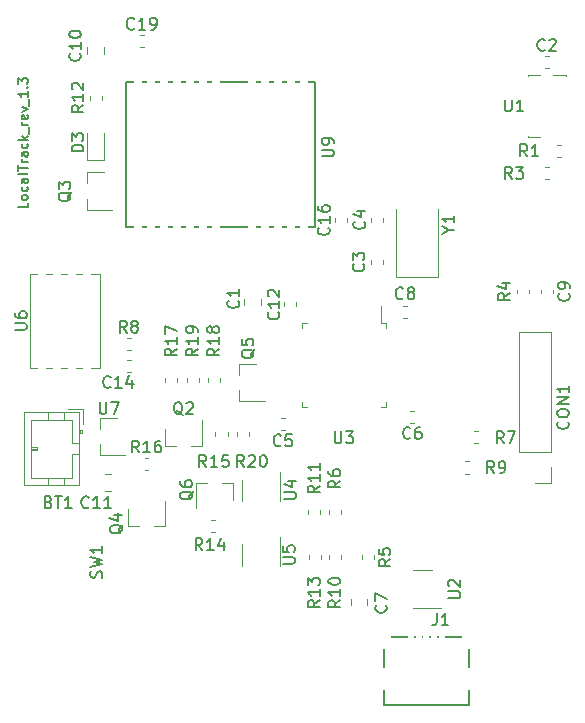
<source format=gbr>
%TF.GenerationSoftware,KiCad,Pcbnew,5.0.2+dfsg1-1*%
%TF.CreationDate,2021-01-30T01:57:09+03:00*%
%TF.ProjectId,LocalTrack,4c6f6361-6c54-4726-9163-6b2e6b696361,1.3*%
%TF.SameCoordinates,PX7270e00PY47868c0*%
%TF.FileFunction,Legend,Top*%
%TF.FilePolarity,Positive*%
%FSLAX46Y46*%
G04 Gerber Fmt 4.6, Leading zero omitted, Abs format (unit mm)*
G04 Created by KiCad (PCBNEW 5.0.2+dfsg1-1) date Sat 30 Jan 2021 01:57:09 AM MSK*
%MOMM*%
%LPD*%
G01*
G04 APERTURE LIST*
%ADD10C,0.150000*%
%ADD11C,0.120000*%
%ADD12R,0.900000X1.000000*%
%ADD13C,0.100000*%
%ADD14C,0.975000*%
%ADD15R,1.000000X0.900000*%
%ADD16C,1.075000*%
%ADD17C,1.600000*%
%ADD18O,1.800000X1.800000*%
%ADD19R,1.800000X1.800000*%
%ADD20R,1.400000X2.700000*%
%ADD21R,0.750000X1.160000*%
%ADD22C,3.300000*%
%ADD23R,1.200000X1.100000*%
%ADD24C,0.700000*%
%ADD25O,1.200000X1.900000*%
%ADD26R,0.500000X2.000000*%
%ADD27R,0.700000X1.050000*%
%ADD28R,1.050000X0.700000*%
%ADD29R,0.800000X0.610000*%
%ADD30R,1.400000X0.350000*%
%ADD31R,0.350000X1.400000*%
%ADD32R,4.100000X3.300000*%
%ADD33R,0.700000X1.100000*%
%ADD34R,0.800000X1.700000*%
%ADD35R,2.500000X2.100000*%
%ADD36C,1.300000*%
%ADD37O,1.850000X1.300000*%
G04 APERTURE END LIST*
D10*
X2761904Y-32466666D02*
X2761904Y-32847619D01*
X1961904Y-32847619D01*
X2761904Y-32085714D02*
X2723809Y-32161904D01*
X2685714Y-32200000D01*
X2609523Y-32238095D01*
X2380952Y-32238095D01*
X2304761Y-32200000D01*
X2266666Y-32161904D01*
X2228571Y-32085714D01*
X2228571Y-31971428D01*
X2266666Y-31895238D01*
X2304761Y-31857142D01*
X2380952Y-31819047D01*
X2609523Y-31819047D01*
X2685714Y-31857142D01*
X2723809Y-31895238D01*
X2761904Y-31971428D01*
X2761904Y-32085714D01*
X2723809Y-31133333D02*
X2761904Y-31209523D01*
X2761904Y-31361904D01*
X2723809Y-31438095D01*
X2685714Y-31476190D01*
X2609523Y-31514285D01*
X2380952Y-31514285D01*
X2304761Y-31476190D01*
X2266666Y-31438095D01*
X2228571Y-31361904D01*
X2228571Y-31209523D01*
X2266666Y-31133333D01*
X2761904Y-30447619D02*
X2342857Y-30447619D01*
X2266666Y-30485714D01*
X2228571Y-30561904D01*
X2228571Y-30714285D01*
X2266666Y-30790476D01*
X2723809Y-30447619D02*
X2761904Y-30523809D01*
X2761904Y-30714285D01*
X2723809Y-30790476D01*
X2647619Y-30828571D01*
X2571428Y-30828571D01*
X2495238Y-30790476D01*
X2457142Y-30714285D01*
X2457142Y-30523809D01*
X2419047Y-30447619D01*
X2761904Y-29952380D02*
X2723809Y-30028571D01*
X2647619Y-30066666D01*
X1961904Y-30066666D01*
X1961904Y-29761904D02*
X1961904Y-29304761D01*
X2761904Y-29533333D02*
X1961904Y-29533333D01*
X2761904Y-29038095D02*
X2228571Y-29038095D01*
X2380952Y-29038095D02*
X2304761Y-29000000D01*
X2266666Y-28961904D01*
X2228571Y-28885714D01*
X2228571Y-28809523D01*
X2761904Y-28200000D02*
X2342857Y-28200000D01*
X2266666Y-28238095D01*
X2228571Y-28314285D01*
X2228571Y-28466666D01*
X2266666Y-28542857D01*
X2723809Y-28200000D02*
X2761904Y-28276190D01*
X2761904Y-28466666D01*
X2723809Y-28542857D01*
X2647619Y-28580952D01*
X2571428Y-28580952D01*
X2495238Y-28542857D01*
X2457142Y-28466666D01*
X2457142Y-28276190D01*
X2419047Y-28200000D01*
X2723809Y-27476190D02*
X2761904Y-27552380D01*
X2761904Y-27704761D01*
X2723809Y-27780952D01*
X2685714Y-27819047D01*
X2609523Y-27857142D01*
X2380952Y-27857142D01*
X2304761Y-27819047D01*
X2266666Y-27780952D01*
X2228571Y-27704761D01*
X2228571Y-27552380D01*
X2266666Y-27476190D01*
X2761904Y-27133333D02*
X1961904Y-27133333D01*
X2457142Y-27057142D02*
X2761904Y-26828571D01*
X2228571Y-26828571D02*
X2533333Y-27133333D01*
X2838095Y-26676190D02*
X2838095Y-26066666D01*
X2761904Y-25876190D02*
X2228571Y-25876190D01*
X2380952Y-25876190D02*
X2304761Y-25838095D01*
X2266666Y-25800000D01*
X2228571Y-25723809D01*
X2228571Y-25647619D01*
X2723809Y-25076190D02*
X2761904Y-25152380D01*
X2761904Y-25304761D01*
X2723809Y-25380952D01*
X2647619Y-25419047D01*
X2342857Y-25419047D01*
X2266666Y-25380952D01*
X2228571Y-25304761D01*
X2228571Y-25152380D01*
X2266666Y-25076190D01*
X2342857Y-25038095D01*
X2419047Y-25038095D01*
X2495238Y-25419047D01*
X2228571Y-24771428D02*
X2761904Y-24580952D01*
X2228571Y-24390476D01*
X2838095Y-24276190D02*
X2838095Y-23666666D01*
X2761904Y-23057142D02*
X2761904Y-23514285D01*
X2761904Y-23285714D02*
X1961904Y-23285714D01*
X2076190Y-23361904D01*
X2152380Y-23438095D01*
X2190476Y-23514285D01*
X2685714Y-22714285D02*
X2723809Y-22676190D01*
X2761904Y-22714285D01*
X2723809Y-22752380D01*
X2685714Y-22714285D01*
X2761904Y-22714285D01*
X1961904Y-22409523D02*
X1961904Y-21914285D01*
X2266666Y-22180952D01*
X2266666Y-22066666D01*
X2304761Y-21990476D01*
X2342857Y-21952380D01*
X2419047Y-21914285D01*
X2609523Y-21914285D01*
X2685714Y-21952380D01*
X2723809Y-21990476D01*
X2761904Y-22066666D01*
X2761904Y-22295238D01*
X2723809Y-22371428D01*
X2685714Y-22409523D01*
D11*
X14370000Y-53060000D02*
X15300000Y-53060000D01*
X17530000Y-53060000D02*
X16600000Y-53060000D01*
X17530000Y-53060000D02*
X17530000Y-50900000D01*
X14370000Y-53060000D02*
X14370000Y-51600000D01*
X12637221Y-55110000D02*
X12962779Y-55110000D01*
X12637221Y-54090000D02*
X12962779Y-54090000D01*
X20490000Y-52262779D02*
X20490000Y-51937221D01*
X21510000Y-52262779D02*
X21510000Y-51937221D01*
X8840000Y-50720000D02*
X8840000Y-51650000D01*
X8840000Y-53880000D02*
X8840000Y-52950000D01*
X8840000Y-53880000D02*
X11000000Y-53880000D01*
X8840000Y-50720000D02*
X10300000Y-50720000D01*
X18562779Y-60360000D02*
X18237221Y-60360000D01*
X18562779Y-59340000D02*
X18237221Y-59340000D01*
X19660000Y-51937221D02*
X19660000Y-52262779D01*
X18640000Y-51937221D02*
X18640000Y-52262779D01*
X40125279Y-54390000D02*
X39799721Y-54390000D01*
X40125279Y-55410000D02*
X39799721Y-55410000D01*
X40875279Y-51840000D02*
X40549721Y-51840000D01*
X40875279Y-52860000D02*
X40549721Y-52860000D01*
X22510000Y-41158578D02*
X22510000Y-40641422D01*
X21090000Y-41158578D02*
X21090000Y-40641422D01*
X47210000Y-40162779D02*
X47210000Y-39837221D01*
X46190000Y-40162779D02*
X46190000Y-39837221D01*
X45210000Y-40162779D02*
X45210000Y-39837221D01*
X44190000Y-40162779D02*
X44190000Y-39837221D01*
X47030000Y-56230000D02*
X45700000Y-56230000D01*
X47030000Y-54900000D02*
X47030000Y-56230000D01*
X47030000Y-53630000D02*
X44370000Y-53630000D01*
X44370000Y-53630000D02*
X44370000Y-43410000D01*
X47030000Y-53630000D02*
X47030000Y-43410000D01*
X47030000Y-43410000D02*
X44370000Y-43410000D01*
X24110000Y-57750000D02*
X24110000Y-55300000D01*
X20890000Y-55950000D02*
X20890000Y-57750000D01*
X46524721Y-21110000D02*
X46850279Y-21110000D01*
X46524721Y-20090000D02*
X46850279Y-20090000D01*
X31790000Y-37324721D02*
X31790000Y-37650279D01*
X32810000Y-37324721D02*
X32810000Y-37650279D01*
X32810000Y-34075279D02*
X32810000Y-33749721D01*
X31790000Y-34075279D02*
X31790000Y-33749721D01*
X24187221Y-51710000D02*
X24512779Y-51710000D01*
X24187221Y-50690000D02*
X24512779Y-50690000D01*
X35462779Y-50090000D02*
X35137221Y-50090000D01*
X35462779Y-51110000D02*
X35137221Y-51110000D01*
X30090000Y-66041422D02*
X30090000Y-66558578D01*
X31510000Y-66041422D02*
X31510000Y-66558578D01*
X34850279Y-41190000D02*
X34524721Y-41190000D01*
X34850279Y-42210000D02*
X34524721Y-42210000D01*
X9210000Y-19858578D02*
X9210000Y-19341422D01*
X7790000Y-19858578D02*
X7790000Y-19341422D01*
X9291422Y-56910000D02*
X9808578Y-56910000D01*
X9291422Y-55490000D02*
X9808578Y-55490000D01*
X11462779Y-45790000D02*
X11137221Y-45790000D01*
X11462779Y-46810000D02*
X11137221Y-46810000D01*
X29760000Y-34112779D02*
X29760000Y-33787221D01*
X28740000Y-34112779D02*
X28740000Y-33787221D01*
X12237221Y-18290000D02*
X12562779Y-18290000D01*
X12237221Y-19310000D02*
X12562779Y-19310000D01*
X9235000Y-28885000D02*
X9235000Y-26600000D01*
X7765000Y-28885000D02*
X9235000Y-28885000D01*
X7765000Y-26600000D02*
X7765000Y-28885000D01*
D10*
X32900000Y-69280000D02*
X40100000Y-69280000D01*
X32900000Y-75000000D02*
X40100000Y-75000000D01*
X32900000Y-69280000D02*
X32900000Y-75000000D01*
X40100000Y-69280000D02*
X40100000Y-75000000D01*
D11*
X7740000Y-29920000D02*
X9200000Y-29920000D01*
X7740000Y-33080000D02*
X9900000Y-33080000D01*
X7740000Y-33080000D02*
X7740000Y-32150000D01*
X7740000Y-29920000D02*
X7740000Y-30850000D01*
X47862779Y-27590000D02*
X47537221Y-27590000D01*
X47862779Y-28610000D02*
X47537221Y-28610000D01*
X46862779Y-29490000D02*
X46537221Y-29490000D01*
X46862779Y-30510000D02*
X46537221Y-30510000D01*
X32060000Y-62662779D02*
X32060000Y-62337221D01*
X31040000Y-62662779D02*
X31040000Y-62337221D01*
X29260000Y-58812779D02*
X29260000Y-58487221D01*
X28240000Y-58812779D02*
X28240000Y-58487221D01*
X11137221Y-44960000D02*
X11462779Y-44960000D01*
X11137221Y-43940000D02*
X11462779Y-43940000D01*
X28240000Y-62324721D02*
X28240000Y-62650279D01*
X29260000Y-62324721D02*
X29260000Y-62650279D01*
X26440000Y-58537221D02*
X26440000Y-58862779D01*
X27460000Y-58537221D02*
X27460000Y-58862779D01*
X7990000Y-23424721D02*
X7990000Y-23750279D01*
X9010000Y-23424721D02*
X9010000Y-23750279D01*
X27560000Y-62662779D02*
X27560000Y-62337221D01*
X26540000Y-62662779D02*
X26540000Y-62337221D01*
X48310000Y-21690000D02*
X48310000Y-21740000D01*
X47260000Y-21690000D02*
X48310000Y-21690000D01*
X45090000Y-21690000D02*
X45090000Y-21740000D01*
X46140000Y-21690000D02*
X45090000Y-21690000D01*
X45090000Y-26910000D02*
X45090000Y-26860000D01*
X46140000Y-26910000D02*
X45090000Y-26910000D01*
X35400000Y-66800000D02*
X37700000Y-66800000D01*
X37000000Y-63600000D02*
X35400000Y-63600000D01*
X25940000Y-42640000D02*
X25940000Y-43060000D01*
X33060000Y-42640000D02*
X32640000Y-42640000D01*
X32640000Y-42640000D02*
X32640000Y-41260000D01*
X33060000Y-49760000D02*
X33060000Y-49340000D01*
X25940000Y-49760000D02*
X25940000Y-49340000D01*
X33060000Y-42640000D02*
X33060000Y-43060000D01*
X25940000Y-42640000D02*
X26360000Y-42640000D01*
X25940000Y-49760000D02*
X26360000Y-49760000D01*
X33060000Y-49760000D02*
X32640000Y-49760000D01*
X24110000Y-63200000D02*
X24110000Y-60750000D01*
X20890000Y-61400000D02*
X20890000Y-63200000D01*
X8905000Y-46500000D02*
X8905000Y-38500000D01*
X2905000Y-46500000D02*
X8905000Y-46500000D01*
X2905000Y-38500000D02*
X2905000Y-46500000D01*
X8905000Y-38500000D02*
X2905000Y-38500000D01*
D10*
X11100000Y-34500000D02*
X11100000Y-22300000D01*
X27100000Y-34500000D02*
X27100000Y-22300000D01*
X11100000Y-22300000D02*
X27100000Y-22300000D01*
X11100000Y-34500000D02*
X27100000Y-34500000D01*
D11*
X37500000Y-38750000D02*
X37500000Y-33000000D01*
X33900000Y-38750000D02*
X37500000Y-38750000D01*
X33900000Y-33000000D02*
X33900000Y-38750000D01*
X11220000Y-59860000D02*
X12150000Y-59860000D01*
X14380000Y-59860000D02*
X13450000Y-59860000D01*
X14380000Y-59860000D02*
X14380000Y-57700000D01*
X11220000Y-59860000D02*
X11220000Y-58400000D01*
X15410000Y-47662779D02*
X15410000Y-47337221D01*
X14390000Y-47662779D02*
X14390000Y-47337221D01*
X19010000Y-47337221D02*
X19010000Y-47662779D01*
X17990000Y-47337221D02*
X17990000Y-47662779D01*
X25497500Y-40887221D02*
X25497500Y-41212779D01*
X24477500Y-40887221D02*
X24477500Y-41212779D01*
X20640000Y-46120000D02*
X20640000Y-47050000D01*
X20640000Y-49280000D02*
X20640000Y-48350000D01*
X20640000Y-49280000D02*
X22800000Y-49280000D01*
X20640000Y-46120000D02*
X22100000Y-46120000D01*
X17210000Y-47337221D02*
X17210000Y-47662779D01*
X16190000Y-47337221D02*
X16190000Y-47662779D01*
X7110000Y-50240000D02*
X2390000Y-50240000D01*
X2390000Y-50240000D02*
X2390000Y-56360000D01*
X2390000Y-56360000D02*
X7110000Y-56360000D01*
X7110000Y-56360000D02*
X7110000Y-50240000D01*
X7110000Y-52000000D02*
X7310000Y-52000000D01*
X7310000Y-52000000D02*
X7310000Y-51700000D01*
X7310000Y-51700000D02*
X7110000Y-51700000D01*
X7210000Y-52000000D02*
X7210000Y-51700000D01*
X7110000Y-52800000D02*
X6500000Y-52800000D01*
X6500000Y-52800000D02*
X6500000Y-50850000D01*
X6500000Y-50850000D02*
X3000000Y-50850000D01*
X3000000Y-50850000D02*
X3000000Y-55750000D01*
X3000000Y-55750000D02*
X6500000Y-55750000D01*
X6500000Y-55750000D02*
X6500000Y-53800000D01*
X6500000Y-53800000D02*
X7110000Y-53800000D01*
X5800000Y-50240000D02*
X5800000Y-50850000D01*
X4500000Y-50240000D02*
X4500000Y-50850000D01*
X5800000Y-56360000D02*
X5800000Y-55750000D01*
X4500000Y-56360000D02*
X4500000Y-55750000D01*
X3000000Y-53200000D02*
X3500000Y-53200000D01*
X3500000Y-53200000D02*
X3500000Y-53400000D01*
X3500000Y-53400000D02*
X3000000Y-53400000D01*
X3000000Y-53300000D02*
X3500000Y-53300000D01*
X7410000Y-51190000D02*
X7410000Y-49940000D01*
X7410000Y-49940000D02*
X6160000Y-49940000D01*
X20130000Y-56190000D02*
X19200000Y-56190000D01*
X16970000Y-56190000D02*
X17900000Y-56190000D01*
X16970000Y-56190000D02*
X16970000Y-58350000D01*
X20130000Y-56190000D02*
X20130000Y-57650000D01*
D10*
X15854761Y-50447619D02*
X15759523Y-50400000D01*
X15664285Y-50304761D01*
X15521428Y-50161904D01*
X15426190Y-50114285D01*
X15330952Y-50114285D01*
X15378571Y-50352380D02*
X15283333Y-50304761D01*
X15188095Y-50209523D01*
X15140476Y-50019047D01*
X15140476Y-49685714D01*
X15188095Y-49495238D01*
X15283333Y-49400000D01*
X15378571Y-49352380D01*
X15569047Y-49352380D01*
X15664285Y-49400000D01*
X15759523Y-49495238D01*
X15807142Y-49685714D01*
X15807142Y-50019047D01*
X15759523Y-50209523D01*
X15664285Y-50304761D01*
X15569047Y-50352380D01*
X15378571Y-50352380D01*
X16188095Y-49447619D02*
X16235714Y-49400000D01*
X16330952Y-49352380D01*
X16569047Y-49352380D01*
X16664285Y-49400000D01*
X16711904Y-49447619D01*
X16759523Y-49542857D01*
X16759523Y-49638095D01*
X16711904Y-49780952D01*
X16140476Y-50352380D01*
X16759523Y-50352380D01*
X12157142Y-53622380D02*
X11823809Y-53146190D01*
X11585714Y-53622380D02*
X11585714Y-52622380D01*
X11966666Y-52622380D01*
X12061904Y-52670000D01*
X12109523Y-52717619D01*
X12157142Y-52812857D01*
X12157142Y-52955714D01*
X12109523Y-53050952D01*
X12061904Y-53098571D01*
X11966666Y-53146190D01*
X11585714Y-53146190D01*
X13109523Y-53622380D02*
X12538095Y-53622380D01*
X12823809Y-53622380D02*
X12823809Y-52622380D01*
X12728571Y-52765238D01*
X12633333Y-52860476D01*
X12538095Y-52908095D01*
X13966666Y-52622380D02*
X13776190Y-52622380D01*
X13680952Y-52670000D01*
X13633333Y-52717619D01*
X13538095Y-52860476D01*
X13490476Y-53050952D01*
X13490476Y-53431904D01*
X13538095Y-53527142D01*
X13585714Y-53574761D01*
X13680952Y-53622380D01*
X13871428Y-53622380D01*
X13966666Y-53574761D01*
X14014285Y-53527142D01*
X14061904Y-53431904D01*
X14061904Y-53193809D01*
X14014285Y-53098571D01*
X13966666Y-53050952D01*
X13871428Y-53003333D01*
X13680952Y-53003333D01*
X13585714Y-53050952D01*
X13538095Y-53098571D01*
X13490476Y-53193809D01*
X21057142Y-54852380D02*
X20723809Y-54376190D01*
X20485714Y-54852380D02*
X20485714Y-53852380D01*
X20866666Y-53852380D01*
X20961904Y-53900000D01*
X21009523Y-53947619D01*
X21057142Y-54042857D01*
X21057142Y-54185714D01*
X21009523Y-54280952D01*
X20961904Y-54328571D01*
X20866666Y-54376190D01*
X20485714Y-54376190D01*
X21438095Y-53947619D02*
X21485714Y-53900000D01*
X21580952Y-53852380D01*
X21819047Y-53852380D01*
X21914285Y-53900000D01*
X21961904Y-53947619D01*
X22009523Y-54042857D01*
X22009523Y-54138095D01*
X21961904Y-54280952D01*
X21390476Y-54852380D01*
X22009523Y-54852380D01*
X22628571Y-53852380D02*
X22723809Y-53852380D01*
X22819047Y-53900000D01*
X22866666Y-53947619D01*
X22914285Y-54042857D01*
X22961904Y-54233333D01*
X22961904Y-54471428D01*
X22914285Y-54661904D01*
X22866666Y-54757142D01*
X22819047Y-54804761D01*
X22723809Y-54852380D01*
X22628571Y-54852380D01*
X22533333Y-54804761D01*
X22485714Y-54757142D01*
X22438095Y-54661904D01*
X22390476Y-54471428D01*
X22390476Y-54233333D01*
X22438095Y-54042857D01*
X22485714Y-53947619D01*
X22533333Y-53900000D01*
X22628571Y-53852380D01*
X8838095Y-49352380D02*
X8838095Y-50161904D01*
X8885714Y-50257142D01*
X8933333Y-50304761D01*
X9028571Y-50352380D01*
X9219047Y-50352380D01*
X9314285Y-50304761D01*
X9361904Y-50257142D01*
X9409523Y-50161904D01*
X9409523Y-49352380D01*
X9790476Y-49352380D02*
X10457142Y-49352380D01*
X10028571Y-50352380D01*
X17532142Y-61902380D02*
X17198809Y-61426190D01*
X16960714Y-61902380D02*
X16960714Y-60902380D01*
X17341666Y-60902380D01*
X17436904Y-60950000D01*
X17484523Y-60997619D01*
X17532142Y-61092857D01*
X17532142Y-61235714D01*
X17484523Y-61330952D01*
X17436904Y-61378571D01*
X17341666Y-61426190D01*
X16960714Y-61426190D01*
X18484523Y-61902380D02*
X17913095Y-61902380D01*
X18198809Y-61902380D02*
X18198809Y-60902380D01*
X18103571Y-61045238D01*
X18008333Y-61140476D01*
X17913095Y-61188095D01*
X19341666Y-61235714D02*
X19341666Y-61902380D01*
X19103571Y-60854761D02*
X18865476Y-61569047D01*
X19484523Y-61569047D01*
X17857142Y-54852380D02*
X17523809Y-54376190D01*
X17285714Y-54852380D02*
X17285714Y-53852380D01*
X17666666Y-53852380D01*
X17761904Y-53900000D01*
X17809523Y-53947619D01*
X17857142Y-54042857D01*
X17857142Y-54185714D01*
X17809523Y-54280952D01*
X17761904Y-54328571D01*
X17666666Y-54376190D01*
X17285714Y-54376190D01*
X18809523Y-54852380D02*
X18238095Y-54852380D01*
X18523809Y-54852380D02*
X18523809Y-53852380D01*
X18428571Y-53995238D01*
X18333333Y-54090476D01*
X18238095Y-54138095D01*
X19714285Y-53852380D02*
X19238095Y-53852380D01*
X19190476Y-54328571D01*
X19238095Y-54280952D01*
X19333333Y-54233333D01*
X19571428Y-54233333D01*
X19666666Y-54280952D01*
X19714285Y-54328571D01*
X19761904Y-54423809D01*
X19761904Y-54661904D01*
X19714285Y-54757142D01*
X19666666Y-54804761D01*
X19571428Y-54852380D01*
X19333333Y-54852380D01*
X19238095Y-54804761D01*
X19190476Y-54757142D01*
X42233333Y-55352380D02*
X41900000Y-54876190D01*
X41661904Y-55352380D02*
X41661904Y-54352380D01*
X42042857Y-54352380D01*
X42138095Y-54400000D01*
X42185714Y-54447619D01*
X42233333Y-54542857D01*
X42233333Y-54685714D01*
X42185714Y-54780952D01*
X42138095Y-54828571D01*
X42042857Y-54876190D01*
X41661904Y-54876190D01*
X42709523Y-55352380D02*
X42900000Y-55352380D01*
X42995238Y-55304761D01*
X43042857Y-55257142D01*
X43138095Y-55114285D01*
X43185714Y-54923809D01*
X43185714Y-54542857D01*
X43138095Y-54447619D01*
X43090476Y-54400000D01*
X42995238Y-54352380D01*
X42804761Y-54352380D01*
X42709523Y-54400000D01*
X42661904Y-54447619D01*
X42614285Y-54542857D01*
X42614285Y-54780952D01*
X42661904Y-54876190D01*
X42709523Y-54923809D01*
X42804761Y-54971428D01*
X42995238Y-54971428D01*
X43090476Y-54923809D01*
X43138095Y-54876190D01*
X43185714Y-54780952D01*
X43033333Y-52852380D02*
X42700000Y-52376190D01*
X42461904Y-52852380D02*
X42461904Y-51852380D01*
X42842857Y-51852380D01*
X42938095Y-51900000D01*
X42985714Y-51947619D01*
X43033333Y-52042857D01*
X43033333Y-52185714D01*
X42985714Y-52280952D01*
X42938095Y-52328571D01*
X42842857Y-52376190D01*
X42461904Y-52376190D01*
X43366666Y-51852380D02*
X44033333Y-51852380D01*
X43604761Y-52852380D01*
X20557142Y-40766666D02*
X20604761Y-40814285D01*
X20652380Y-40957142D01*
X20652380Y-41052380D01*
X20604761Y-41195238D01*
X20509523Y-41290476D01*
X20414285Y-41338095D01*
X20223809Y-41385714D01*
X20080952Y-41385714D01*
X19890476Y-41338095D01*
X19795238Y-41290476D01*
X19700000Y-41195238D01*
X19652380Y-41052380D01*
X19652380Y-40957142D01*
X19700000Y-40814285D01*
X19747619Y-40766666D01*
X20652380Y-39814285D02*
X20652380Y-40385714D01*
X20652380Y-40100000D02*
X19652380Y-40100000D01*
X19795238Y-40195238D01*
X19890476Y-40290476D01*
X19938095Y-40385714D01*
X48557142Y-40166666D02*
X48604761Y-40214285D01*
X48652380Y-40357142D01*
X48652380Y-40452380D01*
X48604761Y-40595238D01*
X48509523Y-40690476D01*
X48414285Y-40738095D01*
X48223809Y-40785714D01*
X48080952Y-40785714D01*
X47890476Y-40738095D01*
X47795238Y-40690476D01*
X47700000Y-40595238D01*
X47652380Y-40452380D01*
X47652380Y-40357142D01*
X47700000Y-40214285D01*
X47747619Y-40166666D01*
X48652380Y-39690476D02*
X48652380Y-39500000D01*
X48604761Y-39404761D01*
X48557142Y-39357142D01*
X48414285Y-39261904D01*
X48223809Y-39214285D01*
X47842857Y-39214285D01*
X47747619Y-39261904D01*
X47700000Y-39309523D01*
X47652380Y-39404761D01*
X47652380Y-39595238D01*
X47700000Y-39690476D01*
X47747619Y-39738095D01*
X47842857Y-39785714D01*
X48080952Y-39785714D01*
X48176190Y-39738095D01*
X48223809Y-39690476D01*
X48271428Y-39595238D01*
X48271428Y-39404761D01*
X48223809Y-39309523D01*
X48176190Y-39261904D01*
X48080952Y-39214285D01*
X43552380Y-40166666D02*
X43076190Y-40500000D01*
X43552380Y-40738095D02*
X42552380Y-40738095D01*
X42552380Y-40357142D01*
X42600000Y-40261904D01*
X42647619Y-40214285D01*
X42742857Y-40166666D01*
X42885714Y-40166666D01*
X42980952Y-40214285D01*
X43028571Y-40261904D01*
X43076190Y-40357142D01*
X43076190Y-40738095D01*
X42885714Y-39309523D02*
X43552380Y-39309523D01*
X42504761Y-39547619D02*
X43219047Y-39785714D01*
X43219047Y-39166666D01*
X48457142Y-51014285D02*
X48504761Y-51061904D01*
X48552380Y-51204761D01*
X48552380Y-51300000D01*
X48504761Y-51442857D01*
X48409523Y-51538095D01*
X48314285Y-51585714D01*
X48123809Y-51633333D01*
X47980952Y-51633333D01*
X47790476Y-51585714D01*
X47695238Y-51538095D01*
X47600000Y-51442857D01*
X47552380Y-51300000D01*
X47552380Y-51204761D01*
X47600000Y-51061904D01*
X47647619Y-51014285D01*
X47552380Y-50395238D02*
X47552380Y-50204761D01*
X47600000Y-50109523D01*
X47695238Y-50014285D01*
X47885714Y-49966666D01*
X48219047Y-49966666D01*
X48409523Y-50014285D01*
X48504761Y-50109523D01*
X48552380Y-50204761D01*
X48552380Y-50395238D01*
X48504761Y-50490476D01*
X48409523Y-50585714D01*
X48219047Y-50633333D01*
X47885714Y-50633333D01*
X47695238Y-50585714D01*
X47600000Y-50490476D01*
X47552380Y-50395238D01*
X48552380Y-49538095D02*
X47552380Y-49538095D01*
X48552380Y-48966666D01*
X47552380Y-48966666D01*
X48552380Y-47966666D02*
X48552380Y-48538095D01*
X48552380Y-48252380D02*
X47552380Y-48252380D01*
X47695238Y-48347619D01*
X47790476Y-48442857D01*
X47838095Y-48538095D01*
X9004761Y-64233333D02*
X9052380Y-64090476D01*
X9052380Y-63852380D01*
X9004761Y-63757142D01*
X8957142Y-63709523D01*
X8861904Y-63661904D01*
X8766666Y-63661904D01*
X8671428Y-63709523D01*
X8623809Y-63757142D01*
X8576190Y-63852380D01*
X8528571Y-64042857D01*
X8480952Y-64138095D01*
X8433333Y-64185714D01*
X8338095Y-64233333D01*
X8242857Y-64233333D01*
X8147619Y-64185714D01*
X8100000Y-64138095D01*
X8052380Y-64042857D01*
X8052380Y-63804761D01*
X8100000Y-63661904D01*
X8052380Y-63328571D02*
X9052380Y-63090476D01*
X8338095Y-62900000D01*
X9052380Y-62709523D01*
X8052380Y-62471428D01*
X9052380Y-61566666D02*
X9052380Y-62138095D01*
X9052380Y-61852380D02*
X8052380Y-61852380D01*
X8195238Y-61947619D01*
X8290476Y-62042857D01*
X8338095Y-62138095D01*
X24452380Y-57561904D02*
X25261904Y-57561904D01*
X25357142Y-57514285D01*
X25404761Y-57466666D01*
X25452380Y-57371428D01*
X25452380Y-57180952D01*
X25404761Y-57085714D01*
X25357142Y-57038095D01*
X25261904Y-56990476D01*
X24452380Y-56990476D01*
X24785714Y-56085714D02*
X25452380Y-56085714D01*
X24404761Y-56323809D02*
X25119047Y-56561904D01*
X25119047Y-55942857D01*
X46520833Y-19527142D02*
X46473214Y-19574761D01*
X46330357Y-19622380D01*
X46235119Y-19622380D01*
X46092261Y-19574761D01*
X45997023Y-19479523D01*
X45949404Y-19384285D01*
X45901785Y-19193809D01*
X45901785Y-19050952D01*
X45949404Y-18860476D01*
X45997023Y-18765238D01*
X46092261Y-18670000D01*
X46235119Y-18622380D01*
X46330357Y-18622380D01*
X46473214Y-18670000D01*
X46520833Y-18717619D01*
X46901785Y-18717619D02*
X46949404Y-18670000D01*
X47044642Y-18622380D01*
X47282738Y-18622380D01*
X47377976Y-18670000D01*
X47425595Y-18717619D01*
X47473214Y-18812857D01*
X47473214Y-18908095D01*
X47425595Y-19050952D01*
X46854166Y-19622380D01*
X47473214Y-19622380D01*
X31157142Y-37654166D02*
X31204761Y-37701785D01*
X31252380Y-37844642D01*
X31252380Y-37939880D01*
X31204761Y-38082738D01*
X31109523Y-38177976D01*
X31014285Y-38225595D01*
X30823809Y-38273214D01*
X30680952Y-38273214D01*
X30490476Y-38225595D01*
X30395238Y-38177976D01*
X30300000Y-38082738D01*
X30252380Y-37939880D01*
X30252380Y-37844642D01*
X30300000Y-37701785D01*
X30347619Y-37654166D01*
X30252380Y-37320833D02*
X30252380Y-36701785D01*
X30633333Y-37035119D01*
X30633333Y-36892261D01*
X30680952Y-36797023D01*
X30728571Y-36749404D01*
X30823809Y-36701785D01*
X31061904Y-36701785D01*
X31157142Y-36749404D01*
X31204761Y-36797023D01*
X31252380Y-36892261D01*
X31252380Y-37177976D01*
X31204761Y-37273214D01*
X31157142Y-37320833D01*
X31227142Y-34079166D02*
X31274761Y-34126785D01*
X31322380Y-34269642D01*
X31322380Y-34364880D01*
X31274761Y-34507738D01*
X31179523Y-34602976D01*
X31084285Y-34650595D01*
X30893809Y-34698214D01*
X30750952Y-34698214D01*
X30560476Y-34650595D01*
X30465238Y-34602976D01*
X30370000Y-34507738D01*
X30322380Y-34364880D01*
X30322380Y-34269642D01*
X30370000Y-34126785D01*
X30417619Y-34079166D01*
X30655714Y-33222023D02*
X31322380Y-33222023D01*
X30274761Y-33460119D02*
X30989047Y-33698214D01*
X30989047Y-33079166D01*
X24183333Y-53007142D02*
X24135714Y-53054761D01*
X23992857Y-53102380D01*
X23897619Y-53102380D01*
X23754761Y-53054761D01*
X23659523Y-52959523D01*
X23611904Y-52864285D01*
X23564285Y-52673809D01*
X23564285Y-52530952D01*
X23611904Y-52340476D01*
X23659523Y-52245238D01*
X23754761Y-52150000D01*
X23897619Y-52102380D01*
X23992857Y-52102380D01*
X24135714Y-52150000D01*
X24183333Y-52197619D01*
X25088095Y-52102380D02*
X24611904Y-52102380D01*
X24564285Y-52578571D01*
X24611904Y-52530952D01*
X24707142Y-52483333D01*
X24945238Y-52483333D01*
X25040476Y-52530952D01*
X25088095Y-52578571D01*
X25135714Y-52673809D01*
X25135714Y-52911904D01*
X25088095Y-53007142D01*
X25040476Y-53054761D01*
X24945238Y-53102380D01*
X24707142Y-53102380D01*
X24611904Y-53054761D01*
X24564285Y-53007142D01*
X35133333Y-52387142D02*
X35085714Y-52434761D01*
X34942857Y-52482380D01*
X34847619Y-52482380D01*
X34704761Y-52434761D01*
X34609523Y-52339523D01*
X34561904Y-52244285D01*
X34514285Y-52053809D01*
X34514285Y-51910952D01*
X34561904Y-51720476D01*
X34609523Y-51625238D01*
X34704761Y-51530000D01*
X34847619Y-51482380D01*
X34942857Y-51482380D01*
X35085714Y-51530000D01*
X35133333Y-51577619D01*
X35990476Y-51482380D02*
X35800000Y-51482380D01*
X35704761Y-51530000D01*
X35657142Y-51577619D01*
X35561904Y-51720476D01*
X35514285Y-51910952D01*
X35514285Y-52291904D01*
X35561904Y-52387142D01*
X35609523Y-52434761D01*
X35704761Y-52482380D01*
X35895238Y-52482380D01*
X35990476Y-52434761D01*
X36038095Y-52387142D01*
X36085714Y-52291904D01*
X36085714Y-52053809D01*
X36038095Y-51958571D01*
X35990476Y-51910952D01*
X35895238Y-51863333D01*
X35704761Y-51863333D01*
X35609523Y-51910952D01*
X35561904Y-51958571D01*
X35514285Y-52053809D01*
X33057142Y-66566666D02*
X33104761Y-66614285D01*
X33152380Y-66757142D01*
X33152380Y-66852380D01*
X33104761Y-66995238D01*
X33009523Y-67090476D01*
X32914285Y-67138095D01*
X32723809Y-67185714D01*
X32580952Y-67185714D01*
X32390476Y-67138095D01*
X32295238Y-67090476D01*
X32200000Y-66995238D01*
X32152380Y-66852380D01*
X32152380Y-66757142D01*
X32200000Y-66614285D01*
X32247619Y-66566666D01*
X32152380Y-66233333D02*
X32152380Y-65566666D01*
X33152380Y-65995238D01*
X34520833Y-40557142D02*
X34473214Y-40604761D01*
X34330357Y-40652380D01*
X34235119Y-40652380D01*
X34092261Y-40604761D01*
X33997023Y-40509523D01*
X33949404Y-40414285D01*
X33901785Y-40223809D01*
X33901785Y-40080952D01*
X33949404Y-39890476D01*
X33997023Y-39795238D01*
X34092261Y-39700000D01*
X34235119Y-39652380D01*
X34330357Y-39652380D01*
X34473214Y-39700000D01*
X34520833Y-39747619D01*
X35092261Y-40080952D02*
X34997023Y-40033333D01*
X34949404Y-39985714D01*
X34901785Y-39890476D01*
X34901785Y-39842857D01*
X34949404Y-39747619D01*
X34997023Y-39700000D01*
X35092261Y-39652380D01*
X35282738Y-39652380D01*
X35377976Y-39700000D01*
X35425595Y-39747619D01*
X35473214Y-39842857D01*
X35473214Y-39890476D01*
X35425595Y-39985714D01*
X35377976Y-40033333D01*
X35282738Y-40080952D01*
X35092261Y-40080952D01*
X34997023Y-40128571D01*
X34949404Y-40176190D01*
X34901785Y-40271428D01*
X34901785Y-40461904D01*
X34949404Y-40557142D01*
X34997023Y-40604761D01*
X35092261Y-40652380D01*
X35282738Y-40652380D01*
X35377976Y-40604761D01*
X35425595Y-40557142D01*
X35473214Y-40461904D01*
X35473214Y-40271428D01*
X35425595Y-40176190D01*
X35377976Y-40128571D01*
X35282738Y-40080952D01*
X7157142Y-19842857D02*
X7204761Y-19890476D01*
X7252380Y-20033333D01*
X7252380Y-20128571D01*
X7204761Y-20271428D01*
X7109523Y-20366666D01*
X7014285Y-20414285D01*
X6823809Y-20461904D01*
X6680952Y-20461904D01*
X6490476Y-20414285D01*
X6395238Y-20366666D01*
X6300000Y-20271428D01*
X6252380Y-20128571D01*
X6252380Y-20033333D01*
X6300000Y-19890476D01*
X6347619Y-19842857D01*
X7252380Y-18890476D02*
X7252380Y-19461904D01*
X7252380Y-19176190D02*
X6252380Y-19176190D01*
X6395238Y-19271428D01*
X6490476Y-19366666D01*
X6538095Y-19461904D01*
X6252380Y-18271428D02*
X6252380Y-18176190D01*
X6300000Y-18080952D01*
X6347619Y-18033333D01*
X6442857Y-17985714D01*
X6633333Y-17938095D01*
X6871428Y-17938095D01*
X7061904Y-17985714D01*
X7157142Y-18033333D01*
X7204761Y-18080952D01*
X7252380Y-18176190D01*
X7252380Y-18271428D01*
X7204761Y-18366666D01*
X7157142Y-18414285D01*
X7061904Y-18461904D01*
X6871428Y-18509523D01*
X6633333Y-18509523D01*
X6442857Y-18461904D01*
X6347619Y-18414285D01*
X6300000Y-18366666D01*
X6252380Y-18271428D01*
X7907142Y-58257142D02*
X7859523Y-58304761D01*
X7716666Y-58352380D01*
X7621428Y-58352380D01*
X7478571Y-58304761D01*
X7383333Y-58209523D01*
X7335714Y-58114285D01*
X7288095Y-57923809D01*
X7288095Y-57780952D01*
X7335714Y-57590476D01*
X7383333Y-57495238D01*
X7478571Y-57400000D01*
X7621428Y-57352380D01*
X7716666Y-57352380D01*
X7859523Y-57400000D01*
X7907142Y-57447619D01*
X8859523Y-58352380D02*
X8288095Y-58352380D01*
X8573809Y-58352380D02*
X8573809Y-57352380D01*
X8478571Y-57495238D01*
X8383333Y-57590476D01*
X8288095Y-57638095D01*
X9811904Y-58352380D02*
X9240476Y-58352380D01*
X9526190Y-58352380D02*
X9526190Y-57352380D01*
X9430952Y-57495238D01*
X9335714Y-57590476D01*
X9240476Y-57638095D01*
X9757142Y-48057142D02*
X9709523Y-48104761D01*
X9566666Y-48152380D01*
X9471428Y-48152380D01*
X9328571Y-48104761D01*
X9233333Y-48009523D01*
X9185714Y-47914285D01*
X9138095Y-47723809D01*
X9138095Y-47580952D01*
X9185714Y-47390476D01*
X9233333Y-47295238D01*
X9328571Y-47200000D01*
X9471428Y-47152380D01*
X9566666Y-47152380D01*
X9709523Y-47200000D01*
X9757142Y-47247619D01*
X10709523Y-48152380D02*
X10138095Y-48152380D01*
X10423809Y-48152380D02*
X10423809Y-47152380D01*
X10328571Y-47295238D01*
X10233333Y-47390476D01*
X10138095Y-47438095D01*
X11566666Y-47485714D02*
X11566666Y-48152380D01*
X11328571Y-47104761D02*
X11090476Y-47819047D01*
X11709523Y-47819047D01*
X28207142Y-34592857D02*
X28254761Y-34640476D01*
X28302380Y-34783333D01*
X28302380Y-34878571D01*
X28254761Y-35021428D01*
X28159523Y-35116666D01*
X28064285Y-35164285D01*
X27873809Y-35211904D01*
X27730952Y-35211904D01*
X27540476Y-35164285D01*
X27445238Y-35116666D01*
X27350000Y-35021428D01*
X27302380Y-34878571D01*
X27302380Y-34783333D01*
X27350000Y-34640476D01*
X27397619Y-34592857D01*
X28302380Y-33640476D02*
X28302380Y-34211904D01*
X28302380Y-33926190D02*
X27302380Y-33926190D01*
X27445238Y-34021428D01*
X27540476Y-34116666D01*
X27588095Y-34211904D01*
X27302380Y-32783333D02*
X27302380Y-32973809D01*
X27350000Y-33069047D01*
X27397619Y-33116666D01*
X27540476Y-33211904D01*
X27730952Y-33259523D01*
X28111904Y-33259523D01*
X28207142Y-33211904D01*
X28254761Y-33164285D01*
X28302380Y-33069047D01*
X28302380Y-32878571D01*
X28254761Y-32783333D01*
X28207142Y-32735714D01*
X28111904Y-32688095D01*
X27873809Y-32688095D01*
X27778571Y-32735714D01*
X27730952Y-32783333D01*
X27683333Y-32878571D01*
X27683333Y-33069047D01*
X27730952Y-33164285D01*
X27778571Y-33211904D01*
X27873809Y-33259523D01*
X11757142Y-17727142D02*
X11709523Y-17774761D01*
X11566666Y-17822380D01*
X11471428Y-17822380D01*
X11328571Y-17774761D01*
X11233333Y-17679523D01*
X11185714Y-17584285D01*
X11138095Y-17393809D01*
X11138095Y-17250952D01*
X11185714Y-17060476D01*
X11233333Y-16965238D01*
X11328571Y-16870000D01*
X11471428Y-16822380D01*
X11566666Y-16822380D01*
X11709523Y-16870000D01*
X11757142Y-16917619D01*
X12709523Y-17822380D02*
X12138095Y-17822380D01*
X12423809Y-17822380D02*
X12423809Y-16822380D01*
X12328571Y-16965238D01*
X12233333Y-17060476D01*
X12138095Y-17108095D01*
X13185714Y-17822380D02*
X13376190Y-17822380D01*
X13471428Y-17774761D01*
X13519047Y-17727142D01*
X13614285Y-17584285D01*
X13661904Y-17393809D01*
X13661904Y-17012857D01*
X13614285Y-16917619D01*
X13566666Y-16870000D01*
X13471428Y-16822380D01*
X13280952Y-16822380D01*
X13185714Y-16870000D01*
X13138095Y-16917619D01*
X13090476Y-17012857D01*
X13090476Y-17250952D01*
X13138095Y-17346190D01*
X13185714Y-17393809D01*
X13280952Y-17441428D01*
X13471428Y-17441428D01*
X13566666Y-17393809D01*
X13614285Y-17346190D01*
X13661904Y-17250952D01*
X7452380Y-28138095D02*
X6452380Y-28138095D01*
X6452380Y-27900000D01*
X6500000Y-27757142D01*
X6595238Y-27661904D01*
X6690476Y-27614285D01*
X6880952Y-27566666D01*
X7023809Y-27566666D01*
X7214285Y-27614285D01*
X7309523Y-27661904D01*
X7404761Y-27757142D01*
X7452380Y-27900000D01*
X7452380Y-28138095D01*
X6452380Y-27233333D02*
X6452380Y-26614285D01*
X6833333Y-26947619D01*
X6833333Y-26804761D01*
X6880952Y-26709523D01*
X6928571Y-26661904D01*
X7023809Y-26614285D01*
X7261904Y-26614285D01*
X7357142Y-26661904D01*
X7404761Y-26709523D01*
X7452380Y-26804761D01*
X7452380Y-27090476D01*
X7404761Y-27185714D01*
X7357142Y-27233333D01*
X37366666Y-67252380D02*
X37366666Y-67966666D01*
X37319047Y-68109523D01*
X37223809Y-68204761D01*
X37080952Y-68252380D01*
X36985714Y-68252380D01*
X38366666Y-68252380D02*
X37795238Y-68252380D01*
X38080952Y-68252380D02*
X38080952Y-67252380D01*
X37985714Y-67395238D01*
X37890476Y-67490476D01*
X37795238Y-67538095D01*
X6447619Y-31595238D02*
X6400000Y-31690476D01*
X6304761Y-31785714D01*
X6161904Y-31928571D01*
X6114285Y-32023809D01*
X6114285Y-32119047D01*
X6352380Y-32071428D02*
X6304761Y-32166666D01*
X6209523Y-32261904D01*
X6019047Y-32309523D01*
X5685714Y-32309523D01*
X5495238Y-32261904D01*
X5400000Y-32166666D01*
X5352380Y-32071428D01*
X5352380Y-31880952D01*
X5400000Y-31785714D01*
X5495238Y-31690476D01*
X5685714Y-31642857D01*
X6019047Y-31642857D01*
X6209523Y-31690476D01*
X6304761Y-31785714D01*
X6352380Y-31880952D01*
X6352380Y-32071428D01*
X5352380Y-31309523D02*
X5352380Y-30690476D01*
X5733333Y-31023809D01*
X5733333Y-30880952D01*
X5780952Y-30785714D01*
X5828571Y-30738095D01*
X5923809Y-30690476D01*
X6161904Y-30690476D01*
X6257142Y-30738095D01*
X6304761Y-30785714D01*
X6352380Y-30880952D01*
X6352380Y-31166666D01*
X6304761Y-31261904D01*
X6257142Y-31309523D01*
X45033333Y-28552380D02*
X44700000Y-28076190D01*
X44461904Y-28552380D02*
X44461904Y-27552380D01*
X44842857Y-27552380D01*
X44938095Y-27600000D01*
X44985714Y-27647619D01*
X45033333Y-27742857D01*
X45033333Y-27885714D01*
X44985714Y-27980952D01*
X44938095Y-28028571D01*
X44842857Y-28076190D01*
X44461904Y-28076190D01*
X45985714Y-28552380D02*
X45414285Y-28552380D01*
X45700000Y-28552380D02*
X45700000Y-27552380D01*
X45604761Y-27695238D01*
X45509523Y-27790476D01*
X45414285Y-27838095D01*
X43733333Y-30452380D02*
X43400000Y-29976190D01*
X43161904Y-30452380D02*
X43161904Y-29452380D01*
X43542857Y-29452380D01*
X43638095Y-29500000D01*
X43685714Y-29547619D01*
X43733333Y-29642857D01*
X43733333Y-29785714D01*
X43685714Y-29880952D01*
X43638095Y-29928571D01*
X43542857Y-29976190D01*
X43161904Y-29976190D01*
X44066666Y-29452380D02*
X44685714Y-29452380D01*
X44352380Y-29833333D01*
X44495238Y-29833333D01*
X44590476Y-29880952D01*
X44638095Y-29928571D01*
X44685714Y-30023809D01*
X44685714Y-30261904D01*
X44638095Y-30357142D01*
X44590476Y-30404761D01*
X44495238Y-30452380D01*
X44209523Y-30452380D01*
X44114285Y-30404761D01*
X44066666Y-30357142D01*
X33452380Y-62666666D02*
X32976190Y-63000000D01*
X33452380Y-63238095D02*
X32452380Y-63238095D01*
X32452380Y-62857142D01*
X32500000Y-62761904D01*
X32547619Y-62714285D01*
X32642857Y-62666666D01*
X32785714Y-62666666D01*
X32880952Y-62714285D01*
X32928571Y-62761904D01*
X32976190Y-62857142D01*
X32976190Y-63238095D01*
X32452380Y-61761904D02*
X32452380Y-62238095D01*
X32928571Y-62285714D01*
X32880952Y-62238095D01*
X32833333Y-62142857D01*
X32833333Y-61904761D01*
X32880952Y-61809523D01*
X32928571Y-61761904D01*
X33023809Y-61714285D01*
X33261904Y-61714285D01*
X33357142Y-61761904D01*
X33404761Y-61809523D01*
X33452380Y-61904761D01*
X33452380Y-62142857D01*
X33404761Y-62238095D01*
X33357142Y-62285714D01*
X29202380Y-56016666D02*
X28726190Y-56350000D01*
X29202380Y-56588095D02*
X28202380Y-56588095D01*
X28202380Y-56207142D01*
X28250000Y-56111904D01*
X28297619Y-56064285D01*
X28392857Y-56016666D01*
X28535714Y-56016666D01*
X28630952Y-56064285D01*
X28678571Y-56111904D01*
X28726190Y-56207142D01*
X28726190Y-56588095D01*
X28202380Y-55159523D02*
X28202380Y-55350000D01*
X28250000Y-55445238D01*
X28297619Y-55492857D01*
X28440476Y-55588095D01*
X28630952Y-55635714D01*
X29011904Y-55635714D01*
X29107142Y-55588095D01*
X29154761Y-55540476D01*
X29202380Y-55445238D01*
X29202380Y-55254761D01*
X29154761Y-55159523D01*
X29107142Y-55111904D01*
X29011904Y-55064285D01*
X28773809Y-55064285D01*
X28678571Y-55111904D01*
X28630952Y-55159523D01*
X28583333Y-55254761D01*
X28583333Y-55445238D01*
X28630952Y-55540476D01*
X28678571Y-55588095D01*
X28773809Y-55635714D01*
X11133333Y-43472380D02*
X10800000Y-42996190D01*
X10561904Y-43472380D02*
X10561904Y-42472380D01*
X10942857Y-42472380D01*
X11038095Y-42520000D01*
X11085714Y-42567619D01*
X11133333Y-42662857D01*
X11133333Y-42805714D01*
X11085714Y-42900952D01*
X11038095Y-42948571D01*
X10942857Y-42996190D01*
X10561904Y-42996190D01*
X11704761Y-42900952D02*
X11609523Y-42853333D01*
X11561904Y-42805714D01*
X11514285Y-42710476D01*
X11514285Y-42662857D01*
X11561904Y-42567619D01*
X11609523Y-42520000D01*
X11704761Y-42472380D01*
X11895238Y-42472380D01*
X11990476Y-42520000D01*
X12038095Y-42567619D01*
X12085714Y-42662857D01*
X12085714Y-42710476D01*
X12038095Y-42805714D01*
X11990476Y-42853333D01*
X11895238Y-42900952D01*
X11704761Y-42900952D01*
X11609523Y-42948571D01*
X11561904Y-42996190D01*
X11514285Y-43091428D01*
X11514285Y-43281904D01*
X11561904Y-43377142D01*
X11609523Y-43424761D01*
X11704761Y-43472380D01*
X11895238Y-43472380D01*
X11990476Y-43424761D01*
X12038095Y-43377142D01*
X12085714Y-43281904D01*
X12085714Y-43091428D01*
X12038095Y-42996190D01*
X11990476Y-42948571D01*
X11895238Y-42900952D01*
X29202380Y-66142857D02*
X28726190Y-66476190D01*
X29202380Y-66714285D02*
X28202380Y-66714285D01*
X28202380Y-66333333D01*
X28250000Y-66238095D01*
X28297619Y-66190476D01*
X28392857Y-66142857D01*
X28535714Y-66142857D01*
X28630952Y-66190476D01*
X28678571Y-66238095D01*
X28726190Y-66333333D01*
X28726190Y-66714285D01*
X29202380Y-65190476D02*
X29202380Y-65761904D01*
X29202380Y-65476190D02*
X28202380Y-65476190D01*
X28345238Y-65571428D01*
X28440476Y-65666666D01*
X28488095Y-65761904D01*
X28202380Y-64571428D02*
X28202380Y-64476190D01*
X28250000Y-64380952D01*
X28297619Y-64333333D01*
X28392857Y-64285714D01*
X28583333Y-64238095D01*
X28821428Y-64238095D01*
X29011904Y-64285714D01*
X29107142Y-64333333D01*
X29154761Y-64380952D01*
X29202380Y-64476190D01*
X29202380Y-64571428D01*
X29154761Y-64666666D01*
X29107142Y-64714285D01*
X29011904Y-64761904D01*
X28821428Y-64809523D01*
X28583333Y-64809523D01*
X28392857Y-64761904D01*
X28297619Y-64714285D01*
X28250000Y-64666666D01*
X28202380Y-64571428D01*
X27452380Y-56442857D02*
X26976190Y-56776190D01*
X27452380Y-57014285D02*
X26452380Y-57014285D01*
X26452380Y-56633333D01*
X26500000Y-56538095D01*
X26547619Y-56490476D01*
X26642857Y-56442857D01*
X26785714Y-56442857D01*
X26880952Y-56490476D01*
X26928571Y-56538095D01*
X26976190Y-56633333D01*
X26976190Y-57014285D01*
X27452380Y-55490476D02*
X27452380Y-56061904D01*
X27452380Y-55776190D02*
X26452380Y-55776190D01*
X26595238Y-55871428D01*
X26690476Y-55966666D01*
X26738095Y-56061904D01*
X27452380Y-54538095D02*
X27452380Y-55109523D01*
X27452380Y-54823809D02*
X26452380Y-54823809D01*
X26595238Y-54919047D01*
X26690476Y-55014285D01*
X26738095Y-55109523D01*
X7452380Y-24230357D02*
X6976190Y-24563690D01*
X7452380Y-24801785D02*
X6452380Y-24801785D01*
X6452380Y-24420833D01*
X6500000Y-24325595D01*
X6547619Y-24277976D01*
X6642857Y-24230357D01*
X6785714Y-24230357D01*
X6880952Y-24277976D01*
X6928571Y-24325595D01*
X6976190Y-24420833D01*
X6976190Y-24801785D01*
X7452380Y-23277976D02*
X7452380Y-23849404D01*
X7452380Y-23563690D02*
X6452380Y-23563690D01*
X6595238Y-23658928D01*
X6690476Y-23754166D01*
X6738095Y-23849404D01*
X6547619Y-22897023D02*
X6500000Y-22849404D01*
X6452380Y-22754166D01*
X6452380Y-22516071D01*
X6500000Y-22420833D01*
X6547619Y-22373214D01*
X6642857Y-22325595D01*
X6738095Y-22325595D01*
X6880952Y-22373214D01*
X7452380Y-22944642D01*
X7452380Y-22325595D01*
X27452380Y-66142857D02*
X26976190Y-66476190D01*
X27452380Y-66714285D02*
X26452380Y-66714285D01*
X26452380Y-66333333D01*
X26500000Y-66238095D01*
X26547619Y-66190476D01*
X26642857Y-66142857D01*
X26785714Y-66142857D01*
X26880952Y-66190476D01*
X26928571Y-66238095D01*
X26976190Y-66333333D01*
X26976190Y-66714285D01*
X27452380Y-65190476D02*
X27452380Y-65761904D01*
X27452380Y-65476190D02*
X26452380Y-65476190D01*
X26595238Y-65571428D01*
X26690476Y-65666666D01*
X26738095Y-65761904D01*
X26452380Y-64857142D02*
X26452380Y-64238095D01*
X26833333Y-64571428D01*
X26833333Y-64428571D01*
X26880952Y-64333333D01*
X26928571Y-64285714D01*
X27023809Y-64238095D01*
X27261904Y-64238095D01*
X27357142Y-64285714D01*
X27404761Y-64333333D01*
X27452380Y-64428571D01*
X27452380Y-64714285D01*
X27404761Y-64809523D01*
X27357142Y-64857142D01*
X43138095Y-23752380D02*
X43138095Y-24561904D01*
X43185714Y-24657142D01*
X43233333Y-24704761D01*
X43328571Y-24752380D01*
X43519047Y-24752380D01*
X43614285Y-24704761D01*
X43661904Y-24657142D01*
X43709523Y-24561904D01*
X43709523Y-23752380D01*
X44709523Y-24752380D02*
X44138095Y-24752380D01*
X44423809Y-24752380D02*
X44423809Y-23752380D01*
X44328571Y-23895238D01*
X44233333Y-23990476D01*
X44138095Y-24038095D01*
X38352380Y-65961904D02*
X39161904Y-65961904D01*
X39257142Y-65914285D01*
X39304761Y-65866666D01*
X39352380Y-65771428D01*
X39352380Y-65580952D01*
X39304761Y-65485714D01*
X39257142Y-65438095D01*
X39161904Y-65390476D01*
X38352380Y-65390476D01*
X38447619Y-64961904D02*
X38400000Y-64914285D01*
X38352380Y-64819047D01*
X38352380Y-64580952D01*
X38400000Y-64485714D01*
X38447619Y-64438095D01*
X38542857Y-64390476D01*
X38638095Y-64390476D01*
X38780952Y-64438095D01*
X39352380Y-65009523D01*
X39352380Y-64390476D01*
X28738095Y-51852380D02*
X28738095Y-52661904D01*
X28785714Y-52757142D01*
X28833333Y-52804761D01*
X28928571Y-52852380D01*
X29119047Y-52852380D01*
X29214285Y-52804761D01*
X29261904Y-52757142D01*
X29309523Y-52661904D01*
X29309523Y-51852380D01*
X29690476Y-51852380D02*
X30309523Y-51852380D01*
X29976190Y-52233333D01*
X30119047Y-52233333D01*
X30214285Y-52280952D01*
X30261904Y-52328571D01*
X30309523Y-52423809D01*
X30309523Y-52661904D01*
X30261904Y-52757142D01*
X30214285Y-52804761D01*
X30119047Y-52852380D01*
X29833333Y-52852380D01*
X29738095Y-52804761D01*
X29690476Y-52757142D01*
X24352380Y-63061904D02*
X25161904Y-63061904D01*
X25257142Y-63014285D01*
X25304761Y-62966666D01*
X25352380Y-62871428D01*
X25352380Y-62680952D01*
X25304761Y-62585714D01*
X25257142Y-62538095D01*
X25161904Y-62490476D01*
X24352380Y-62490476D01*
X24352380Y-61538095D02*
X24352380Y-62014285D01*
X24828571Y-62061904D01*
X24780952Y-62014285D01*
X24733333Y-61919047D01*
X24733333Y-61680952D01*
X24780952Y-61585714D01*
X24828571Y-61538095D01*
X24923809Y-61490476D01*
X25161904Y-61490476D01*
X25257142Y-61538095D01*
X25304761Y-61585714D01*
X25352380Y-61680952D01*
X25352380Y-61919047D01*
X25304761Y-62014285D01*
X25257142Y-62061904D01*
X1652380Y-43261904D02*
X2461904Y-43261904D01*
X2557142Y-43214285D01*
X2604761Y-43166666D01*
X2652380Y-43071428D01*
X2652380Y-42880952D01*
X2604761Y-42785714D01*
X2557142Y-42738095D01*
X2461904Y-42690476D01*
X1652380Y-42690476D01*
X1652380Y-41785714D02*
X1652380Y-41976190D01*
X1700000Y-42071428D01*
X1747619Y-42119047D01*
X1890476Y-42214285D01*
X2080952Y-42261904D01*
X2461904Y-42261904D01*
X2557142Y-42214285D01*
X2604761Y-42166666D01*
X2652380Y-42071428D01*
X2652380Y-41880952D01*
X2604761Y-41785714D01*
X2557142Y-41738095D01*
X2461904Y-41690476D01*
X2223809Y-41690476D01*
X2128571Y-41738095D01*
X2080952Y-41785714D01*
X2033333Y-41880952D01*
X2033333Y-42071428D01*
X2080952Y-42166666D01*
X2128571Y-42214285D01*
X2223809Y-42261904D01*
X27652380Y-28561904D02*
X28461904Y-28561904D01*
X28557142Y-28514285D01*
X28604761Y-28466666D01*
X28652380Y-28371428D01*
X28652380Y-28180952D01*
X28604761Y-28085714D01*
X28557142Y-28038095D01*
X28461904Y-27990476D01*
X27652380Y-27990476D01*
X28652380Y-27466666D02*
X28652380Y-27276190D01*
X28604761Y-27180952D01*
X28557142Y-27133333D01*
X28414285Y-27038095D01*
X28223809Y-26990476D01*
X27842857Y-26990476D01*
X27747619Y-27038095D01*
X27700000Y-27085714D01*
X27652380Y-27180952D01*
X27652380Y-27371428D01*
X27700000Y-27466666D01*
X27747619Y-27514285D01*
X27842857Y-27561904D01*
X28080952Y-27561904D01*
X28176190Y-27514285D01*
X28223809Y-27466666D01*
X28271428Y-27371428D01*
X28271428Y-27180952D01*
X28223809Y-27085714D01*
X28176190Y-27038095D01*
X28080952Y-26990476D01*
X38376190Y-34776190D02*
X38852380Y-34776190D01*
X37852380Y-35109523D02*
X38376190Y-34776190D01*
X37852380Y-34442857D01*
X38852380Y-33585714D02*
X38852380Y-34157142D01*
X38852380Y-33871428D02*
X37852380Y-33871428D01*
X37995238Y-33966666D01*
X38090476Y-34061904D01*
X38138095Y-34157142D01*
X10797619Y-59745238D02*
X10750000Y-59840476D01*
X10654761Y-59935714D01*
X10511904Y-60078571D01*
X10464285Y-60173809D01*
X10464285Y-60269047D01*
X10702380Y-60221428D02*
X10654761Y-60316666D01*
X10559523Y-60411904D01*
X10369047Y-60459523D01*
X10035714Y-60459523D01*
X9845238Y-60411904D01*
X9750000Y-60316666D01*
X9702380Y-60221428D01*
X9702380Y-60030952D01*
X9750000Y-59935714D01*
X9845238Y-59840476D01*
X10035714Y-59792857D01*
X10369047Y-59792857D01*
X10559523Y-59840476D01*
X10654761Y-59935714D01*
X10702380Y-60030952D01*
X10702380Y-60221428D01*
X10035714Y-58935714D02*
X10702380Y-58935714D01*
X9654761Y-59173809D02*
X10369047Y-59411904D01*
X10369047Y-58792857D01*
X15352380Y-44842857D02*
X14876190Y-45176190D01*
X15352380Y-45414285D02*
X14352380Y-45414285D01*
X14352380Y-45033333D01*
X14400000Y-44938095D01*
X14447619Y-44890476D01*
X14542857Y-44842857D01*
X14685714Y-44842857D01*
X14780952Y-44890476D01*
X14828571Y-44938095D01*
X14876190Y-45033333D01*
X14876190Y-45414285D01*
X15352380Y-43890476D02*
X15352380Y-44461904D01*
X15352380Y-44176190D02*
X14352380Y-44176190D01*
X14495238Y-44271428D01*
X14590476Y-44366666D01*
X14638095Y-44461904D01*
X14352380Y-43557142D02*
X14352380Y-42890476D01*
X15352380Y-43319047D01*
X18952380Y-44842857D02*
X18476190Y-45176190D01*
X18952380Y-45414285D02*
X17952380Y-45414285D01*
X17952380Y-45033333D01*
X18000000Y-44938095D01*
X18047619Y-44890476D01*
X18142857Y-44842857D01*
X18285714Y-44842857D01*
X18380952Y-44890476D01*
X18428571Y-44938095D01*
X18476190Y-45033333D01*
X18476190Y-45414285D01*
X18952380Y-43890476D02*
X18952380Y-44461904D01*
X18952380Y-44176190D02*
X17952380Y-44176190D01*
X18095238Y-44271428D01*
X18190476Y-44366666D01*
X18238095Y-44461904D01*
X18380952Y-43319047D02*
X18333333Y-43414285D01*
X18285714Y-43461904D01*
X18190476Y-43509523D01*
X18142857Y-43509523D01*
X18047619Y-43461904D01*
X18000000Y-43414285D01*
X17952380Y-43319047D01*
X17952380Y-43128571D01*
X18000000Y-43033333D01*
X18047619Y-42985714D01*
X18142857Y-42938095D01*
X18190476Y-42938095D01*
X18285714Y-42985714D01*
X18333333Y-43033333D01*
X18380952Y-43128571D01*
X18380952Y-43319047D01*
X18428571Y-43414285D01*
X18476190Y-43461904D01*
X18571428Y-43509523D01*
X18761904Y-43509523D01*
X18857142Y-43461904D01*
X18904761Y-43414285D01*
X18952380Y-43319047D01*
X18952380Y-43128571D01*
X18904761Y-43033333D01*
X18857142Y-42985714D01*
X18761904Y-42938095D01*
X18571428Y-42938095D01*
X18476190Y-42985714D01*
X18428571Y-43033333D01*
X18380952Y-43128571D01*
X23957142Y-41742857D02*
X24004761Y-41790476D01*
X24052380Y-41933333D01*
X24052380Y-42028571D01*
X24004761Y-42171428D01*
X23909523Y-42266666D01*
X23814285Y-42314285D01*
X23623809Y-42361904D01*
X23480952Y-42361904D01*
X23290476Y-42314285D01*
X23195238Y-42266666D01*
X23100000Y-42171428D01*
X23052380Y-42028571D01*
X23052380Y-41933333D01*
X23100000Y-41790476D01*
X23147619Y-41742857D01*
X24052380Y-40790476D02*
X24052380Y-41361904D01*
X24052380Y-41076190D02*
X23052380Y-41076190D01*
X23195238Y-41171428D01*
X23290476Y-41266666D01*
X23338095Y-41361904D01*
X23147619Y-40409523D02*
X23100000Y-40361904D01*
X23052380Y-40266666D01*
X23052380Y-40028571D01*
X23100000Y-39933333D01*
X23147619Y-39885714D01*
X23242857Y-39838095D01*
X23338095Y-39838095D01*
X23480952Y-39885714D01*
X24052380Y-40457142D01*
X24052380Y-39838095D01*
X21947619Y-44895238D02*
X21900000Y-44990476D01*
X21804761Y-45085714D01*
X21661904Y-45228571D01*
X21614285Y-45323809D01*
X21614285Y-45419047D01*
X21852380Y-45371428D02*
X21804761Y-45466666D01*
X21709523Y-45561904D01*
X21519047Y-45609523D01*
X21185714Y-45609523D01*
X20995238Y-45561904D01*
X20900000Y-45466666D01*
X20852380Y-45371428D01*
X20852380Y-45180952D01*
X20900000Y-45085714D01*
X20995238Y-44990476D01*
X21185714Y-44942857D01*
X21519047Y-44942857D01*
X21709523Y-44990476D01*
X21804761Y-45085714D01*
X21852380Y-45180952D01*
X21852380Y-45371428D01*
X20852380Y-44038095D02*
X20852380Y-44514285D01*
X21328571Y-44561904D01*
X21280952Y-44514285D01*
X21233333Y-44419047D01*
X21233333Y-44180952D01*
X21280952Y-44085714D01*
X21328571Y-44038095D01*
X21423809Y-43990476D01*
X21661904Y-43990476D01*
X21757142Y-44038095D01*
X21804761Y-44085714D01*
X21852380Y-44180952D01*
X21852380Y-44419047D01*
X21804761Y-44514285D01*
X21757142Y-44561904D01*
X17152380Y-44842857D02*
X16676190Y-45176190D01*
X17152380Y-45414285D02*
X16152380Y-45414285D01*
X16152380Y-45033333D01*
X16200000Y-44938095D01*
X16247619Y-44890476D01*
X16342857Y-44842857D01*
X16485714Y-44842857D01*
X16580952Y-44890476D01*
X16628571Y-44938095D01*
X16676190Y-45033333D01*
X16676190Y-45414285D01*
X17152380Y-43890476D02*
X17152380Y-44461904D01*
X17152380Y-44176190D02*
X16152380Y-44176190D01*
X16295238Y-44271428D01*
X16390476Y-44366666D01*
X16438095Y-44461904D01*
X17152380Y-43414285D02*
X17152380Y-43223809D01*
X17104761Y-43128571D01*
X17057142Y-43080952D01*
X16914285Y-42985714D01*
X16723809Y-42938095D01*
X16342857Y-42938095D01*
X16247619Y-42985714D01*
X16200000Y-43033333D01*
X16152380Y-43128571D01*
X16152380Y-43319047D01*
X16200000Y-43414285D01*
X16247619Y-43461904D01*
X16342857Y-43509523D01*
X16580952Y-43509523D01*
X16676190Y-43461904D01*
X16723809Y-43414285D01*
X16771428Y-43319047D01*
X16771428Y-43128571D01*
X16723809Y-43033333D01*
X16676190Y-42985714D01*
X16580952Y-42938095D01*
X4514285Y-57828571D02*
X4657142Y-57876190D01*
X4704761Y-57923809D01*
X4752380Y-58019047D01*
X4752380Y-58161904D01*
X4704761Y-58257142D01*
X4657142Y-58304761D01*
X4561904Y-58352380D01*
X4180952Y-58352380D01*
X4180952Y-57352380D01*
X4514285Y-57352380D01*
X4609523Y-57400000D01*
X4657142Y-57447619D01*
X4704761Y-57542857D01*
X4704761Y-57638095D01*
X4657142Y-57733333D01*
X4609523Y-57780952D01*
X4514285Y-57828571D01*
X4180952Y-57828571D01*
X5038095Y-57352380D02*
X5609523Y-57352380D01*
X5323809Y-58352380D02*
X5323809Y-57352380D01*
X6466666Y-58352380D02*
X5895238Y-58352380D01*
X6180952Y-58352380D02*
X6180952Y-57352380D01*
X6085714Y-57495238D01*
X5990476Y-57590476D01*
X5895238Y-57638095D01*
X16747619Y-56895238D02*
X16700000Y-56990476D01*
X16604761Y-57085714D01*
X16461904Y-57228571D01*
X16414285Y-57323809D01*
X16414285Y-57419047D01*
X16652380Y-57371428D02*
X16604761Y-57466666D01*
X16509523Y-57561904D01*
X16319047Y-57609523D01*
X15985714Y-57609523D01*
X15795238Y-57561904D01*
X15700000Y-57466666D01*
X15652380Y-57371428D01*
X15652380Y-57180952D01*
X15700000Y-57085714D01*
X15795238Y-56990476D01*
X15985714Y-56942857D01*
X16319047Y-56942857D01*
X16509523Y-56990476D01*
X16604761Y-57085714D01*
X16652380Y-57180952D01*
X16652380Y-57371428D01*
X15652380Y-56085714D02*
X15652380Y-56276190D01*
X15700000Y-56371428D01*
X15747619Y-56419047D01*
X15890476Y-56514285D01*
X16080952Y-56561904D01*
X16461904Y-56561904D01*
X16557142Y-56514285D01*
X16604761Y-56466666D01*
X16652380Y-56371428D01*
X16652380Y-56180952D01*
X16604761Y-56085714D01*
X16557142Y-56038095D01*
X16461904Y-55990476D01*
X16223809Y-55990476D01*
X16128571Y-56038095D01*
X16080952Y-56085714D01*
X16033333Y-56180952D01*
X16033333Y-56371428D01*
X16080952Y-56466666D01*
X16128571Y-56514285D01*
X16223809Y-56561904D01*
%LPC*%
D12*
X16900000Y-51300000D03*
X15000000Y-51300000D03*
X15950000Y-53300000D03*
D13*
G36*
X13855142Y-54076174D02*
X13878803Y-54079684D01*
X13902007Y-54085496D01*
X13924529Y-54093554D01*
X13946153Y-54103782D01*
X13966670Y-54116079D01*
X13985883Y-54130329D01*
X14003607Y-54146393D01*
X14019671Y-54164117D01*
X14033921Y-54183330D01*
X14046218Y-54203847D01*
X14056446Y-54225471D01*
X14064504Y-54247993D01*
X14070316Y-54271197D01*
X14073826Y-54294858D01*
X14075000Y-54318750D01*
X14075000Y-54881250D01*
X14073826Y-54905142D01*
X14070316Y-54928803D01*
X14064504Y-54952007D01*
X14056446Y-54974529D01*
X14046218Y-54996153D01*
X14033921Y-55016670D01*
X14019671Y-55035883D01*
X14003607Y-55053607D01*
X13985883Y-55069671D01*
X13966670Y-55083921D01*
X13946153Y-55096218D01*
X13924529Y-55106446D01*
X13902007Y-55114504D01*
X13878803Y-55120316D01*
X13855142Y-55123826D01*
X13831250Y-55125000D01*
X13343750Y-55125000D01*
X13319858Y-55123826D01*
X13296197Y-55120316D01*
X13272993Y-55114504D01*
X13250471Y-55106446D01*
X13228847Y-55096218D01*
X13208330Y-55083921D01*
X13189117Y-55069671D01*
X13171393Y-55053607D01*
X13155329Y-55035883D01*
X13141079Y-55016670D01*
X13128782Y-54996153D01*
X13118554Y-54974529D01*
X13110496Y-54952007D01*
X13104684Y-54928803D01*
X13101174Y-54905142D01*
X13100000Y-54881250D01*
X13100000Y-54318750D01*
X13101174Y-54294858D01*
X13104684Y-54271197D01*
X13110496Y-54247993D01*
X13118554Y-54225471D01*
X13128782Y-54203847D01*
X13141079Y-54183330D01*
X13155329Y-54164117D01*
X13171393Y-54146393D01*
X13189117Y-54130329D01*
X13208330Y-54116079D01*
X13228847Y-54103782D01*
X13250471Y-54093554D01*
X13272993Y-54085496D01*
X13296197Y-54079684D01*
X13319858Y-54076174D01*
X13343750Y-54075000D01*
X13831250Y-54075000D01*
X13855142Y-54076174D01*
X13855142Y-54076174D01*
G37*
D14*
X13587500Y-54600000D03*
D13*
G36*
X12280142Y-54076174D02*
X12303803Y-54079684D01*
X12327007Y-54085496D01*
X12349529Y-54093554D01*
X12371153Y-54103782D01*
X12391670Y-54116079D01*
X12410883Y-54130329D01*
X12428607Y-54146393D01*
X12444671Y-54164117D01*
X12458921Y-54183330D01*
X12471218Y-54203847D01*
X12481446Y-54225471D01*
X12489504Y-54247993D01*
X12495316Y-54271197D01*
X12498826Y-54294858D01*
X12500000Y-54318750D01*
X12500000Y-54881250D01*
X12498826Y-54905142D01*
X12495316Y-54928803D01*
X12489504Y-54952007D01*
X12481446Y-54974529D01*
X12471218Y-54996153D01*
X12458921Y-55016670D01*
X12444671Y-55035883D01*
X12428607Y-55053607D01*
X12410883Y-55069671D01*
X12391670Y-55083921D01*
X12371153Y-55096218D01*
X12349529Y-55106446D01*
X12327007Y-55114504D01*
X12303803Y-55120316D01*
X12280142Y-55123826D01*
X12256250Y-55125000D01*
X11768750Y-55125000D01*
X11744858Y-55123826D01*
X11721197Y-55120316D01*
X11697993Y-55114504D01*
X11675471Y-55106446D01*
X11653847Y-55096218D01*
X11633330Y-55083921D01*
X11614117Y-55069671D01*
X11596393Y-55053607D01*
X11580329Y-55035883D01*
X11566079Y-55016670D01*
X11553782Y-54996153D01*
X11543554Y-54974529D01*
X11535496Y-54952007D01*
X11529684Y-54928803D01*
X11526174Y-54905142D01*
X11525000Y-54881250D01*
X11525000Y-54318750D01*
X11526174Y-54294858D01*
X11529684Y-54271197D01*
X11535496Y-54247993D01*
X11543554Y-54225471D01*
X11553782Y-54203847D01*
X11566079Y-54183330D01*
X11580329Y-54164117D01*
X11596393Y-54146393D01*
X11614117Y-54130329D01*
X11633330Y-54116079D01*
X11653847Y-54103782D01*
X11675471Y-54093554D01*
X11697993Y-54085496D01*
X11721197Y-54079684D01*
X11744858Y-54076174D01*
X11768750Y-54075000D01*
X12256250Y-54075000D01*
X12280142Y-54076174D01*
X12280142Y-54076174D01*
G37*
D14*
X12012500Y-54600000D03*
D13*
G36*
X21305142Y-52401174D02*
X21328803Y-52404684D01*
X21352007Y-52410496D01*
X21374529Y-52418554D01*
X21396153Y-52428782D01*
X21416670Y-52441079D01*
X21435883Y-52455329D01*
X21453607Y-52471393D01*
X21469671Y-52489117D01*
X21483921Y-52508330D01*
X21496218Y-52528847D01*
X21506446Y-52550471D01*
X21514504Y-52572993D01*
X21520316Y-52596197D01*
X21523826Y-52619858D01*
X21525000Y-52643750D01*
X21525000Y-53131250D01*
X21523826Y-53155142D01*
X21520316Y-53178803D01*
X21514504Y-53202007D01*
X21506446Y-53224529D01*
X21496218Y-53246153D01*
X21483921Y-53266670D01*
X21469671Y-53285883D01*
X21453607Y-53303607D01*
X21435883Y-53319671D01*
X21416670Y-53333921D01*
X21396153Y-53346218D01*
X21374529Y-53356446D01*
X21352007Y-53364504D01*
X21328803Y-53370316D01*
X21305142Y-53373826D01*
X21281250Y-53375000D01*
X20718750Y-53375000D01*
X20694858Y-53373826D01*
X20671197Y-53370316D01*
X20647993Y-53364504D01*
X20625471Y-53356446D01*
X20603847Y-53346218D01*
X20583330Y-53333921D01*
X20564117Y-53319671D01*
X20546393Y-53303607D01*
X20530329Y-53285883D01*
X20516079Y-53266670D01*
X20503782Y-53246153D01*
X20493554Y-53224529D01*
X20485496Y-53202007D01*
X20479684Y-53178803D01*
X20476174Y-53155142D01*
X20475000Y-53131250D01*
X20475000Y-52643750D01*
X20476174Y-52619858D01*
X20479684Y-52596197D01*
X20485496Y-52572993D01*
X20493554Y-52550471D01*
X20503782Y-52528847D01*
X20516079Y-52508330D01*
X20530329Y-52489117D01*
X20546393Y-52471393D01*
X20564117Y-52455329D01*
X20583330Y-52441079D01*
X20603847Y-52428782D01*
X20625471Y-52418554D01*
X20647993Y-52410496D01*
X20671197Y-52404684D01*
X20694858Y-52401174D01*
X20718750Y-52400000D01*
X21281250Y-52400000D01*
X21305142Y-52401174D01*
X21305142Y-52401174D01*
G37*
D14*
X21000000Y-52887500D03*
D13*
G36*
X21305142Y-50826174D02*
X21328803Y-50829684D01*
X21352007Y-50835496D01*
X21374529Y-50843554D01*
X21396153Y-50853782D01*
X21416670Y-50866079D01*
X21435883Y-50880329D01*
X21453607Y-50896393D01*
X21469671Y-50914117D01*
X21483921Y-50933330D01*
X21496218Y-50953847D01*
X21506446Y-50975471D01*
X21514504Y-50997993D01*
X21520316Y-51021197D01*
X21523826Y-51044858D01*
X21525000Y-51068750D01*
X21525000Y-51556250D01*
X21523826Y-51580142D01*
X21520316Y-51603803D01*
X21514504Y-51627007D01*
X21506446Y-51649529D01*
X21496218Y-51671153D01*
X21483921Y-51691670D01*
X21469671Y-51710883D01*
X21453607Y-51728607D01*
X21435883Y-51744671D01*
X21416670Y-51758921D01*
X21396153Y-51771218D01*
X21374529Y-51781446D01*
X21352007Y-51789504D01*
X21328803Y-51795316D01*
X21305142Y-51798826D01*
X21281250Y-51800000D01*
X20718750Y-51800000D01*
X20694858Y-51798826D01*
X20671197Y-51795316D01*
X20647993Y-51789504D01*
X20625471Y-51781446D01*
X20603847Y-51771218D01*
X20583330Y-51758921D01*
X20564117Y-51744671D01*
X20546393Y-51728607D01*
X20530329Y-51710883D01*
X20516079Y-51691670D01*
X20503782Y-51671153D01*
X20493554Y-51649529D01*
X20485496Y-51627007D01*
X20479684Y-51603803D01*
X20476174Y-51580142D01*
X20475000Y-51556250D01*
X20475000Y-51068750D01*
X20476174Y-51044858D01*
X20479684Y-51021197D01*
X20485496Y-50997993D01*
X20493554Y-50975471D01*
X20503782Y-50953847D01*
X20516079Y-50933330D01*
X20530329Y-50914117D01*
X20546393Y-50896393D01*
X20564117Y-50880329D01*
X20583330Y-50866079D01*
X20603847Y-50853782D01*
X20625471Y-50843554D01*
X20647993Y-50835496D01*
X20671197Y-50829684D01*
X20694858Y-50826174D01*
X20718750Y-50825000D01*
X21281250Y-50825000D01*
X21305142Y-50826174D01*
X21305142Y-50826174D01*
G37*
D14*
X21000000Y-51312500D03*
D15*
X10600000Y-53250000D03*
X10600000Y-51350000D03*
X8600000Y-52300000D03*
D13*
G36*
X19455142Y-59326174D02*
X19478803Y-59329684D01*
X19502007Y-59335496D01*
X19524529Y-59343554D01*
X19546153Y-59353782D01*
X19566670Y-59366079D01*
X19585883Y-59380329D01*
X19603607Y-59396393D01*
X19619671Y-59414117D01*
X19633921Y-59433330D01*
X19646218Y-59453847D01*
X19656446Y-59475471D01*
X19664504Y-59497993D01*
X19670316Y-59521197D01*
X19673826Y-59544858D01*
X19675000Y-59568750D01*
X19675000Y-60131250D01*
X19673826Y-60155142D01*
X19670316Y-60178803D01*
X19664504Y-60202007D01*
X19656446Y-60224529D01*
X19646218Y-60246153D01*
X19633921Y-60266670D01*
X19619671Y-60285883D01*
X19603607Y-60303607D01*
X19585883Y-60319671D01*
X19566670Y-60333921D01*
X19546153Y-60346218D01*
X19524529Y-60356446D01*
X19502007Y-60364504D01*
X19478803Y-60370316D01*
X19455142Y-60373826D01*
X19431250Y-60375000D01*
X18943750Y-60375000D01*
X18919858Y-60373826D01*
X18896197Y-60370316D01*
X18872993Y-60364504D01*
X18850471Y-60356446D01*
X18828847Y-60346218D01*
X18808330Y-60333921D01*
X18789117Y-60319671D01*
X18771393Y-60303607D01*
X18755329Y-60285883D01*
X18741079Y-60266670D01*
X18728782Y-60246153D01*
X18718554Y-60224529D01*
X18710496Y-60202007D01*
X18704684Y-60178803D01*
X18701174Y-60155142D01*
X18700000Y-60131250D01*
X18700000Y-59568750D01*
X18701174Y-59544858D01*
X18704684Y-59521197D01*
X18710496Y-59497993D01*
X18718554Y-59475471D01*
X18728782Y-59453847D01*
X18741079Y-59433330D01*
X18755329Y-59414117D01*
X18771393Y-59396393D01*
X18789117Y-59380329D01*
X18808330Y-59366079D01*
X18828847Y-59353782D01*
X18850471Y-59343554D01*
X18872993Y-59335496D01*
X18896197Y-59329684D01*
X18919858Y-59326174D01*
X18943750Y-59325000D01*
X19431250Y-59325000D01*
X19455142Y-59326174D01*
X19455142Y-59326174D01*
G37*
D14*
X19187500Y-59850000D03*
D13*
G36*
X17880142Y-59326174D02*
X17903803Y-59329684D01*
X17927007Y-59335496D01*
X17949529Y-59343554D01*
X17971153Y-59353782D01*
X17991670Y-59366079D01*
X18010883Y-59380329D01*
X18028607Y-59396393D01*
X18044671Y-59414117D01*
X18058921Y-59433330D01*
X18071218Y-59453847D01*
X18081446Y-59475471D01*
X18089504Y-59497993D01*
X18095316Y-59521197D01*
X18098826Y-59544858D01*
X18100000Y-59568750D01*
X18100000Y-60131250D01*
X18098826Y-60155142D01*
X18095316Y-60178803D01*
X18089504Y-60202007D01*
X18081446Y-60224529D01*
X18071218Y-60246153D01*
X18058921Y-60266670D01*
X18044671Y-60285883D01*
X18028607Y-60303607D01*
X18010883Y-60319671D01*
X17991670Y-60333921D01*
X17971153Y-60346218D01*
X17949529Y-60356446D01*
X17927007Y-60364504D01*
X17903803Y-60370316D01*
X17880142Y-60373826D01*
X17856250Y-60375000D01*
X17368750Y-60375000D01*
X17344858Y-60373826D01*
X17321197Y-60370316D01*
X17297993Y-60364504D01*
X17275471Y-60356446D01*
X17253847Y-60346218D01*
X17233330Y-60333921D01*
X17214117Y-60319671D01*
X17196393Y-60303607D01*
X17180329Y-60285883D01*
X17166079Y-60266670D01*
X17153782Y-60246153D01*
X17143554Y-60224529D01*
X17135496Y-60202007D01*
X17129684Y-60178803D01*
X17126174Y-60155142D01*
X17125000Y-60131250D01*
X17125000Y-59568750D01*
X17126174Y-59544858D01*
X17129684Y-59521197D01*
X17135496Y-59497993D01*
X17143554Y-59475471D01*
X17153782Y-59453847D01*
X17166079Y-59433330D01*
X17180329Y-59414117D01*
X17196393Y-59396393D01*
X17214117Y-59380329D01*
X17233330Y-59366079D01*
X17253847Y-59353782D01*
X17275471Y-59343554D01*
X17297993Y-59335496D01*
X17321197Y-59329684D01*
X17344858Y-59326174D01*
X17368750Y-59325000D01*
X17856250Y-59325000D01*
X17880142Y-59326174D01*
X17880142Y-59326174D01*
G37*
D14*
X17612500Y-59850000D03*
D13*
G36*
X19455142Y-50826174D02*
X19478803Y-50829684D01*
X19502007Y-50835496D01*
X19524529Y-50843554D01*
X19546153Y-50853782D01*
X19566670Y-50866079D01*
X19585883Y-50880329D01*
X19603607Y-50896393D01*
X19619671Y-50914117D01*
X19633921Y-50933330D01*
X19646218Y-50953847D01*
X19656446Y-50975471D01*
X19664504Y-50997993D01*
X19670316Y-51021197D01*
X19673826Y-51044858D01*
X19675000Y-51068750D01*
X19675000Y-51556250D01*
X19673826Y-51580142D01*
X19670316Y-51603803D01*
X19664504Y-51627007D01*
X19656446Y-51649529D01*
X19646218Y-51671153D01*
X19633921Y-51691670D01*
X19619671Y-51710883D01*
X19603607Y-51728607D01*
X19585883Y-51744671D01*
X19566670Y-51758921D01*
X19546153Y-51771218D01*
X19524529Y-51781446D01*
X19502007Y-51789504D01*
X19478803Y-51795316D01*
X19455142Y-51798826D01*
X19431250Y-51800000D01*
X18868750Y-51800000D01*
X18844858Y-51798826D01*
X18821197Y-51795316D01*
X18797993Y-51789504D01*
X18775471Y-51781446D01*
X18753847Y-51771218D01*
X18733330Y-51758921D01*
X18714117Y-51744671D01*
X18696393Y-51728607D01*
X18680329Y-51710883D01*
X18666079Y-51691670D01*
X18653782Y-51671153D01*
X18643554Y-51649529D01*
X18635496Y-51627007D01*
X18629684Y-51603803D01*
X18626174Y-51580142D01*
X18625000Y-51556250D01*
X18625000Y-51068750D01*
X18626174Y-51044858D01*
X18629684Y-51021197D01*
X18635496Y-50997993D01*
X18643554Y-50975471D01*
X18653782Y-50953847D01*
X18666079Y-50933330D01*
X18680329Y-50914117D01*
X18696393Y-50896393D01*
X18714117Y-50880329D01*
X18733330Y-50866079D01*
X18753847Y-50853782D01*
X18775471Y-50843554D01*
X18797993Y-50835496D01*
X18821197Y-50829684D01*
X18844858Y-50826174D01*
X18868750Y-50825000D01*
X19431250Y-50825000D01*
X19455142Y-50826174D01*
X19455142Y-50826174D01*
G37*
D14*
X19150000Y-51312500D03*
D13*
G36*
X19455142Y-52401174D02*
X19478803Y-52404684D01*
X19502007Y-52410496D01*
X19524529Y-52418554D01*
X19546153Y-52428782D01*
X19566670Y-52441079D01*
X19585883Y-52455329D01*
X19603607Y-52471393D01*
X19619671Y-52489117D01*
X19633921Y-52508330D01*
X19646218Y-52528847D01*
X19656446Y-52550471D01*
X19664504Y-52572993D01*
X19670316Y-52596197D01*
X19673826Y-52619858D01*
X19675000Y-52643750D01*
X19675000Y-53131250D01*
X19673826Y-53155142D01*
X19670316Y-53178803D01*
X19664504Y-53202007D01*
X19656446Y-53224529D01*
X19646218Y-53246153D01*
X19633921Y-53266670D01*
X19619671Y-53285883D01*
X19603607Y-53303607D01*
X19585883Y-53319671D01*
X19566670Y-53333921D01*
X19546153Y-53346218D01*
X19524529Y-53356446D01*
X19502007Y-53364504D01*
X19478803Y-53370316D01*
X19455142Y-53373826D01*
X19431250Y-53375000D01*
X18868750Y-53375000D01*
X18844858Y-53373826D01*
X18821197Y-53370316D01*
X18797993Y-53364504D01*
X18775471Y-53356446D01*
X18753847Y-53346218D01*
X18733330Y-53333921D01*
X18714117Y-53319671D01*
X18696393Y-53303607D01*
X18680329Y-53285883D01*
X18666079Y-53266670D01*
X18653782Y-53246153D01*
X18643554Y-53224529D01*
X18635496Y-53202007D01*
X18629684Y-53178803D01*
X18626174Y-53155142D01*
X18625000Y-53131250D01*
X18625000Y-52643750D01*
X18626174Y-52619858D01*
X18629684Y-52596197D01*
X18635496Y-52572993D01*
X18643554Y-52550471D01*
X18653782Y-52528847D01*
X18666079Y-52508330D01*
X18680329Y-52489117D01*
X18696393Y-52471393D01*
X18714117Y-52455329D01*
X18733330Y-52441079D01*
X18753847Y-52428782D01*
X18775471Y-52418554D01*
X18797993Y-52410496D01*
X18821197Y-52404684D01*
X18844858Y-52401174D01*
X18868750Y-52400000D01*
X19431250Y-52400000D01*
X19455142Y-52401174D01*
X19455142Y-52401174D01*
G37*
D14*
X19150000Y-52887500D03*
D13*
G36*
X39442642Y-54376174D02*
X39466303Y-54379684D01*
X39489507Y-54385496D01*
X39512029Y-54393554D01*
X39533653Y-54403782D01*
X39554170Y-54416079D01*
X39573383Y-54430329D01*
X39591107Y-54446393D01*
X39607171Y-54464117D01*
X39621421Y-54483330D01*
X39633718Y-54503847D01*
X39643946Y-54525471D01*
X39652004Y-54547993D01*
X39657816Y-54571197D01*
X39661326Y-54594858D01*
X39662500Y-54618750D01*
X39662500Y-55181250D01*
X39661326Y-55205142D01*
X39657816Y-55228803D01*
X39652004Y-55252007D01*
X39643946Y-55274529D01*
X39633718Y-55296153D01*
X39621421Y-55316670D01*
X39607171Y-55335883D01*
X39591107Y-55353607D01*
X39573383Y-55369671D01*
X39554170Y-55383921D01*
X39533653Y-55396218D01*
X39512029Y-55406446D01*
X39489507Y-55414504D01*
X39466303Y-55420316D01*
X39442642Y-55423826D01*
X39418750Y-55425000D01*
X38931250Y-55425000D01*
X38907358Y-55423826D01*
X38883697Y-55420316D01*
X38860493Y-55414504D01*
X38837971Y-55406446D01*
X38816347Y-55396218D01*
X38795830Y-55383921D01*
X38776617Y-55369671D01*
X38758893Y-55353607D01*
X38742829Y-55335883D01*
X38728579Y-55316670D01*
X38716282Y-55296153D01*
X38706054Y-55274529D01*
X38697996Y-55252007D01*
X38692184Y-55228803D01*
X38688674Y-55205142D01*
X38687500Y-55181250D01*
X38687500Y-54618750D01*
X38688674Y-54594858D01*
X38692184Y-54571197D01*
X38697996Y-54547993D01*
X38706054Y-54525471D01*
X38716282Y-54503847D01*
X38728579Y-54483330D01*
X38742829Y-54464117D01*
X38758893Y-54446393D01*
X38776617Y-54430329D01*
X38795830Y-54416079D01*
X38816347Y-54403782D01*
X38837971Y-54393554D01*
X38860493Y-54385496D01*
X38883697Y-54379684D01*
X38907358Y-54376174D01*
X38931250Y-54375000D01*
X39418750Y-54375000D01*
X39442642Y-54376174D01*
X39442642Y-54376174D01*
G37*
D14*
X39175000Y-54900000D03*
D13*
G36*
X41017642Y-54376174D02*
X41041303Y-54379684D01*
X41064507Y-54385496D01*
X41087029Y-54393554D01*
X41108653Y-54403782D01*
X41129170Y-54416079D01*
X41148383Y-54430329D01*
X41166107Y-54446393D01*
X41182171Y-54464117D01*
X41196421Y-54483330D01*
X41208718Y-54503847D01*
X41218946Y-54525471D01*
X41227004Y-54547993D01*
X41232816Y-54571197D01*
X41236326Y-54594858D01*
X41237500Y-54618750D01*
X41237500Y-55181250D01*
X41236326Y-55205142D01*
X41232816Y-55228803D01*
X41227004Y-55252007D01*
X41218946Y-55274529D01*
X41208718Y-55296153D01*
X41196421Y-55316670D01*
X41182171Y-55335883D01*
X41166107Y-55353607D01*
X41148383Y-55369671D01*
X41129170Y-55383921D01*
X41108653Y-55396218D01*
X41087029Y-55406446D01*
X41064507Y-55414504D01*
X41041303Y-55420316D01*
X41017642Y-55423826D01*
X40993750Y-55425000D01*
X40506250Y-55425000D01*
X40482358Y-55423826D01*
X40458697Y-55420316D01*
X40435493Y-55414504D01*
X40412971Y-55406446D01*
X40391347Y-55396218D01*
X40370830Y-55383921D01*
X40351617Y-55369671D01*
X40333893Y-55353607D01*
X40317829Y-55335883D01*
X40303579Y-55316670D01*
X40291282Y-55296153D01*
X40281054Y-55274529D01*
X40272996Y-55252007D01*
X40267184Y-55228803D01*
X40263674Y-55205142D01*
X40262500Y-55181250D01*
X40262500Y-54618750D01*
X40263674Y-54594858D01*
X40267184Y-54571197D01*
X40272996Y-54547993D01*
X40281054Y-54525471D01*
X40291282Y-54503847D01*
X40303579Y-54483330D01*
X40317829Y-54464117D01*
X40333893Y-54446393D01*
X40351617Y-54430329D01*
X40370830Y-54416079D01*
X40391347Y-54403782D01*
X40412971Y-54393554D01*
X40435493Y-54385496D01*
X40458697Y-54379684D01*
X40482358Y-54376174D01*
X40506250Y-54375000D01*
X40993750Y-54375000D01*
X41017642Y-54376174D01*
X41017642Y-54376174D01*
G37*
D14*
X40750000Y-54900000D03*
D13*
G36*
X40192642Y-51826174D02*
X40216303Y-51829684D01*
X40239507Y-51835496D01*
X40262029Y-51843554D01*
X40283653Y-51853782D01*
X40304170Y-51866079D01*
X40323383Y-51880329D01*
X40341107Y-51896393D01*
X40357171Y-51914117D01*
X40371421Y-51933330D01*
X40383718Y-51953847D01*
X40393946Y-51975471D01*
X40402004Y-51997993D01*
X40407816Y-52021197D01*
X40411326Y-52044858D01*
X40412500Y-52068750D01*
X40412500Y-52631250D01*
X40411326Y-52655142D01*
X40407816Y-52678803D01*
X40402004Y-52702007D01*
X40393946Y-52724529D01*
X40383718Y-52746153D01*
X40371421Y-52766670D01*
X40357171Y-52785883D01*
X40341107Y-52803607D01*
X40323383Y-52819671D01*
X40304170Y-52833921D01*
X40283653Y-52846218D01*
X40262029Y-52856446D01*
X40239507Y-52864504D01*
X40216303Y-52870316D01*
X40192642Y-52873826D01*
X40168750Y-52875000D01*
X39681250Y-52875000D01*
X39657358Y-52873826D01*
X39633697Y-52870316D01*
X39610493Y-52864504D01*
X39587971Y-52856446D01*
X39566347Y-52846218D01*
X39545830Y-52833921D01*
X39526617Y-52819671D01*
X39508893Y-52803607D01*
X39492829Y-52785883D01*
X39478579Y-52766670D01*
X39466282Y-52746153D01*
X39456054Y-52724529D01*
X39447996Y-52702007D01*
X39442184Y-52678803D01*
X39438674Y-52655142D01*
X39437500Y-52631250D01*
X39437500Y-52068750D01*
X39438674Y-52044858D01*
X39442184Y-52021197D01*
X39447996Y-51997993D01*
X39456054Y-51975471D01*
X39466282Y-51953847D01*
X39478579Y-51933330D01*
X39492829Y-51914117D01*
X39508893Y-51896393D01*
X39526617Y-51880329D01*
X39545830Y-51866079D01*
X39566347Y-51853782D01*
X39587971Y-51843554D01*
X39610493Y-51835496D01*
X39633697Y-51829684D01*
X39657358Y-51826174D01*
X39681250Y-51825000D01*
X40168750Y-51825000D01*
X40192642Y-51826174D01*
X40192642Y-51826174D01*
G37*
D14*
X39925000Y-52350000D03*
D13*
G36*
X41767642Y-51826174D02*
X41791303Y-51829684D01*
X41814507Y-51835496D01*
X41837029Y-51843554D01*
X41858653Y-51853782D01*
X41879170Y-51866079D01*
X41898383Y-51880329D01*
X41916107Y-51896393D01*
X41932171Y-51914117D01*
X41946421Y-51933330D01*
X41958718Y-51953847D01*
X41968946Y-51975471D01*
X41977004Y-51997993D01*
X41982816Y-52021197D01*
X41986326Y-52044858D01*
X41987500Y-52068750D01*
X41987500Y-52631250D01*
X41986326Y-52655142D01*
X41982816Y-52678803D01*
X41977004Y-52702007D01*
X41968946Y-52724529D01*
X41958718Y-52746153D01*
X41946421Y-52766670D01*
X41932171Y-52785883D01*
X41916107Y-52803607D01*
X41898383Y-52819671D01*
X41879170Y-52833921D01*
X41858653Y-52846218D01*
X41837029Y-52856446D01*
X41814507Y-52864504D01*
X41791303Y-52870316D01*
X41767642Y-52873826D01*
X41743750Y-52875000D01*
X41256250Y-52875000D01*
X41232358Y-52873826D01*
X41208697Y-52870316D01*
X41185493Y-52864504D01*
X41162971Y-52856446D01*
X41141347Y-52846218D01*
X41120830Y-52833921D01*
X41101617Y-52819671D01*
X41083893Y-52803607D01*
X41067829Y-52785883D01*
X41053579Y-52766670D01*
X41041282Y-52746153D01*
X41031054Y-52724529D01*
X41022996Y-52702007D01*
X41017184Y-52678803D01*
X41013674Y-52655142D01*
X41012500Y-52631250D01*
X41012500Y-52068750D01*
X41013674Y-52044858D01*
X41017184Y-52021197D01*
X41022996Y-51997993D01*
X41031054Y-51975471D01*
X41041282Y-51953847D01*
X41053579Y-51933330D01*
X41067829Y-51914117D01*
X41083893Y-51896393D01*
X41101617Y-51880329D01*
X41120830Y-51866079D01*
X41141347Y-51853782D01*
X41162971Y-51843554D01*
X41185493Y-51835496D01*
X41208697Y-51829684D01*
X41232358Y-51826174D01*
X41256250Y-51825000D01*
X41743750Y-51825000D01*
X41767642Y-51826174D01*
X41767642Y-51826174D01*
G37*
D14*
X41500000Y-52350000D03*
D13*
G36*
X22307592Y-39426294D02*
X22333681Y-39430164D01*
X22359264Y-39436572D01*
X22384096Y-39445457D01*
X22407938Y-39456734D01*
X22430560Y-39470293D01*
X22451743Y-39486003D01*
X22471285Y-39503715D01*
X22488997Y-39523257D01*
X22504707Y-39544440D01*
X22518266Y-39567062D01*
X22529543Y-39590904D01*
X22538428Y-39615736D01*
X22544836Y-39641319D01*
X22548706Y-39667408D01*
X22550000Y-39693750D01*
X22550000Y-40231250D01*
X22548706Y-40257592D01*
X22544836Y-40283681D01*
X22538428Y-40309264D01*
X22529543Y-40334096D01*
X22518266Y-40357938D01*
X22504707Y-40380560D01*
X22488997Y-40401743D01*
X22471285Y-40421285D01*
X22451743Y-40438997D01*
X22430560Y-40454707D01*
X22407938Y-40468266D01*
X22384096Y-40479543D01*
X22359264Y-40488428D01*
X22333681Y-40494836D01*
X22307592Y-40498706D01*
X22281250Y-40500000D01*
X21318750Y-40500000D01*
X21292408Y-40498706D01*
X21266319Y-40494836D01*
X21240736Y-40488428D01*
X21215904Y-40479543D01*
X21192062Y-40468266D01*
X21169440Y-40454707D01*
X21148257Y-40438997D01*
X21128715Y-40421285D01*
X21111003Y-40401743D01*
X21095293Y-40380560D01*
X21081734Y-40357938D01*
X21070457Y-40334096D01*
X21061572Y-40309264D01*
X21055164Y-40283681D01*
X21051294Y-40257592D01*
X21050000Y-40231250D01*
X21050000Y-39693750D01*
X21051294Y-39667408D01*
X21055164Y-39641319D01*
X21061572Y-39615736D01*
X21070457Y-39590904D01*
X21081734Y-39567062D01*
X21095293Y-39544440D01*
X21111003Y-39523257D01*
X21128715Y-39503715D01*
X21148257Y-39486003D01*
X21169440Y-39470293D01*
X21192062Y-39456734D01*
X21215904Y-39445457D01*
X21240736Y-39436572D01*
X21266319Y-39430164D01*
X21292408Y-39426294D01*
X21318750Y-39425000D01*
X22281250Y-39425000D01*
X22307592Y-39426294D01*
X22307592Y-39426294D01*
G37*
D16*
X21800000Y-39962500D03*
D13*
G36*
X22307592Y-41301294D02*
X22333681Y-41305164D01*
X22359264Y-41311572D01*
X22384096Y-41320457D01*
X22407938Y-41331734D01*
X22430560Y-41345293D01*
X22451743Y-41361003D01*
X22471285Y-41378715D01*
X22488997Y-41398257D01*
X22504707Y-41419440D01*
X22518266Y-41442062D01*
X22529543Y-41465904D01*
X22538428Y-41490736D01*
X22544836Y-41516319D01*
X22548706Y-41542408D01*
X22550000Y-41568750D01*
X22550000Y-42106250D01*
X22548706Y-42132592D01*
X22544836Y-42158681D01*
X22538428Y-42184264D01*
X22529543Y-42209096D01*
X22518266Y-42232938D01*
X22504707Y-42255560D01*
X22488997Y-42276743D01*
X22471285Y-42296285D01*
X22451743Y-42313997D01*
X22430560Y-42329707D01*
X22407938Y-42343266D01*
X22384096Y-42354543D01*
X22359264Y-42363428D01*
X22333681Y-42369836D01*
X22307592Y-42373706D01*
X22281250Y-42375000D01*
X21318750Y-42375000D01*
X21292408Y-42373706D01*
X21266319Y-42369836D01*
X21240736Y-42363428D01*
X21215904Y-42354543D01*
X21192062Y-42343266D01*
X21169440Y-42329707D01*
X21148257Y-42313997D01*
X21128715Y-42296285D01*
X21111003Y-42276743D01*
X21095293Y-42255560D01*
X21081734Y-42232938D01*
X21070457Y-42209096D01*
X21061572Y-42184264D01*
X21055164Y-42158681D01*
X21051294Y-42132592D01*
X21050000Y-42106250D01*
X21050000Y-41568750D01*
X21051294Y-41542408D01*
X21055164Y-41516319D01*
X21061572Y-41490736D01*
X21070457Y-41465904D01*
X21081734Y-41442062D01*
X21095293Y-41419440D01*
X21111003Y-41398257D01*
X21128715Y-41378715D01*
X21148257Y-41361003D01*
X21169440Y-41345293D01*
X21192062Y-41331734D01*
X21215904Y-41320457D01*
X21240736Y-41311572D01*
X21266319Y-41305164D01*
X21292408Y-41301294D01*
X21318750Y-41300000D01*
X22281250Y-41300000D01*
X22307592Y-41301294D01*
X22307592Y-41301294D01*
G37*
D16*
X21800000Y-41837500D03*
D13*
G36*
X47005142Y-38726174D02*
X47028803Y-38729684D01*
X47052007Y-38735496D01*
X47074529Y-38743554D01*
X47096153Y-38753782D01*
X47116670Y-38766079D01*
X47135883Y-38780329D01*
X47153607Y-38796393D01*
X47169671Y-38814117D01*
X47183921Y-38833330D01*
X47196218Y-38853847D01*
X47206446Y-38875471D01*
X47214504Y-38897993D01*
X47220316Y-38921197D01*
X47223826Y-38944858D01*
X47225000Y-38968750D01*
X47225000Y-39456250D01*
X47223826Y-39480142D01*
X47220316Y-39503803D01*
X47214504Y-39527007D01*
X47206446Y-39549529D01*
X47196218Y-39571153D01*
X47183921Y-39591670D01*
X47169671Y-39610883D01*
X47153607Y-39628607D01*
X47135883Y-39644671D01*
X47116670Y-39658921D01*
X47096153Y-39671218D01*
X47074529Y-39681446D01*
X47052007Y-39689504D01*
X47028803Y-39695316D01*
X47005142Y-39698826D01*
X46981250Y-39700000D01*
X46418750Y-39700000D01*
X46394858Y-39698826D01*
X46371197Y-39695316D01*
X46347993Y-39689504D01*
X46325471Y-39681446D01*
X46303847Y-39671218D01*
X46283330Y-39658921D01*
X46264117Y-39644671D01*
X46246393Y-39628607D01*
X46230329Y-39610883D01*
X46216079Y-39591670D01*
X46203782Y-39571153D01*
X46193554Y-39549529D01*
X46185496Y-39527007D01*
X46179684Y-39503803D01*
X46176174Y-39480142D01*
X46175000Y-39456250D01*
X46175000Y-38968750D01*
X46176174Y-38944858D01*
X46179684Y-38921197D01*
X46185496Y-38897993D01*
X46193554Y-38875471D01*
X46203782Y-38853847D01*
X46216079Y-38833330D01*
X46230329Y-38814117D01*
X46246393Y-38796393D01*
X46264117Y-38780329D01*
X46283330Y-38766079D01*
X46303847Y-38753782D01*
X46325471Y-38743554D01*
X46347993Y-38735496D01*
X46371197Y-38729684D01*
X46394858Y-38726174D01*
X46418750Y-38725000D01*
X46981250Y-38725000D01*
X47005142Y-38726174D01*
X47005142Y-38726174D01*
G37*
D14*
X46700000Y-39212500D03*
D13*
G36*
X47005142Y-40301174D02*
X47028803Y-40304684D01*
X47052007Y-40310496D01*
X47074529Y-40318554D01*
X47096153Y-40328782D01*
X47116670Y-40341079D01*
X47135883Y-40355329D01*
X47153607Y-40371393D01*
X47169671Y-40389117D01*
X47183921Y-40408330D01*
X47196218Y-40428847D01*
X47206446Y-40450471D01*
X47214504Y-40472993D01*
X47220316Y-40496197D01*
X47223826Y-40519858D01*
X47225000Y-40543750D01*
X47225000Y-41031250D01*
X47223826Y-41055142D01*
X47220316Y-41078803D01*
X47214504Y-41102007D01*
X47206446Y-41124529D01*
X47196218Y-41146153D01*
X47183921Y-41166670D01*
X47169671Y-41185883D01*
X47153607Y-41203607D01*
X47135883Y-41219671D01*
X47116670Y-41233921D01*
X47096153Y-41246218D01*
X47074529Y-41256446D01*
X47052007Y-41264504D01*
X47028803Y-41270316D01*
X47005142Y-41273826D01*
X46981250Y-41275000D01*
X46418750Y-41275000D01*
X46394858Y-41273826D01*
X46371197Y-41270316D01*
X46347993Y-41264504D01*
X46325471Y-41256446D01*
X46303847Y-41246218D01*
X46283330Y-41233921D01*
X46264117Y-41219671D01*
X46246393Y-41203607D01*
X46230329Y-41185883D01*
X46216079Y-41166670D01*
X46203782Y-41146153D01*
X46193554Y-41124529D01*
X46185496Y-41102007D01*
X46179684Y-41078803D01*
X46176174Y-41055142D01*
X46175000Y-41031250D01*
X46175000Y-40543750D01*
X46176174Y-40519858D01*
X46179684Y-40496197D01*
X46185496Y-40472993D01*
X46193554Y-40450471D01*
X46203782Y-40428847D01*
X46216079Y-40408330D01*
X46230329Y-40389117D01*
X46246393Y-40371393D01*
X46264117Y-40355329D01*
X46283330Y-40341079D01*
X46303847Y-40328782D01*
X46325471Y-40318554D01*
X46347993Y-40310496D01*
X46371197Y-40304684D01*
X46394858Y-40301174D01*
X46418750Y-40300000D01*
X46981250Y-40300000D01*
X47005142Y-40301174D01*
X47005142Y-40301174D01*
G37*
D14*
X46700000Y-40787500D03*
D13*
G36*
X45005142Y-38726174D02*
X45028803Y-38729684D01*
X45052007Y-38735496D01*
X45074529Y-38743554D01*
X45096153Y-38753782D01*
X45116670Y-38766079D01*
X45135883Y-38780329D01*
X45153607Y-38796393D01*
X45169671Y-38814117D01*
X45183921Y-38833330D01*
X45196218Y-38853847D01*
X45206446Y-38875471D01*
X45214504Y-38897993D01*
X45220316Y-38921197D01*
X45223826Y-38944858D01*
X45225000Y-38968750D01*
X45225000Y-39456250D01*
X45223826Y-39480142D01*
X45220316Y-39503803D01*
X45214504Y-39527007D01*
X45206446Y-39549529D01*
X45196218Y-39571153D01*
X45183921Y-39591670D01*
X45169671Y-39610883D01*
X45153607Y-39628607D01*
X45135883Y-39644671D01*
X45116670Y-39658921D01*
X45096153Y-39671218D01*
X45074529Y-39681446D01*
X45052007Y-39689504D01*
X45028803Y-39695316D01*
X45005142Y-39698826D01*
X44981250Y-39700000D01*
X44418750Y-39700000D01*
X44394858Y-39698826D01*
X44371197Y-39695316D01*
X44347993Y-39689504D01*
X44325471Y-39681446D01*
X44303847Y-39671218D01*
X44283330Y-39658921D01*
X44264117Y-39644671D01*
X44246393Y-39628607D01*
X44230329Y-39610883D01*
X44216079Y-39591670D01*
X44203782Y-39571153D01*
X44193554Y-39549529D01*
X44185496Y-39527007D01*
X44179684Y-39503803D01*
X44176174Y-39480142D01*
X44175000Y-39456250D01*
X44175000Y-38968750D01*
X44176174Y-38944858D01*
X44179684Y-38921197D01*
X44185496Y-38897993D01*
X44193554Y-38875471D01*
X44203782Y-38853847D01*
X44216079Y-38833330D01*
X44230329Y-38814117D01*
X44246393Y-38796393D01*
X44264117Y-38780329D01*
X44283330Y-38766079D01*
X44303847Y-38753782D01*
X44325471Y-38743554D01*
X44347993Y-38735496D01*
X44371197Y-38729684D01*
X44394858Y-38726174D01*
X44418750Y-38725000D01*
X44981250Y-38725000D01*
X45005142Y-38726174D01*
X45005142Y-38726174D01*
G37*
D14*
X44700000Y-39212500D03*
D13*
G36*
X45005142Y-40301174D02*
X45028803Y-40304684D01*
X45052007Y-40310496D01*
X45074529Y-40318554D01*
X45096153Y-40328782D01*
X45116670Y-40341079D01*
X45135883Y-40355329D01*
X45153607Y-40371393D01*
X45169671Y-40389117D01*
X45183921Y-40408330D01*
X45196218Y-40428847D01*
X45206446Y-40450471D01*
X45214504Y-40472993D01*
X45220316Y-40496197D01*
X45223826Y-40519858D01*
X45225000Y-40543750D01*
X45225000Y-41031250D01*
X45223826Y-41055142D01*
X45220316Y-41078803D01*
X45214504Y-41102007D01*
X45206446Y-41124529D01*
X45196218Y-41146153D01*
X45183921Y-41166670D01*
X45169671Y-41185883D01*
X45153607Y-41203607D01*
X45135883Y-41219671D01*
X45116670Y-41233921D01*
X45096153Y-41246218D01*
X45074529Y-41256446D01*
X45052007Y-41264504D01*
X45028803Y-41270316D01*
X45005142Y-41273826D01*
X44981250Y-41275000D01*
X44418750Y-41275000D01*
X44394858Y-41273826D01*
X44371197Y-41270316D01*
X44347993Y-41264504D01*
X44325471Y-41256446D01*
X44303847Y-41246218D01*
X44283330Y-41233921D01*
X44264117Y-41219671D01*
X44246393Y-41203607D01*
X44230329Y-41185883D01*
X44216079Y-41166670D01*
X44203782Y-41146153D01*
X44193554Y-41124529D01*
X44185496Y-41102007D01*
X44179684Y-41078803D01*
X44176174Y-41055142D01*
X44175000Y-41031250D01*
X44175000Y-40543750D01*
X44176174Y-40519858D01*
X44179684Y-40496197D01*
X44185496Y-40472993D01*
X44193554Y-40450471D01*
X44203782Y-40428847D01*
X44216079Y-40408330D01*
X44230329Y-40389117D01*
X44246393Y-40371393D01*
X44264117Y-40355329D01*
X44283330Y-40341079D01*
X44303847Y-40328782D01*
X44325471Y-40318554D01*
X44347993Y-40310496D01*
X44371197Y-40304684D01*
X44394858Y-40301174D01*
X44418750Y-40300000D01*
X44981250Y-40300000D01*
X45005142Y-40301174D01*
X45005142Y-40301174D01*
G37*
D14*
X44700000Y-40787500D03*
D17*
X25000000Y-37500000D03*
D18*
X45700000Y-44740000D03*
X45700000Y-47280000D03*
X45700000Y-49820000D03*
X45700000Y-52360000D03*
D19*
X45700000Y-54900000D03*
D20*
X17900000Y-65000000D03*
X10100000Y-65000000D03*
D21*
X23450000Y-57950000D03*
X21550000Y-57950000D03*
X21550000Y-55750000D03*
X22500000Y-55750000D03*
X23450000Y-55750000D03*
D22*
X5000000Y-62500000D03*
X45000000Y-62500000D03*
X45000000Y-12500000D03*
X5000000Y-12500000D03*
D13*
G36*
X47742642Y-20076174D02*
X47766303Y-20079684D01*
X47789507Y-20085496D01*
X47812029Y-20093554D01*
X47833653Y-20103782D01*
X47854170Y-20116079D01*
X47873383Y-20130329D01*
X47891107Y-20146393D01*
X47907171Y-20164117D01*
X47921421Y-20183330D01*
X47933718Y-20203847D01*
X47943946Y-20225471D01*
X47952004Y-20247993D01*
X47957816Y-20271197D01*
X47961326Y-20294858D01*
X47962500Y-20318750D01*
X47962500Y-20881250D01*
X47961326Y-20905142D01*
X47957816Y-20928803D01*
X47952004Y-20952007D01*
X47943946Y-20974529D01*
X47933718Y-20996153D01*
X47921421Y-21016670D01*
X47907171Y-21035883D01*
X47891107Y-21053607D01*
X47873383Y-21069671D01*
X47854170Y-21083921D01*
X47833653Y-21096218D01*
X47812029Y-21106446D01*
X47789507Y-21114504D01*
X47766303Y-21120316D01*
X47742642Y-21123826D01*
X47718750Y-21125000D01*
X47231250Y-21125000D01*
X47207358Y-21123826D01*
X47183697Y-21120316D01*
X47160493Y-21114504D01*
X47137971Y-21106446D01*
X47116347Y-21096218D01*
X47095830Y-21083921D01*
X47076617Y-21069671D01*
X47058893Y-21053607D01*
X47042829Y-21035883D01*
X47028579Y-21016670D01*
X47016282Y-20996153D01*
X47006054Y-20974529D01*
X46997996Y-20952007D01*
X46992184Y-20928803D01*
X46988674Y-20905142D01*
X46987500Y-20881250D01*
X46987500Y-20318750D01*
X46988674Y-20294858D01*
X46992184Y-20271197D01*
X46997996Y-20247993D01*
X47006054Y-20225471D01*
X47016282Y-20203847D01*
X47028579Y-20183330D01*
X47042829Y-20164117D01*
X47058893Y-20146393D01*
X47076617Y-20130329D01*
X47095830Y-20116079D01*
X47116347Y-20103782D01*
X47137971Y-20093554D01*
X47160493Y-20085496D01*
X47183697Y-20079684D01*
X47207358Y-20076174D01*
X47231250Y-20075000D01*
X47718750Y-20075000D01*
X47742642Y-20076174D01*
X47742642Y-20076174D01*
G37*
D14*
X47475000Y-20600000D03*
D13*
G36*
X46167642Y-20076174D02*
X46191303Y-20079684D01*
X46214507Y-20085496D01*
X46237029Y-20093554D01*
X46258653Y-20103782D01*
X46279170Y-20116079D01*
X46298383Y-20130329D01*
X46316107Y-20146393D01*
X46332171Y-20164117D01*
X46346421Y-20183330D01*
X46358718Y-20203847D01*
X46368946Y-20225471D01*
X46377004Y-20247993D01*
X46382816Y-20271197D01*
X46386326Y-20294858D01*
X46387500Y-20318750D01*
X46387500Y-20881250D01*
X46386326Y-20905142D01*
X46382816Y-20928803D01*
X46377004Y-20952007D01*
X46368946Y-20974529D01*
X46358718Y-20996153D01*
X46346421Y-21016670D01*
X46332171Y-21035883D01*
X46316107Y-21053607D01*
X46298383Y-21069671D01*
X46279170Y-21083921D01*
X46258653Y-21096218D01*
X46237029Y-21106446D01*
X46214507Y-21114504D01*
X46191303Y-21120316D01*
X46167642Y-21123826D01*
X46143750Y-21125000D01*
X45656250Y-21125000D01*
X45632358Y-21123826D01*
X45608697Y-21120316D01*
X45585493Y-21114504D01*
X45562971Y-21106446D01*
X45541347Y-21096218D01*
X45520830Y-21083921D01*
X45501617Y-21069671D01*
X45483893Y-21053607D01*
X45467829Y-21035883D01*
X45453579Y-21016670D01*
X45441282Y-20996153D01*
X45431054Y-20974529D01*
X45422996Y-20952007D01*
X45417184Y-20928803D01*
X45413674Y-20905142D01*
X45412500Y-20881250D01*
X45412500Y-20318750D01*
X45413674Y-20294858D01*
X45417184Y-20271197D01*
X45422996Y-20247993D01*
X45431054Y-20225471D01*
X45441282Y-20203847D01*
X45453579Y-20183330D01*
X45467829Y-20164117D01*
X45483893Y-20146393D01*
X45501617Y-20130329D01*
X45520830Y-20116079D01*
X45541347Y-20103782D01*
X45562971Y-20093554D01*
X45585493Y-20085496D01*
X45608697Y-20079684D01*
X45632358Y-20076174D01*
X45656250Y-20075000D01*
X46143750Y-20075000D01*
X46167642Y-20076174D01*
X46167642Y-20076174D01*
G37*
D14*
X45900000Y-20600000D03*
D13*
G36*
X32605142Y-37788674D02*
X32628803Y-37792184D01*
X32652007Y-37797996D01*
X32674529Y-37806054D01*
X32696153Y-37816282D01*
X32716670Y-37828579D01*
X32735883Y-37842829D01*
X32753607Y-37858893D01*
X32769671Y-37876617D01*
X32783921Y-37895830D01*
X32796218Y-37916347D01*
X32806446Y-37937971D01*
X32814504Y-37960493D01*
X32820316Y-37983697D01*
X32823826Y-38007358D01*
X32825000Y-38031250D01*
X32825000Y-38518750D01*
X32823826Y-38542642D01*
X32820316Y-38566303D01*
X32814504Y-38589507D01*
X32806446Y-38612029D01*
X32796218Y-38633653D01*
X32783921Y-38654170D01*
X32769671Y-38673383D01*
X32753607Y-38691107D01*
X32735883Y-38707171D01*
X32716670Y-38721421D01*
X32696153Y-38733718D01*
X32674529Y-38743946D01*
X32652007Y-38752004D01*
X32628803Y-38757816D01*
X32605142Y-38761326D01*
X32581250Y-38762500D01*
X32018750Y-38762500D01*
X31994858Y-38761326D01*
X31971197Y-38757816D01*
X31947993Y-38752004D01*
X31925471Y-38743946D01*
X31903847Y-38733718D01*
X31883330Y-38721421D01*
X31864117Y-38707171D01*
X31846393Y-38691107D01*
X31830329Y-38673383D01*
X31816079Y-38654170D01*
X31803782Y-38633653D01*
X31793554Y-38612029D01*
X31785496Y-38589507D01*
X31779684Y-38566303D01*
X31776174Y-38542642D01*
X31775000Y-38518750D01*
X31775000Y-38031250D01*
X31776174Y-38007358D01*
X31779684Y-37983697D01*
X31785496Y-37960493D01*
X31793554Y-37937971D01*
X31803782Y-37916347D01*
X31816079Y-37895830D01*
X31830329Y-37876617D01*
X31846393Y-37858893D01*
X31864117Y-37842829D01*
X31883330Y-37828579D01*
X31903847Y-37816282D01*
X31925471Y-37806054D01*
X31947993Y-37797996D01*
X31971197Y-37792184D01*
X31994858Y-37788674D01*
X32018750Y-37787500D01*
X32581250Y-37787500D01*
X32605142Y-37788674D01*
X32605142Y-37788674D01*
G37*
D14*
X32300000Y-38275000D03*
D13*
G36*
X32605142Y-36213674D02*
X32628803Y-36217184D01*
X32652007Y-36222996D01*
X32674529Y-36231054D01*
X32696153Y-36241282D01*
X32716670Y-36253579D01*
X32735883Y-36267829D01*
X32753607Y-36283893D01*
X32769671Y-36301617D01*
X32783921Y-36320830D01*
X32796218Y-36341347D01*
X32806446Y-36362971D01*
X32814504Y-36385493D01*
X32820316Y-36408697D01*
X32823826Y-36432358D01*
X32825000Y-36456250D01*
X32825000Y-36943750D01*
X32823826Y-36967642D01*
X32820316Y-36991303D01*
X32814504Y-37014507D01*
X32806446Y-37037029D01*
X32796218Y-37058653D01*
X32783921Y-37079170D01*
X32769671Y-37098383D01*
X32753607Y-37116107D01*
X32735883Y-37132171D01*
X32716670Y-37146421D01*
X32696153Y-37158718D01*
X32674529Y-37168946D01*
X32652007Y-37177004D01*
X32628803Y-37182816D01*
X32605142Y-37186326D01*
X32581250Y-37187500D01*
X32018750Y-37187500D01*
X31994858Y-37186326D01*
X31971197Y-37182816D01*
X31947993Y-37177004D01*
X31925471Y-37168946D01*
X31903847Y-37158718D01*
X31883330Y-37146421D01*
X31864117Y-37132171D01*
X31846393Y-37116107D01*
X31830329Y-37098383D01*
X31816079Y-37079170D01*
X31803782Y-37058653D01*
X31793554Y-37037029D01*
X31785496Y-37014507D01*
X31779684Y-36991303D01*
X31776174Y-36967642D01*
X31775000Y-36943750D01*
X31775000Y-36456250D01*
X31776174Y-36432358D01*
X31779684Y-36408697D01*
X31785496Y-36385493D01*
X31793554Y-36362971D01*
X31803782Y-36341347D01*
X31816079Y-36320830D01*
X31830329Y-36301617D01*
X31846393Y-36283893D01*
X31864117Y-36267829D01*
X31883330Y-36253579D01*
X31903847Y-36241282D01*
X31925471Y-36231054D01*
X31947993Y-36222996D01*
X31971197Y-36217184D01*
X31994858Y-36213674D01*
X32018750Y-36212500D01*
X32581250Y-36212500D01*
X32605142Y-36213674D01*
X32605142Y-36213674D01*
G37*
D14*
X32300000Y-36700000D03*
D13*
G36*
X32605142Y-32638674D02*
X32628803Y-32642184D01*
X32652007Y-32647996D01*
X32674529Y-32656054D01*
X32696153Y-32666282D01*
X32716670Y-32678579D01*
X32735883Y-32692829D01*
X32753607Y-32708893D01*
X32769671Y-32726617D01*
X32783921Y-32745830D01*
X32796218Y-32766347D01*
X32806446Y-32787971D01*
X32814504Y-32810493D01*
X32820316Y-32833697D01*
X32823826Y-32857358D01*
X32825000Y-32881250D01*
X32825000Y-33368750D01*
X32823826Y-33392642D01*
X32820316Y-33416303D01*
X32814504Y-33439507D01*
X32806446Y-33462029D01*
X32796218Y-33483653D01*
X32783921Y-33504170D01*
X32769671Y-33523383D01*
X32753607Y-33541107D01*
X32735883Y-33557171D01*
X32716670Y-33571421D01*
X32696153Y-33583718D01*
X32674529Y-33593946D01*
X32652007Y-33602004D01*
X32628803Y-33607816D01*
X32605142Y-33611326D01*
X32581250Y-33612500D01*
X32018750Y-33612500D01*
X31994858Y-33611326D01*
X31971197Y-33607816D01*
X31947993Y-33602004D01*
X31925471Y-33593946D01*
X31903847Y-33583718D01*
X31883330Y-33571421D01*
X31864117Y-33557171D01*
X31846393Y-33541107D01*
X31830329Y-33523383D01*
X31816079Y-33504170D01*
X31803782Y-33483653D01*
X31793554Y-33462029D01*
X31785496Y-33439507D01*
X31779684Y-33416303D01*
X31776174Y-33392642D01*
X31775000Y-33368750D01*
X31775000Y-32881250D01*
X31776174Y-32857358D01*
X31779684Y-32833697D01*
X31785496Y-32810493D01*
X31793554Y-32787971D01*
X31803782Y-32766347D01*
X31816079Y-32745830D01*
X31830329Y-32726617D01*
X31846393Y-32708893D01*
X31864117Y-32692829D01*
X31883330Y-32678579D01*
X31903847Y-32666282D01*
X31925471Y-32656054D01*
X31947993Y-32647996D01*
X31971197Y-32642184D01*
X31994858Y-32638674D01*
X32018750Y-32637500D01*
X32581250Y-32637500D01*
X32605142Y-32638674D01*
X32605142Y-32638674D01*
G37*
D14*
X32300000Y-33125000D03*
D13*
G36*
X32605142Y-34213674D02*
X32628803Y-34217184D01*
X32652007Y-34222996D01*
X32674529Y-34231054D01*
X32696153Y-34241282D01*
X32716670Y-34253579D01*
X32735883Y-34267829D01*
X32753607Y-34283893D01*
X32769671Y-34301617D01*
X32783921Y-34320830D01*
X32796218Y-34341347D01*
X32806446Y-34362971D01*
X32814504Y-34385493D01*
X32820316Y-34408697D01*
X32823826Y-34432358D01*
X32825000Y-34456250D01*
X32825000Y-34943750D01*
X32823826Y-34967642D01*
X32820316Y-34991303D01*
X32814504Y-35014507D01*
X32806446Y-35037029D01*
X32796218Y-35058653D01*
X32783921Y-35079170D01*
X32769671Y-35098383D01*
X32753607Y-35116107D01*
X32735883Y-35132171D01*
X32716670Y-35146421D01*
X32696153Y-35158718D01*
X32674529Y-35168946D01*
X32652007Y-35177004D01*
X32628803Y-35182816D01*
X32605142Y-35186326D01*
X32581250Y-35187500D01*
X32018750Y-35187500D01*
X31994858Y-35186326D01*
X31971197Y-35182816D01*
X31947993Y-35177004D01*
X31925471Y-35168946D01*
X31903847Y-35158718D01*
X31883330Y-35146421D01*
X31864117Y-35132171D01*
X31846393Y-35116107D01*
X31830329Y-35098383D01*
X31816079Y-35079170D01*
X31803782Y-35058653D01*
X31793554Y-35037029D01*
X31785496Y-35014507D01*
X31779684Y-34991303D01*
X31776174Y-34967642D01*
X31775000Y-34943750D01*
X31775000Y-34456250D01*
X31776174Y-34432358D01*
X31779684Y-34408697D01*
X31785496Y-34385493D01*
X31793554Y-34362971D01*
X31803782Y-34341347D01*
X31816079Y-34320830D01*
X31830329Y-34301617D01*
X31846393Y-34283893D01*
X31864117Y-34267829D01*
X31883330Y-34253579D01*
X31903847Y-34241282D01*
X31925471Y-34231054D01*
X31947993Y-34222996D01*
X31971197Y-34217184D01*
X31994858Y-34213674D01*
X32018750Y-34212500D01*
X32581250Y-34212500D01*
X32605142Y-34213674D01*
X32605142Y-34213674D01*
G37*
D14*
X32300000Y-34700000D03*
D13*
G36*
X25405142Y-50676174D02*
X25428803Y-50679684D01*
X25452007Y-50685496D01*
X25474529Y-50693554D01*
X25496153Y-50703782D01*
X25516670Y-50716079D01*
X25535883Y-50730329D01*
X25553607Y-50746393D01*
X25569671Y-50764117D01*
X25583921Y-50783330D01*
X25596218Y-50803847D01*
X25606446Y-50825471D01*
X25614504Y-50847993D01*
X25620316Y-50871197D01*
X25623826Y-50894858D01*
X25625000Y-50918750D01*
X25625000Y-51481250D01*
X25623826Y-51505142D01*
X25620316Y-51528803D01*
X25614504Y-51552007D01*
X25606446Y-51574529D01*
X25596218Y-51596153D01*
X25583921Y-51616670D01*
X25569671Y-51635883D01*
X25553607Y-51653607D01*
X25535883Y-51669671D01*
X25516670Y-51683921D01*
X25496153Y-51696218D01*
X25474529Y-51706446D01*
X25452007Y-51714504D01*
X25428803Y-51720316D01*
X25405142Y-51723826D01*
X25381250Y-51725000D01*
X24893750Y-51725000D01*
X24869858Y-51723826D01*
X24846197Y-51720316D01*
X24822993Y-51714504D01*
X24800471Y-51706446D01*
X24778847Y-51696218D01*
X24758330Y-51683921D01*
X24739117Y-51669671D01*
X24721393Y-51653607D01*
X24705329Y-51635883D01*
X24691079Y-51616670D01*
X24678782Y-51596153D01*
X24668554Y-51574529D01*
X24660496Y-51552007D01*
X24654684Y-51528803D01*
X24651174Y-51505142D01*
X24650000Y-51481250D01*
X24650000Y-50918750D01*
X24651174Y-50894858D01*
X24654684Y-50871197D01*
X24660496Y-50847993D01*
X24668554Y-50825471D01*
X24678782Y-50803847D01*
X24691079Y-50783330D01*
X24705329Y-50764117D01*
X24721393Y-50746393D01*
X24739117Y-50730329D01*
X24758330Y-50716079D01*
X24778847Y-50703782D01*
X24800471Y-50693554D01*
X24822993Y-50685496D01*
X24846197Y-50679684D01*
X24869858Y-50676174D01*
X24893750Y-50675000D01*
X25381250Y-50675000D01*
X25405142Y-50676174D01*
X25405142Y-50676174D01*
G37*
D14*
X25137500Y-51200000D03*
D13*
G36*
X23830142Y-50676174D02*
X23853803Y-50679684D01*
X23877007Y-50685496D01*
X23899529Y-50693554D01*
X23921153Y-50703782D01*
X23941670Y-50716079D01*
X23960883Y-50730329D01*
X23978607Y-50746393D01*
X23994671Y-50764117D01*
X24008921Y-50783330D01*
X24021218Y-50803847D01*
X24031446Y-50825471D01*
X24039504Y-50847993D01*
X24045316Y-50871197D01*
X24048826Y-50894858D01*
X24050000Y-50918750D01*
X24050000Y-51481250D01*
X24048826Y-51505142D01*
X24045316Y-51528803D01*
X24039504Y-51552007D01*
X24031446Y-51574529D01*
X24021218Y-51596153D01*
X24008921Y-51616670D01*
X23994671Y-51635883D01*
X23978607Y-51653607D01*
X23960883Y-51669671D01*
X23941670Y-51683921D01*
X23921153Y-51696218D01*
X23899529Y-51706446D01*
X23877007Y-51714504D01*
X23853803Y-51720316D01*
X23830142Y-51723826D01*
X23806250Y-51725000D01*
X23318750Y-51725000D01*
X23294858Y-51723826D01*
X23271197Y-51720316D01*
X23247993Y-51714504D01*
X23225471Y-51706446D01*
X23203847Y-51696218D01*
X23183330Y-51683921D01*
X23164117Y-51669671D01*
X23146393Y-51653607D01*
X23130329Y-51635883D01*
X23116079Y-51616670D01*
X23103782Y-51596153D01*
X23093554Y-51574529D01*
X23085496Y-51552007D01*
X23079684Y-51528803D01*
X23076174Y-51505142D01*
X23075000Y-51481250D01*
X23075000Y-50918750D01*
X23076174Y-50894858D01*
X23079684Y-50871197D01*
X23085496Y-50847993D01*
X23093554Y-50825471D01*
X23103782Y-50803847D01*
X23116079Y-50783330D01*
X23130329Y-50764117D01*
X23146393Y-50746393D01*
X23164117Y-50730329D01*
X23183330Y-50716079D01*
X23203847Y-50703782D01*
X23225471Y-50693554D01*
X23247993Y-50685496D01*
X23271197Y-50679684D01*
X23294858Y-50676174D01*
X23318750Y-50675000D01*
X23806250Y-50675000D01*
X23830142Y-50676174D01*
X23830142Y-50676174D01*
G37*
D14*
X23562500Y-51200000D03*
D13*
G36*
X34780142Y-50076174D02*
X34803803Y-50079684D01*
X34827007Y-50085496D01*
X34849529Y-50093554D01*
X34871153Y-50103782D01*
X34891670Y-50116079D01*
X34910883Y-50130329D01*
X34928607Y-50146393D01*
X34944671Y-50164117D01*
X34958921Y-50183330D01*
X34971218Y-50203847D01*
X34981446Y-50225471D01*
X34989504Y-50247993D01*
X34995316Y-50271197D01*
X34998826Y-50294858D01*
X35000000Y-50318750D01*
X35000000Y-50881250D01*
X34998826Y-50905142D01*
X34995316Y-50928803D01*
X34989504Y-50952007D01*
X34981446Y-50974529D01*
X34971218Y-50996153D01*
X34958921Y-51016670D01*
X34944671Y-51035883D01*
X34928607Y-51053607D01*
X34910883Y-51069671D01*
X34891670Y-51083921D01*
X34871153Y-51096218D01*
X34849529Y-51106446D01*
X34827007Y-51114504D01*
X34803803Y-51120316D01*
X34780142Y-51123826D01*
X34756250Y-51125000D01*
X34268750Y-51125000D01*
X34244858Y-51123826D01*
X34221197Y-51120316D01*
X34197993Y-51114504D01*
X34175471Y-51106446D01*
X34153847Y-51096218D01*
X34133330Y-51083921D01*
X34114117Y-51069671D01*
X34096393Y-51053607D01*
X34080329Y-51035883D01*
X34066079Y-51016670D01*
X34053782Y-50996153D01*
X34043554Y-50974529D01*
X34035496Y-50952007D01*
X34029684Y-50928803D01*
X34026174Y-50905142D01*
X34025000Y-50881250D01*
X34025000Y-50318750D01*
X34026174Y-50294858D01*
X34029684Y-50271197D01*
X34035496Y-50247993D01*
X34043554Y-50225471D01*
X34053782Y-50203847D01*
X34066079Y-50183330D01*
X34080329Y-50164117D01*
X34096393Y-50146393D01*
X34114117Y-50130329D01*
X34133330Y-50116079D01*
X34153847Y-50103782D01*
X34175471Y-50093554D01*
X34197993Y-50085496D01*
X34221197Y-50079684D01*
X34244858Y-50076174D01*
X34268750Y-50075000D01*
X34756250Y-50075000D01*
X34780142Y-50076174D01*
X34780142Y-50076174D01*
G37*
D14*
X34512500Y-50600000D03*
D13*
G36*
X36355142Y-50076174D02*
X36378803Y-50079684D01*
X36402007Y-50085496D01*
X36424529Y-50093554D01*
X36446153Y-50103782D01*
X36466670Y-50116079D01*
X36485883Y-50130329D01*
X36503607Y-50146393D01*
X36519671Y-50164117D01*
X36533921Y-50183330D01*
X36546218Y-50203847D01*
X36556446Y-50225471D01*
X36564504Y-50247993D01*
X36570316Y-50271197D01*
X36573826Y-50294858D01*
X36575000Y-50318750D01*
X36575000Y-50881250D01*
X36573826Y-50905142D01*
X36570316Y-50928803D01*
X36564504Y-50952007D01*
X36556446Y-50974529D01*
X36546218Y-50996153D01*
X36533921Y-51016670D01*
X36519671Y-51035883D01*
X36503607Y-51053607D01*
X36485883Y-51069671D01*
X36466670Y-51083921D01*
X36446153Y-51096218D01*
X36424529Y-51106446D01*
X36402007Y-51114504D01*
X36378803Y-51120316D01*
X36355142Y-51123826D01*
X36331250Y-51125000D01*
X35843750Y-51125000D01*
X35819858Y-51123826D01*
X35796197Y-51120316D01*
X35772993Y-51114504D01*
X35750471Y-51106446D01*
X35728847Y-51096218D01*
X35708330Y-51083921D01*
X35689117Y-51069671D01*
X35671393Y-51053607D01*
X35655329Y-51035883D01*
X35641079Y-51016670D01*
X35628782Y-50996153D01*
X35618554Y-50974529D01*
X35610496Y-50952007D01*
X35604684Y-50928803D01*
X35601174Y-50905142D01*
X35600000Y-50881250D01*
X35600000Y-50318750D01*
X35601174Y-50294858D01*
X35604684Y-50271197D01*
X35610496Y-50247993D01*
X35618554Y-50225471D01*
X35628782Y-50203847D01*
X35641079Y-50183330D01*
X35655329Y-50164117D01*
X35671393Y-50146393D01*
X35689117Y-50130329D01*
X35708330Y-50116079D01*
X35728847Y-50103782D01*
X35750471Y-50093554D01*
X35772993Y-50085496D01*
X35796197Y-50079684D01*
X35819858Y-50076174D01*
X35843750Y-50075000D01*
X36331250Y-50075000D01*
X36355142Y-50076174D01*
X36355142Y-50076174D01*
G37*
D14*
X36087500Y-50600000D03*
D13*
G36*
X31307592Y-66701294D02*
X31333681Y-66705164D01*
X31359264Y-66711572D01*
X31384096Y-66720457D01*
X31407938Y-66731734D01*
X31430560Y-66745293D01*
X31451743Y-66761003D01*
X31471285Y-66778715D01*
X31488997Y-66798257D01*
X31504707Y-66819440D01*
X31518266Y-66842062D01*
X31529543Y-66865904D01*
X31538428Y-66890736D01*
X31544836Y-66916319D01*
X31548706Y-66942408D01*
X31550000Y-66968750D01*
X31550000Y-67506250D01*
X31548706Y-67532592D01*
X31544836Y-67558681D01*
X31538428Y-67584264D01*
X31529543Y-67609096D01*
X31518266Y-67632938D01*
X31504707Y-67655560D01*
X31488997Y-67676743D01*
X31471285Y-67696285D01*
X31451743Y-67713997D01*
X31430560Y-67729707D01*
X31407938Y-67743266D01*
X31384096Y-67754543D01*
X31359264Y-67763428D01*
X31333681Y-67769836D01*
X31307592Y-67773706D01*
X31281250Y-67775000D01*
X30318750Y-67775000D01*
X30292408Y-67773706D01*
X30266319Y-67769836D01*
X30240736Y-67763428D01*
X30215904Y-67754543D01*
X30192062Y-67743266D01*
X30169440Y-67729707D01*
X30148257Y-67713997D01*
X30128715Y-67696285D01*
X30111003Y-67676743D01*
X30095293Y-67655560D01*
X30081734Y-67632938D01*
X30070457Y-67609096D01*
X30061572Y-67584264D01*
X30055164Y-67558681D01*
X30051294Y-67532592D01*
X30050000Y-67506250D01*
X30050000Y-66968750D01*
X30051294Y-66942408D01*
X30055164Y-66916319D01*
X30061572Y-66890736D01*
X30070457Y-66865904D01*
X30081734Y-66842062D01*
X30095293Y-66819440D01*
X30111003Y-66798257D01*
X30128715Y-66778715D01*
X30148257Y-66761003D01*
X30169440Y-66745293D01*
X30192062Y-66731734D01*
X30215904Y-66720457D01*
X30240736Y-66711572D01*
X30266319Y-66705164D01*
X30292408Y-66701294D01*
X30318750Y-66700000D01*
X31281250Y-66700000D01*
X31307592Y-66701294D01*
X31307592Y-66701294D01*
G37*
D16*
X30800000Y-67237500D03*
D13*
G36*
X31307592Y-64826294D02*
X31333681Y-64830164D01*
X31359264Y-64836572D01*
X31384096Y-64845457D01*
X31407938Y-64856734D01*
X31430560Y-64870293D01*
X31451743Y-64886003D01*
X31471285Y-64903715D01*
X31488997Y-64923257D01*
X31504707Y-64944440D01*
X31518266Y-64967062D01*
X31529543Y-64990904D01*
X31538428Y-65015736D01*
X31544836Y-65041319D01*
X31548706Y-65067408D01*
X31550000Y-65093750D01*
X31550000Y-65631250D01*
X31548706Y-65657592D01*
X31544836Y-65683681D01*
X31538428Y-65709264D01*
X31529543Y-65734096D01*
X31518266Y-65757938D01*
X31504707Y-65780560D01*
X31488997Y-65801743D01*
X31471285Y-65821285D01*
X31451743Y-65838997D01*
X31430560Y-65854707D01*
X31407938Y-65868266D01*
X31384096Y-65879543D01*
X31359264Y-65888428D01*
X31333681Y-65894836D01*
X31307592Y-65898706D01*
X31281250Y-65900000D01*
X30318750Y-65900000D01*
X30292408Y-65898706D01*
X30266319Y-65894836D01*
X30240736Y-65888428D01*
X30215904Y-65879543D01*
X30192062Y-65868266D01*
X30169440Y-65854707D01*
X30148257Y-65838997D01*
X30128715Y-65821285D01*
X30111003Y-65801743D01*
X30095293Y-65780560D01*
X30081734Y-65757938D01*
X30070457Y-65734096D01*
X30061572Y-65709264D01*
X30055164Y-65683681D01*
X30051294Y-65657592D01*
X30050000Y-65631250D01*
X30050000Y-65093750D01*
X30051294Y-65067408D01*
X30055164Y-65041319D01*
X30061572Y-65015736D01*
X30070457Y-64990904D01*
X30081734Y-64967062D01*
X30095293Y-64944440D01*
X30111003Y-64923257D01*
X30128715Y-64903715D01*
X30148257Y-64886003D01*
X30169440Y-64870293D01*
X30192062Y-64856734D01*
X30215904Y-64845457D01*
X30240736Y-64836572D01*
X30266319Y-64830164D01*
X30292408Y-64826294D01*
X30318750Y-64825000D01*
X31281250Y-64825000D01*
X31307592Y-64826294D01*
X31307592Y-64826294D01*
G37*
D16*
X30800000Y-65362500D03*
D13*
G36*
X34167642Y-41176174D02*
X34191303Y-41179684D01*
X34214507Y-41185496D01*
X34237029Y-41193554D01*
X34258653Y-41203782D01*
X34279170Y-41216079D01*
X34298383Y-41230329D01*
X34316107Y-41246393D01*
X34332171Y-41264117D01*
X34346421Y-41283330D01*
X34358718Y-41303847D01*
X34368946Y-41325471D01*
X34377004Y-41347993D01*
X34382816Y-41371197D01*
X34386326Y-41394858D01*
X34387500Y-41418750D01*
X34387500Y-41981250D01*
X34386326Y-42005142D01*
X34382816Y-42028803D01*
X34377004Y-42052007D01*
X34368946Y-42074529D01*
X34358718Y-42096153D01*
X34346421Y-42116670D01*
X34332171Y-42135883D01*
X34316107Y-42153607D01*
X34298383Y-42169671D01*
X34279170Y-42183921D01*
X34258653Y-42196218D01*
X34237029Y-42206446D01*
X34214507Y-42214504D01*
X34191303Y-42220316D01*
X34167642Y-42223826D01*
X34143750Y-42225000D01*
X33656250Y-42225000D01*
X33632358Y-42223826D01*
X33608697Y-42220316D01*
X33585493Y-42214504D01*
X33562971Y-42206446D01*
X33541347Y-42196218D01*
X33520830Y-42183921D01*
X33501617Y-42169671D01*
X33483893Y-42153607D01*
X33467829Y-42135883D01*
X33453579Y-42116670D01*
X33441282Y-42096153D01*
X33431054Y-42074529D01*
X33422996Y-42052007D01*
X33417184Y-42028803D01*
X33413674Y-42005142D01*
X33412500Y-41981250D01*
X33412500Y-41418750D01*
X33413674Y-41394858D01*
X33417184Y-41371197D01*
X33422996Y-41347993D01*
X33431054Y-41325471D01*
X33441282Y-41303847D01*
X33453579Y-41283330D01*
X33467829Y-41264117D01*
X33483893Y-41246393D01*
X33501617Y-41230329D01*
X33520830Y-41216079D01*
X33541347Y-41203782D01*
X33562971Y-41193554D01*
X33585493Y-41185496D01*
X33608697Y-41179684D01*
X33632358Y-41176174D01*
X33656250Y-41175000D01*
X34143750Y-41175000D01*
X34167642Y-41176174D01*
X34167642Y-41176174D01*
G37*
D14*
X33900000Y-41700000D03*
D13*
G36*
X35742642Y-41176174D02*
X35766303Y-41179684D01*
X35789507Y-41185496D01*
X35812029Y-41193554D01*
X35833653Y-41203782D01*
X35854170Y-41216079D01*
X35873383Y-41230329D01*
X35891107Y-41246393D01*
X35907171Y-41264117D01*
X35921421Y-41283330D01*
X35933718Y-41303847D01*
X35943946Y-41325471D01*
X35952004Y-41347993D01*
X35957816Y-41371197D01*
X35961326Y-41394858D01*
X35962500Y-41418750D01*
X35962500Y-41981250D01*
X35961326Y-42005142D01*
X35957816Y-42028803D01*
X35952004Y-42052007D01*
X35943946Y-42074529D01*
X35933718Y-42096153D01*
X35921421Y-42116670D01*
X35907171Y-42135883D01*
X35891107Y-42153607D01*
X35873383Y-42169671D01*
X35854170Y-42183921D01*
X35833653Y-42196218D01*
X35812029Y-42206446D01*
X35789507Y-42214504D01*
X35766303Y-42220316D01*
X35742642Y-42223826D01*
X35718750Y-42225000D01*
X35231250Y-42225000D01*
X35207358Y-42223826D01*
X35183697Y-42220316D01*
X35160493Y-42214504D01*
X35137971Y-42206446D01*
X35116347Y-42196218D01*
X35095830Y-42183921D01*
X35076617Y-42169671D01*
X35058893Y-42153607D01*
X35042829Y-42135883D01*
X35028579Y-42116670D01*
X35016282Y-42096153D01*
X35006054Y-42074529D01*
X34997996Y-42052007D01*
X34992184Y-42028803D01*
X34988674Y-42005142D01*
X34987500Y-41981250D01*
X34987500Y-41418750D01*
X34988674Y-41394858D01*
X34992184Y-41371197D01*
X34997996Y-41347993D01*
X35006054Y-41325471D01*
X35016282Y-41303847D01*
X35028579Y-41283330D01*
X35042829Y-41264117D01*
X35058893Y-41246393D01*
X35076617Y-41230329D01*
X35095830Y-41216079D01*
X35116347Y-41203782D01*
X35137971Y-41193554D01*
X35160493Y-41185496D01*
X35183697Y-41179684D01*
X35207358Y-41176174D01*
X35231250Y-41175000D01*
X35718750Y-41175000D01*
X35742642Y-41176174D01*
X35742642Y-41176174D01*
G37*
D14*
X35475000Y-41700000D03*
D13*
G36*
X9007592Y-18126294D02*
X9033681Y-18130164D01*
X9059264Y-18136572D01*
X9084096Y-18145457D01*
X9107938Y-18156734D01*
X9130560Y-18170293D01*
X9151743Y-18186003D01*
X9171285Y-18203715D01*
X9188997Y-18223257D01*
X9204707Y-18244440D01*
X9218266Y-18267062D01*
X9229543Y-18290904D01*
X9238428Y-18315736D01*
X9244836Y-18341319D01*
X9248706Y-18367408D01*
X9250000Y-18393750D01*
X9250000Y-18931250D01*
X9248706Y-18957592D01*
X9244836Y-18983681D01*
X9238428Y-19009264D01*
X9229543Y-19034096D01*
X9218266Y-19057938D01*
X9204707Y-19080560D01*
X9188997Y-19101743D01*
X9171285Y-19121285D01*
X9151743Y-19138997D01*
X9130560Y-19154707D01*
X9107938Y-19168266D01*
X9084096Y-19179543D01*
X9059264Y-19188428D01*
X9033681Y-19194836D01*
X9007592Y-19198706D01*
X8981250Y-19200000D01*
X8018750Y-19200000D01*
X7992408Y-19198706D01*
X7966319Y-19194836D01*
X7940736Y-19188428D01*
X7915904Y-19179543D01*
X7892062Y-19168266D01*
X7869440Y-19154707D01*
X7848257Y-19138997D01*
X7828715Y-19121285D01*
X7811003Y-19101743D01*
X7795293Y-19080560D01*
X7781734Y-19057938D01*
X7770457Y-19034096D01*
X7761572Y-19009264D01*
X7755164Y-18983681D01*
X7751294Y-18957592D01*
X7750000Y-18931250D01*
X7750000Y-18393750D01*
X7751294Y-18367408D01*
X7755164Y-18341319D01*
X7761572Y-18315736D01*
X7770457Y-18290904D01*
X7781734Y-18267062D01*
X7795293Y-18244440D01*
X7811003Y-18223257D01*
X7828715Y-18203715D01*
X7848257Y-18186003D01*
X7869440Y-18170293D01*
X7892062Y-18156734D01*
X7915904Y-18145457D01*
X7940736Y-18136572D01*
X7966319Y-18130164D01*
X7992408Y-18126294D01*
X8018750Y-18125000D01*
X8981250Y-18125000D01*
X9007592Y-18126294D01*
X9007592Y-18126294D01*
G37*
D16*
X8500000Y-18662500D03*
D13*
G36*
X9007592Y-20001294D02*
X9033681Y-20005164D01*
X9059264Y-20011572D01*
X9084096Y-20020457D01*
X9107938Y-20031734D01*
X9130560Y-20045293D01*
X9151743Y-20061003D01*
X9171285Y-20078715D01*
X9188997Y-20098257D01*
X9204707Y-20119440D01*
X9218266Y-20142062D01*
X9229543Y-20165904D01*
X9238428Y-20190736D01*
X9244836Y-20216319D01*
X9248706Y-20242408D01*
X9250000Y-20268750D01*
X9250000Y-20806250D01*
X9248706Y-20832592D01*
X9244836Y-20858681D01*
X9238428Y-20884264D01*
X9229543Y-20909096D01*
X9218266Y-20932938D01*
X9204707Y-20955560D01*
X9188997Y-20976743D01*
X9171285Y-20996285D01*
X9151743Y-21013997D01*
X9130560Y-21029707D01*
X9107938Y-21043266D01*
X9084096Y-21054543D01*
X9059264Y-21063428D01*
X9033681Y-21069836D01*
X9007592Y-21073706D01*
X8981250Y-21075000D01*
X8018750Y-21075000D01*
X7992408Y-21073706D01*
X7966319Y-21069836D01*
X7940736Y-21063428D01*
X7915904Y-21054543D01*
X7892062Y-21043266D01*
X7869440Y-21029707D01*
X7848257Y-21013997D01*
X7828715Y-20996285D01*
X7811003Y-20976743D01*
X7795293Y-20955560D01*
X7781734Y-20932938D01*
X7770457Y-20909096D01*
X7761572Y-20884264D01*
X7755164Y-20858681D01*
X7751294Y-20832592D01*
X7750000Y-20806250D01*
X7750000Y-20268750D01*
X7751294Y-20242408D01*
X7755164Y-20216319D01*
X7761572Y-20190736D01*
X7770457Y-20165904D01*
X7781734Y-20142062D01*
X7795293Y-20119440D01*
X7811003Y-20098257D01*
X7828715Y-20078715D01*
X7848257Y-20061003D01*
X7869440Y-20045293D01*
X7892062Y-20031734D01*
X7915904Y-20020457D01*
X7940736Y-20011572D01*
X7966319Y-20005164D01*
X7992408Y-20001294D01*
X8018750Y-20000000D01*
X8981250Y-20000000D01*
X9007592Y-20001294D01*
X9007592Y-20001294D01*
G37*
D16*
X8500000Y-20537500D03*
D13*
G36*
X10782592Y-55451294D02*
X10808681Y-55455164D01*
X10834264Y-55461572D01*
X10859096Y-55470457D01*
X10882938Y-55481734D01*
X10905560Y-55495293D01*
X10926743Y-55511003D01*
X10946285Y-55528715D01*
X10963997Y-55548257D01*
X10979707Y-55569440D01*
X10993266Y-55592062D01*
X11004543Y-55615904D01*
X11013428Y-55640736D01*
X11019836Y-55666319D01*
X11023706Y-55692408D01*
X11025000Y-55718750D01*
X11025000Y-56681250D01*
X11023706Y-56707592D01*
X11019836Y-56733681D01*
X11013428Y-56759264D01*
X11004543Y-56784096D01*
X10993266Y-56807938D01*
X10979707Y-56830560D01*
X10963997Y-56851743D01*
X10946285Y-56871285D01*
X10926743Y-56888997D01*
X10905560Y-56904707D01*
X10882938Y-56918266D01*
X10859096Y-56929543D01*
X10834264Y-56938428D01*
X10808681Y-56944836D01*
X10782592Y-56948706D01*
X10756250Y-56950000D01*
X10218750Y-56950000D01*
X10192408Y-56948706D01*
X10166319Y-56944836D01*
X10140736Y-56938428D01*
X10115904Y-56929543D01*
X10092062Y-56918266D01*
X10069440Y-56904707D01*
X10048257Y-56888997D01*
X10028715Y-56871285D01*
X10011003Y-56851743D01*
X9995293Y-56830560D01*
X9981734Y-56807938D01*
X9970457Y-56784096D01*
X9961572Y-56759264D01*
X9955164Y-56733681D01*
X9951294Y-56707592D01*
X9950000Y-56681250D01*
X9950000Y-55718750D01*
X9951294Y-55692408D01*
X9955164Y-55666319D01*
X9961572Y-55640736D01*
X9970457Y-55615904D01*
X9981734Y-55592062D01*
X9995293Y-55569440D01*
X10011003Y-55548257D01*
X10028715Y-55528715D01*
X10048257Y-55511003D01*
X10069440Y-55495293D01*
X10092062Y-55481734D01*
X10115904Y-55470457D01*
X10140736Y-55461572D01*
X10166319Y-55455164D01*
X10192408Y-55451294D01*
X10218750Y-55450000D01*
X10756250Y-55450000D01*
X10782592Y-55451294D01*
X10782592Y-55451294D01*
G37*
D16*
X10487500Y-56200000D03*
D13*
G36*
X8907592Y-55451294D02*
X8933681Y-55455164D01*
X8959264Y-55461572D01*
X8984096Y-55470457D01*
X9007938Y-55481734D01*
X9030560Y-55495293D01*
X9051743Y-55511003D01*
X9071285Y-55528715D01*
X9088997Y-55548257D01*
X9104707Y-55569440D01*
X9118266Y-55592062D01*
X9129543Y-55615904D01*
X9138428Y-55640736D01*
X9144836Y-55666319D01*
X9148706Y-55692408D01*
X9150000Y-55718750D01*
X9150000Y-56681250D01*
X9148706Y-56707592D01*
X9144836Y-56733681D01*
X9138428Y-56759264D01*
X9129543Y-56784096D01*
X9118266Y-56807938D01*
X9104707Y-56830560D01*
X9088997Y-56851743D01*
X9071285Y-56871285D01*
X9051743Y-56888997D01*
X9030560Y-56904707D01*
X9007938Y-56918266D01*
X8984096Y-56929543D01*
X8959264Y-56938428D01*
X8933681Y-56944836D01*
X8907592Y-56948706D01*
X8881250Y-56950000D01*
X8343750Y-56950000D01*
X8317408Y-56948706D01*
X8291319Y-56944836D01*
X8265736Y-56938428D01*
X8240904Y-56929543D01*
X8217062Y-56918266D01*
X8194440Y-56904707D01*
X8173257Y-56888997D01*
X8153715Y-56871285D01*
X8136003Y-56851743D01*
X8120293Y-56830560D01*
X8106734Y-56807938D01*
X8095457Y-56784096D01*
X8086572Y-56759264D01*
X8080164Y-56733681D01*
X8076294Y-56707592D01*
X8075000Y-56681250D01*
X8075000Y-55718750D01*
X8076294Y-55692408D01*
X8080164Y-55666319D01*
X8086572Y-55640736D01*
X8095457Y-55615904D01*
X8106734Y-55592062D01*
X8120293Y-55569440D01*
X8136003Y-55548257D01*
X8153715Y-55528715D01*
X8173257Y-55511003D01*
X8194440Y-55495293D01*
X8217062Y-55481734D01*
X8240904Y-55470457D01*
X8265736Y-55461572D01*
X8291319Y-55455164D01*
X8317408Y-55451294D01*
X8343750Y-55450000D01*
X8881250Y-55450000D01*
X8907592Y-55451294D01*
X8907592Y-55451294D01*
G37*
D16*
X8612500Y-56200000D03*
D13*
G36*
X10780142Y-45776174D02*
X10803803Y-45779684D01*
X10827007Y-45785496D01*
X10849529Y-45793554D01*
X10871153Y-45803782D01*
X10891670Y-45816079D01*
X10910883Y-45830329D01*
X10928607Y-45846393D01*
X10944671Y-45864117D01*
X10958921Y-45883330D01*
X10971218Y-45903847D01*
X10981446Y-45925471D01*
X10989504Y-45947993D01*
X10995316Y-45971197D01*
X10998826Y-45994858D01*
X11000000Y-46018750D01*
X11000000Y-46581250D01*
X10998826Y-46605142D01*
X10995316Y-46628803D01*
X10989504Y-46652007D01*
X10981446Y-46674529D01*
X10971218Y-46696153D01*
X10958921Y-46716670D01*
X10944671Y-46735883D01*
X10928607Y-46753607D01*
X10910883Y-46769671D01*
X10891670Y-46783921D01*
X10871153Y-46796218D01*
X10849529Y-46806446D01*
X10827007Y-46814504D01*
X10803803Y-46820316D01*
X10780142Y-46823826D01*
X10756250Y-46825000D01*
X10268750Y-46825000D01*
X10244858Y-46823826D01*
X10221197Y-46820316D01*
X10197993Y-46814504D01*
X10175471Y-46806446D01*
X10153847Y-46796218D01*
X10133330Y-46783921D01*
X10114117Y-46769671D01*
X10096393Y-46753607D01*
X10080329Y-46735883D01*
X10066079Y-46716670D01*
X10053782Y-46696153D01*
X10043554Y-46674529D01*
X10035496Y-46652007D01*
X10029684Y-46628803D01*
X10026174Y-46605142D01*
X10025000Y-46581250D01*
X10025000Y-46018750D01*
X10026174Y-45994858D01*
X10029684Y-45971197D01*
X10035496Y-45947993D01*
X10043554Y-45925471D01*
X10053782Y-45903847D01*
X10066079Y-45883330D01*
X10080329Y-45864117D01*
X10096393Y-45846393D01*
X10114117Y-45830329D01*
X10133330Y-45816079D01*
X10153847Y-45803782D01*
X10175471Y-45793554D01*
X10197993Y-45785496D01*
X10221197Y-45779684D01*
X10244858Y-45776174D01*
X10268750Y-45775000D01*
X10756250Y-45775000D01*
X10780142Y-45776174D01*
X10780142Y-45776174D01*
G37*
D14*
X10512500Y-46300000D03*
D13*
G36*
X12355142Y-45776174D02*
X12378803Y-45779684D01*
X12402007Y-45785496D01*
X12424529Y-45793554D01*
X12446153Y-45803782D01*
X12466670Y-45816079D01*
X12485883Y-45830329D01*
X12503607Y-45846393D01*
X12519671Y-45864117D01*
X12533921Y-45883330D01*
X12546218Y-45903847D01*
X12556446Y-45925471D01*
X12564504Y-45947993D01*
X12570316Y-45971197D01*
X12573826Y-45994858D01*
X12575000Y-46018750D01*
X12575000Y-46581250D01*
X12573826Y-46605142D01*
X12570316Y-46628803D01*
X12564504Y-46652007D01*
X12556446Y-46674529D01*
X12546218Y-46696153D01*
X12533921Y-46716670D01*
X12519671Y-46735883D01*
X12503607Y-46753607D01*
X12485883Y-46769671D01*
X12466670Y-46783921D01*
X12446153Y-46796218D01*
X12424529Y-46806446D01*
X12402007Y-46814504D01*
X12378803Y-46820316D01*
X12355142Y-46823826D01*
X12331250Y-46825000D01*
X11843750Y-46825000D01*
X11819858Y-46823826D01*
X11796197Y-46820316D01*
X11772993Y-46814504D01*
X11750471Y-46806446D01*
X11728847Y-46796218D01*
X11708330Y-46783921D01*
X11689117Y-46769671D01*
X11671393Y-46753607D01*
X11655329Y-46735883D01*
X11641079Y-46716670D01*
X11628782Y-46696153D01*
X11618554Y-46674529D01*
X11610496Y-46652007D01*
X11604684Y-46628803D01*
X11601174Y-46605142D01*
X11600000Y-46581250D01*
X11600000Y-46018750D01*
X11601174Y-45994858D01*
X11604684Y-45971197D01*
X11610496Y-45947993D01*
X11618554Y-45925471D01*
X11628782Y-45903847D01*
X11641079Y-45883330D01*
X11655329Y-45864117D01*
X11671393Y-45846393D01*
X11689117Y-45830329D01*
X11708330Y-45816079D01*
X11728847Y-45803782D01*
X11750471Y-45793554D01*
X11772993Y-45785496D01*
X11796197Y-45779684D01*
X11819858Y-45776174D01*
X11843750Y-45775000D01*
X12331250Y-45775000D01*
X12355142Y-45776174D01*
X12355142Y-45776174D01*
G37*
D14*
X12087500Y-46300000D03*
D13*
G36*
X29555142Y-32676174D02*
X29578803Y-32679684D01*
X29602007Y-32685496D01*
X29624529Y-32693554D01*
X29646153Y-32703782D01*
X29666670Y-32716079D01*
X29685883Y-32730329D01*
X29703607Y-32746393D01*
X29719671Y-32764117D01*
X29733921Y-32783330D01*
X29746218Y-32803847D01*
X29756446Y-32825471D01*
X29764504Y-32847993D01*
X29770316Y-32871197D01*
X29773826Y-32894858D01*
X29775000Y-32918750D01*
X29775000Y-33406250D01*
X29773826Y-33430142D01*
X29770316Y-33453803D01*
X29764504Y-33477007D01*
X29756446Y-33499529D01*
X29746218Y-33521153D01*
X29733921Y-33541670D01*
X29719671Y-33560883D01*
X29703607Y-33578607D01*
X29685883Y-33594671D01*
X29666670Y-33608921D01*
X29646153Y-33621218D01*
X29624529Y-33631446D01*
X29602007Y-33639504D01*
X29578803Y-33645316D01*
X29555142Y-33648826D01*
X29531250Y-33650000D01*
X28968750Y-33650000D01*
X28944858Y-33648826D01*
X28921197Y-33645316D01*
X28897993Y-33639504D01*
X28875471Y-33631446D01*
X28853847Y-33621218D01*
X28833330Y-33608921D01*
X28814117Y-33594671D01*
X28796393Y-33578607D01*
X28780329Y-33560883D01*
X28766079Y-33541670D01*
X28753782Y-33521153D01*
X28743554Y-33499529D01*
X28735496Y-33477007D01*
X28729684Y-33453803D01*
X28726174Y-33430142D01*
X28725000Y-33406250D01*
X28725000Y-32918750D01*
X28726174Y-32894858D01*
X28729684Y-32871197D01*
X28735496Y-32847993D01*
X28743554Y-32825471D01*
X28753782Y-32803847D01*
X28766079Y-32783330D01*
X28780329Y-32764117D01*
X28796393Y-32746393D01*
X28814117Y-32730329D01*
X28833330Y-32716079D01*
X28853847Y-32703782D01*
X28875471Y-32693554D01*
X28897993Y-32685496D01*
X28921197Y-32679684D01*
X28944858Y-32676174D01*
X28968750Y-32675000D01*
X29531250Y-32675000D01*
X29555142Y-32676174D01*
X29555142Y-32676174D01*
G37*
D14*
X29250000Y-33162500D03*
D13*
G36*
X29555142Y-34251174D02*
X29578803Y-34254684D01*
X29602007Y-34260496D01*
X29624529Y-34268554D01*
X29646153Y-34278782D01*
X29666670Y-34291079D01*
X29685883Y-34305329D01*
X29703607Y-34321393D01*
X29719671Y-34339117D01*
X29733921Y-34358330D01*
X29746218Y-34378847D01*
X29756446Y-34400471D01*
X29764504Y-34422993D01*
X29770316Y-34446197D01*
X29773826Y-34469858D01*
X29775000Y-34493750D01*
X29775000Y-34981250D01*
X29773826Y-35005142D01*
X29770316Y-35028803D01*
X29764504Y-35052007D01*
X29756446Y-35074529D01*
X29746218Y-35096153D01*
X29733921Y-35116670D01*
X29719671Y-35135883D01*
X29703607Y-35153607D01*
X29685883Y-35169671D01*
X29666670Y-35183921D01*
X29646153Y-35196218D01*
X29624529Y-35206446D01*
X29602007Y-35214504D01*
X29578803Y-35220316D01*
X29555142Y-35223826D01*
X29531250Y-35225000D01*
X28968750Y-35225000D01*
X28944858Y-35223826D01*
X28921197Y-35220316D01*
X28897993Y-35214504D01*
X28875471Y-35206446D01*
X28853847Y-35196218D01*
X28833330Y-35183921D01*
X28814117Y-35169671D01*
X28796393Y-35153607D01*
X28780329Y-35135883D01*
X28766079Y-35116670D01*
X28753782Y-35096153D01*
X28743554Y-35074529D01*
X28735496Y-35052007D01*
X28729684Y-35028803D01*
X28726174Y-35005142D01*
X28725000Y-34981250D01*
X28725000Y-34493750D01*
X28726174Y-34469858D01*
X28729684Y-34446197D01*
X28735496Y-34422993D01*
X28743554Y-34400471D01*
X28753782Y-34378847D01*
X28766079Y-34358330D01*
X28780329Y-34339117D01*
X28796393Y-34321393D01*
X28814117Y-34305329D01*
X28833330Y-34291079D01*
X28853847Y-34278782D01*
X28875471Y-34268554D01*
X28897993Y-34260496D01*
X28921197Y-34254684D01*
X28944858Y-34251174D01*
X28968750Y-34250000D01*
X29531250Y-34250000D01*
X29555142Y-34251174D01*
X29555142Y-34251174D01*
G37*
D14*
X29250000Y-34737500D03*
D13*
G36*
X11880142Y-18276174D02*
X11903803Y-18279684D01*
X11927007Y-18285496D01*
X11949529Y-18293554D01*
X11971153Y-18303782D01*
X11991670Y-18316079D01*
X12010883Y-18330329D01*
X12028607Y-18346393D01*
X12044671Y-18364117D01*
X12058921Y-18383330D01*
X12071218Y-18403847D01*
X12081446Y-18425471D01*
X12089504Y-18447993D01*
X12095316Y-18471197D01*
X12098826Y-18494858D01*
X12100000Y-18518750D01*
X12100000Y-19081250D01*
X12098826Y-19105142D01*
X12095316Y-19128803D01*
X12089504Y-19152007D01*
X12081446Y-19174529D01*
X12071218Y-19196153D01*
X12058921Y-19216670D01*
X12044671Y-19235883D01*
X12028607Y-19253607D01*
X12010883Y-19269671D01*
X11991670Y-19283921D01*
X11971153Y-19296218D01*
X11949529Y-19306446D01*
X11927007Y-19314504D01*
X11903803Y-19320316D01*
X11880142Y-19323826D01*
X11856250Y-19325000D01*
X11368750Y-19325000D01*
X11344858Y-19323826D01*
X11321197Y-19320316D01*
X11297993Y-19314504D01*
X11275471Y-19306446D01*
X11253847Y-19296218D01*
X11233330Y-19283921D01*
X11214117Y-19269671D01*
X11196393Y-19253607D01*
X11180329Y-19235883D01*
X11166079Y-19216670D01*
X11153782Y-19196153D01*
X11143554Y-19174529D01*
X11135496Y-19152007D01*
X11129684Y-19128803D01*
X11126174Y-19105142D01*
X11125000Y-19081250D01*
X11125000Y-18518750D01*
X11126174Y-18494858D01*
X11129684Y-18471197D01*
X11135496Y-18447993D01*
X11143554Y-18425471D01*
X11153782Y-18403847D01*
X11166079Y-18383330D01*
X11180329Y-18364117D01*
X11196393Y-18346393D01*
X11214117Y-18330329D01*
X11233330Y-18316079D01*
X11253847Y-18303782D01*
X11275471Y-18293554D01*
X11297993Y-18285496D01*
X11321197Y-18279684D01*
X11344858Y-18276174D01*
X11368750Y-18275000D01*
X11856250Y-18275000D01*
X11880142Y-18276174D01*
X11880142Y-18276174D01*
G37*
D14*
X11612500Y-18800000D03*
D13*
G36*
X13455142Y-18276174D02*
X13478803Y-18279684D01*
X13502007Y-18285496D01*
X13524529Y-18293554D01*
X13546153Y-18303782D01*
X13566670Y-18316079D01*
X13585883Y-18330329D01*
X13603607Y-18346393D01*
X13619671Y-18364117D01*
X13633921Y-18383330D01*
X13646218Y-18403847D01*
X13656446Y-18425471D01*
X13664504Y-18447993D01*
X13670316Y-18471197D01*
X13673826Y-18494858D01*
X13675000Y-18518750D01*
X13675000Y-19081250D01*
X13673826Y-19105142D01*
X13670316Y-19128803D01*
X13664504Y-19152007D01*
X13656446Y-19174529D01*
X13646218Y-19196153D01*
X13633921Y-19216670D01*
X13619671Y-19235883D01*
X13603607Y-19253607D01*
X13585883Y-19269671D01*
X13566670Y-19283921D01*
X13546153Y-19296218D01*
X13524529Y-19306446D01*
X13502007Y-19314504D01*
X13478803Y-19320316D01*
X13455142Y-19323826D01*
X13431250Y-19325000D01*
X12943750Y-19325000D01*
X12919858Y-19323826D01*
X12896197Y-19320316D01*
X12872993Y-19314504D01*
X12850471Y-19306446D01*
X12828847Y-19296218D01*
X12808330Y-19283921D01*
X12789117Y-19269671D01*
X12771393Y-19253607D01*
X12755329Y-19235883D01*
X12741079Y-19216670D01*
X12728782Y-19196153D01*
X12718554Y-19174529D01*
X12710496Y-19152007D01*
X12704684Y-19128803D01*
X12701174Y-19105142D01*
X12700000Y-19081250D01*
X12700000Y-18518750D01*
X12701174Y-18494858D01*
X12704684Y-18471197D01*
X12710496Y-18447993D01*
X12718554Y-18425471D01*
X12728782Y-18403847D01*
X12741079Y-18383330D01*
X12755329Y-18364117D01*
X12771393Y-18346393D01*
X12789117Y-18330329D01*
X12808330Y-18316079D01*
X12828847Y-18303782D01*
X12850471Y-18293554D01*
X12872993Y-18285496D01*
X12896197Y-18279684D01*
X12919858Y-18276174D01*
X12943750Y-18275000D01*
X13431250Y-18275000D01*
X13455142Y-18276174D01*
X13455142Y-18276174D01*
G37*
D14*
X13187500Y-18800000D03*
D13*
G36*
X8805142Y-26126174D02*
X8828803Y-26129684D01*
X8852007Y-26135496D01*
X8874529Y-26143554D01*
X8896153Y-26153782D01*
X8916670Y-26166079D01*
X8935883Y-26180329D01*
X8953607Y-26196393D01*
X8969671Y-26214117D01*
X8983921Y-26233330D01*
X8996218Y-26253847D01*
X9006446Y-26275471D01*
X9014504Y-26297993D01*
X9020316Y-26321197D01*
X9023826Y-26344858D01*
X9025000Y-26368750D01*
X9025000Y-26856250D01*
X9023826Y-26880142D01*
X9020316Y-26903803D01*
X9014504Y-26927007D01*
X9006446Y-26949529D01*
X8996218Y-26971153D01*
X8983921Y-26991670D01*
X8969671Y-27010883D01*
X8953607Y-27028607D01*
X8935883Y-27044671D01*
X8916670Y-27058921D01*
X8896153Y-27071218D01*
X8874529Y-27081446D01*
X8852007Y-27089504D01*
X8828803Y-27095316D01*
X8805142Y-27098826D01*
X8781250Y-27100000D01*
X8218750Y-27100000D01*
X8194858Y-27098826D01*
X8171197Y-27095316D01*
X8147993Y-27089504D01*
X8125471Y-27081446D01*
X8103847Y-27071218D01*
X8083330Y-27058921D01*
X8064117Y-27044671D01*
X8046393Y-27028607D01*
X8030329Y-27010883D01*
X8016079Y-26991670D01*
X8003782Y-26971153D01*
X7993554Y-26949529D01*
X7985496Y-26927007D01*
X7979684Y-26903803D01*
X7976174Y-26880142D01*
X7975000Y-26856250D01*
X7975000Y-26368750D01*
X7976174Y-26344858D01*
X7979684Y-26321197D01*
X7985496Y-26297993D01*
X7993554Y-26275471D01*
X8003782Y-26253847D01*
X8016079Y-26233330D01*
X8030329Y-26214117D01*
X8046393Y-26196393D01*
X8064117Y-26180329D01*
X8083330Y-26166079D01*
X8103847Y-26153782D01*
X8125471Y-26143554D01*
X8147993Y-26135496D01*
X8171197Y-26129684D01*
X8194858Y-26126174D01*
X8218750Y-26125000D01*
X8781250Y-26125000D01*
X8805142Y-26126174D01*
X8805142Y-26126174D01*
G37*
D14*
X8500000Y-26612500D03*
D13*
G36*
X8805142Y-27701174D02*
X8828803Y-27704684D01*
X8852007Y-27710496D01*
X8874529Y-27718554D01*
X8896153Y-27728782D01*
X8916670Y-27741079D01*
X8935883Y-27755329D01*
X8953607Y-27771393D01*
X8969671Y-27789117D01*
X8983921Y-27808330D01*
X8996218Y-27828847D01*
X9006446Y-27850471D01*
X9014504Y-27872993D01*
X9020316Y-27896197D01*
X9023826Y-27919858D01*
X9025000Y-27943750D01*
X9025000Y-28431250D01*
X9023826Y-28455142D01*
X9020316Y-28478803D01*
X9014504Y-28502007D01*
X9006446Y-28524529D01*
X8996218Y-28546153D01*
X8983921Y-28566670D01*
X8969671Y-28585883D01*
X8953607Y-28603607D01*
X8935883Y-28619671D01*
X8916670Y-28633921D01*
X8896153Y-28646218D01*
X8874529Y-28656446D01*
X8852007Y-28664504D01*
X8828803Y-28670316D01*
X8805142Y-28673826D01*
X8781250Y-28675000D01*
X8218750Y-28675000D01*
X8194858Y-28673826D01*
X8171197Y-28670316D01*
X8147993Y-28664504D01*
X8125471Y-28656446D01*
X8103847Y-28646218D01*
X8083330Y-28633921D01*
X8064117Y-28619671D01*
X8046393Y-28603607D01*
X8030329Y-28585883D01*
X8016079Y-28566670D01*
X8003782Y-28546153D01*
X7993554Y-28524529D01*
X7985496Y-28502007D01*
X7979684Y-28478803D01*
X7976174Y-28455142D01*
X7975000Y-28431250D01*
X7975000Y-27943750D01*
X7976174Y-27919858D01*
X7979684Y-27896197D01*
X7985496Y-27872993D01*
X7993554Y-27850471D01*
X8003782Y-27828847D01*
X8016079Y-27808330D01*
X8030329Y-27789117D01*
X8046393Y-27771393D01*
X8064117Y-27755329D01*
X8083330Y-27741079D01*
X8103847Y-27728782D01*
X8125471Y-27718554D01*
X8147993Y-27710496D01*
X8171197Y-27704684D01*
X8194858Y-27701174D01*
X8218750Y-27700000D01*
X8781250Y-27700000D01*
X8805142Y-27701174D01*
X8805142Y-27701174D01*
G37*
D14*
X8500000Y-28187500D03*
D23*
X35000000Y-74000000D03*
X38000000Y-74000000D03*
D24*
X34500000Y-70700000D03*
X38500000Y-70700000D03*
D25*
X32900000Y-72800000D03*
X32900000Y-69300000D03*
X40100000Y-72800000D03*
X40100000Y-69300000D03*
D26*
X37800000Y-69800000D03*
X37150000Y-69800000D03*
X36500000Y-69800000D03*
X35850000Y-69800000D03*
X35200000Y-69800000D03*
D15*
X7500000Y-31500000D03*
X9500000Y-30550000D03*
X9500000Y-32450000D03*
D13*
G36*
X47180142Y-27576174D02*
X47203803Y-27579684D01*
X47227007Y-27585496D01*
X47249529Y-27593554D01*
X47271153Y-27603782D01*
X47291670Y-27616079D01*
X47310883Y-27630329D01*
X47328607Y-27646393D01*
X47344671Y-27664117D01*
X47358921Y-27683330D01*
X47371218Y-27703847D01*
X47381446Y-27725471D01*
X47389504Y-27747993D01*
X47395316Y-27771197D01*
X47398826Y-27794858D01*
X47400000Y-27818750D01*
X47400000Y-28381250D01*
X47398826Y-28405142D01*
X47395316Y-28428803D01*
X47389504Y-28452007D01*
X47381446Y-28474529D01*
X47371218Y-28496153D01*
X47358921Y-28516670D01*
X47344671Y-28535883D01*
X47328607Y-28553607D01*
X47310883Y-28569671D01*
X47291670Y-28583921D01*
X47271153Y-28596218D01*
X47249529Y-28606446D01*
X47227007Y-28614504D01*
X47203803Y-28620316D01*
X47180142Y-28623826D01*
X47156250Y-28625000D01*
X46668750Y-28625000D01*
X46644858Y-28623826D01*
X46621197Y-28620316D01*
X46597993Y-28614504D01*
X46575471Y-28606446D01*
X46553847Y-28596218D01*
X46533330Y-28583921D01*
X46514117Y-28569671D01*
X46496393Y-28553607D01*
X46480329Y-28535883D01*
X46466079Y-28516670D01*
X46453782Y-28496153D01*
X46443554Y-28474529D01*
X46435496Y-28452007D01*
X46429684Y-28428803D01*
X46426174Y-28405142D01*
X46425000Y-28381250D01*
X46425000Y-27818750D01*
X46426174Y-27794858D01*
X46429684Y-27771197D01*
X46435496Y-27747993D01*
X46443554Y-27725471D01*
X46453782Y-27703847D01*
X46466079Y-27683330D01*
X46480329Y-27664117D01*
X46496393Y-27646393D01*
X46514117Y-27630329D01*
X46533330Y-27616079D01*
X46553847Y-27603782D01*
X46575471Y-27593554D01*
X46597993Y-27585496D01*
X46621197Y-27579684D01*
X46644858Y-27576174D01*
X46668750Y-27575000D01*
X47156250Y-27575000D01*
X47180142Y-27576174D01*
X47180142Y-27576174D01*
G37*
D14*
X46912500Y-28100000D03*
D13*
G36*
X48755142Y-27576174D02*
X48778803Y-27579684D01*
X48802007Y-27585496D01*
X48824529Y-27593554D01*
X48846153Y-27603782D01*
X48866670Y-27616079D01*
X48885883Y-27630329D01*
X48903607Y-27646393D01*
X48919671Y-27664117D01*
X48933921Y-27683330D01*
X48946218Y-27703847D01*
X48956446Y-27725471D01*
X48964504Y-27747993D01*
X48970316Y-27771197D01*
X48973826Y-27794858D01*
X48975000Y-27818750D01*
X48975000Y-28381250D01*
X48973826Y-28405142D01*
X48970316Y-28428803D01*
X48964504Y-28452007D01*
X48956446Y-28474529D01*
X48946218Y-28496153D01*
X48933921Y-28516670D01*
X48919671Y-28535883D01*
X48903607Y-28553607D01*
X48885883Y-28569671D01*
X48866670Y-28583921D01*
X48846153Y-28596218D01*
X48824529Y-28606446D01*
X48802007Y-28614504D01*
X48778803Y-28620316D01*
X48755142Y-28623826D01*
X48731250Y-28625000D01*
X48243750Y-28625000D01*
X48219858Y-28623826D01*
X48196197Y-28620316D01*
X48172993Y-28614504D01*
X48150471Y-28606446D01*
X48128847Y-28596218D01*
X48108330Y-28583921D01*
X48089117Y-28569671D01*
X48071393Y-28553607D01*
X48055329Y-28535883D01*
X48041079Y-28516670D01*
X48028782Y-28496153D01*
X48018554Y-28474529D01*
X48010496Y-28452007D01*
X48004684Y-28428803D01*
X48001174Y-28405142D01*
X48000000Y-28381250D01*
X48000000Y-27818750D01*
X48001174Y-27794858D01*
X48004684Y-27771197D01*
X48010496Y-27747993D01*
X48018554Y-27725471D01*
X48028782Y-27703847D01*
X48041079Y-27683330D01*
X48055329Y-27664117D01*
X48071393Y-27646393D01*
X48089117Y-27630329D01*
X48108330Y-27616079D01*
X48128847Y-27603782D01*
X48150471Y-27593554D01*
X48172993Y-27585496D01*
X48196197Y-27579684D01*
X48219858Y-27576174D01*
X48243750Y-27575000D01*
X48731250Y-27575000D01*
X48755142Y-27576174D01*
X48755142Y-27576174D01*
G37*
D14*
X48487500Y-28100000D03*
D13*
G36*
X46180142Y-29476174D02*
X46203803Y-29479684D01*
X46227007Y-29485496D01*
X46249529Y-29493554D01*
X46271153Y-29503782D01*
X46291670Y-29516079D01*
X46310883Y-29530329D01*
X46328607Y-29546393D01*
X46344671Y-29564117D01*
X46358921Y-29583330D01*
X46371218Y-29603847D01*
X46381446Y-29625471D01*
X46389504Y-29647993D01*
X46395316Y-29671197D01*
X46398826Y-29694858D01*
X46400000Y-29718750D01*
X46400000Y-30281250D01*
X46398826Y-30305142D01*
X46395316Y-30328803D01*
X46389504Y-30352007D01*
X46381446Y-30374529D01*
X46371218Y-30396153D01*
X46358921Y-30416670D01*
X46344671Y-30435883D01*
X46328607Y-30453607D01*
X46310883Y-30469671D01*
X46291670Y-30483921D01*
X46271153Y-30496218D01*
X46249529Y-30506446D01*
X46227007Y-30514504D01*
X46203803Y-30520316D01*
X46180142Y-30523826D01*
X46156250Y-30525000D01*
X45668750Y-30525000D01*
X45644858Y-30523826D01*
X45621197Y-30520316D01*
X45597993Y-30514504D01*
X45575471Y-30506446D01*
X45553847Y-30496218D01*
X45533330Y-30483921D01*
X45514117Y-30469671D01*
X45496393Y-30453607D01*
X45480329Y-30435883D01*
X45466079Y-30416670D01*
X45453782Y-30396153D01*
X45443554Y-30374529D01*
X45435496Y-30352007D01*
X45429684Y-30328803D01*
X45426174Y-30305142D01*
X45425000Y-30281250D01*
X45425000Y-29718750D01*
X45426174Y-29694858D01*
X45429684Y-29671197D01*
X45435496Y-29647993D01*
X45443554Y-29625471D01*
X45453782Y-29603847D01*
X45466079Y-29583330D01*
X45480329Y-29564117D01*
X45496393Y-29546393D01*
X45514117Y-29530329D01*
X45533330Y-29516079D01*
X45553847Y-29503782D01*
X45575471Y-29493554D01*
X45597993Y-29485496D01*
X45621197Y-29479684D01*
X45644858Y-29476174D01*
X45668750Y-29475000D01*
X46156250Y-29475000D01*
X46180142Y-29476174D01*
X46180142Y-29476174D01*
G37*
D14*
X45912500Y-30000000D03*
D13*
G36*
X47755142Y-29476174D02*
X47778803Y-29479684D01*
X47802007Y-29485496D01*
X47824529Y-29493554D01*
X47846153Y-29503782D01*
X47866670Y-29516079D01*
X47885883Y-29530329D01*
X47903607Y-29546393D01*
X47919671Y-29564117D01*
X47933921Y-29583330D01*
X47946218Y-29603847D01*
X47956446Y-29625471D01*
X47964504Y-29647993D01*
X47970316Y-29671197D01*
X47973826Y-29694858D01*
X47975000Y-29718750D01*
X47975000Y-30281250D01*
X47973826Y-30305142D01*
X47970316Y-30328803D01*
X47964504Y-30352007D01*
X47956446Y-30374529D01*
X47946218Y-30396153D01*
X47933921Y-30416670D01*
X47919671Y-30435883D01*
X47903607Y-30453607D01*
X47885883Y-30469671D01*
X47866670Y-30483921D01*
X47846153Y-30496218D01*
X47824529Y-30506446D01*
X47802007Y-30514504D01*
X47778803Y-30520316D01*
X47755142Y-30523826D01*
X47731250Y-30525000D01*
X47243750Y-30525000D01*
X47219858Y-30523826D01*
X47196197Y-30520316D01*
X47172993Y-30514504D01*
X47150471Y-30506446D01*
X47128847Y-30496218D01*
X47108330Y-30483921D01*
X47089117Y-30469671D01*
X47071393Y-30453607D01*
X47055329Y-30435883D01*
X47041079Y-30416670D01*
X47028782Y-30396153D01*
X47018554Y-30374529D01*
X47010496Y-30352007D01*
X47004684Y-30328803D01*
X47001174Y-30305142D01*
X47000000Y-30281250D01*
X47000000Y-29718750D01*
X47001174Y-29694858D01*
X47004684Y-29671197D01*
X47010496Y-29647993D01*
X47018554Y-29625471D01*
X47028782Y-29603847D01*
X47041079Y-29583330D01*
X47055329Y-29564117D01*
X47071393Y-29546393D01*
X47089117Y-29530329D01*
X47108330Y-29516079D01*
X47128847Y-29503782D01*
X47150471Y-29493554D01*
X47172993Y-29485496D01*
X47196197Y-29479684D01*
X47219858Y-29476174D01*
X47243750Y-29475000D01*
X47731250Y-29475000D01*
X47755142Y-29476174D01*
X47755142Y-29476174D01*
G37*
D14*
X47487500Y-30000000D03*
D13*
G36*
X31855142Y-61226174D02*
X31878803Y-61229684D01*
X31902007Y-61235496D01*
X31924529Y-61243554D01*
X31946153Y-61253782D01*
X31966670Y-61266079D01*
X31985883Y-61280329D01*
X32003607Y-61296393D01*
X32019671Y-61314117D01*
X32033921Y-61333330D01*
X32046218Y-61353847D01*
X32056446Y-61375471D01*
X32064504Y-61397993D01*
X32070316Y-61421197D01*
X32073826Y-61444858D01*
X32075000Y-61468750D01*
X32075000Y-61956250D01*
X32073826Y-61980142D01*
X32070316Y-62003803D01*
X32064504Y-62027007D01*
X32056446Y-62049529D01*
X32046218Y-62071153D01*
X32033921Y-62091670D01*
X32019671Y-62110883D01*
X32003607Y-62128607D01*
X31985883Y-62144671D01*
X31966670Y-62158921D01*
X31946153Y-62171218D01*
X31924529Y-62181446D01*
X31902007Y-62189504D01*
X31878803Y-62195316D01*
X31855142Y-62198826D01*
X31831250Y-62200000D01*
X31268750Y-62200000D01*
X31244858Y-62198826D01*
X31221197Y-62195316D01*
X31197993Y-62189504D01*
X31175471Y-62181446D01*
X31153847Y-62171218D01*
X31133330Y-62158921D01*
X31114117Y-62144671D01*
X31096393Y-62128607D01*
X31080329Y-62110883D01*
X31066079Y-62091670D01*
X31053782Y-62071153D01*
X31043554Y-62049529D01*
X31035496Y-62027007D01*
X31029684Y-62003803D01*
X31026174Y-61980142D01*
X31025000Y-61956250D01*
X31025000Y-61468750D01*
X31026174Y-61444858D01*
X31029684Y-61421197D01*
X31035496Y-61397993D01*
X31043554Y-61375471D01*
X31053782Y-61353847D01*
X31066079Y-61333330D01*
X31080329Y-61314117D01*
X31096393Y-61296393D01*
X31114117Y-61280329D01*
X31133330Y-61266079D01*
X31153847Y-61253782D01*
X31175471Y-61243554D01*
X31197993Y-61235496D01*
X31221197Y-61229684D01*
X31244858Y-61226174D01*
X31268750Y-61225000D01*
X31831250Y-61225000D01*
X31855142Y-61226174D01*
X31855142Y-61226174D01*
G37*
D14*
X31550000Y-61712500D03*
D13*
G36*
X31855142Y-62801174D02*
X31878803Y-62804684D01*
X31902007Y-62810496D01*
X31924529Y-62818554D01*
X31946153Y-62828782D01*
X31966670Y-62841079D01*
X31985883Y-62855329D01*
X32003607Y-62871393D01*
X32019671Y-62889117D01*
X32033921Y-62908330D01*
X32046218Y-62928847D01*
X32056446Y-62950471D01*
X32064504Y-62972993D01*
X32070316Y-62996197D01*
X32073826Y-63019858D01*
X32075000Y-63043750D01*
X32075000Y-63531250D01*
X32073826Y-63555142D01*
X32070316Y-63578803D01*
X32064504Y-63602007D01*
X32056446Y-63624529D01*
X32046218Y-63646153D01*
X32033921Y-63666670D01*
X32019671Y-63685883D01*
X32003607Y-63703607D01*
X31985883Y-63719671D01*
X31966670Y-63733921D01*
X31946153Y-63746218D01*
X31924529Y-63756446D01*
X31902007Y-63764504D01*
X31878803Y-63770316D01*
X31855142Y-63773826D01*
X31831250Y-63775000D01*
X31268750Y-63775000D01*
X31244858Y-63773826D01*
X31221197Y-63770316D01*
X31197993Y-63764504D01*
X31175471Y-63756446D01*
X31153847Y-63746218D01*
X31133330Y-63733921D01*
X31114117Y-63719671D01*
X31096393Y-63703607D01*
X31080329Y-63685883D01*
X31066079Y-63666670D01*
X31053782Y-63646153D01*
X31043554Y-63624529D01*
X31035496Y-63602007D01*
X31029684Y-63578803D01*
X31026174Y-63555142D01*
X31025000Y-63531250D01*
X31025000Y-63043750D01*
X31026174Y-63019858D01*
X31029684Y-62996197D01*
X31035496Y-62972993D01*
X31043554Y-62950471D01*
X31053782Y-62928847D01*
X31066079Y-62908330D01*
X31080329Y-62889117D01*
X31096393Y-62871393D01*
X31114117Y-62855329D01*
X31133330Y-62841079D01*
X31153847Y-62828782D01*
X31175471Y-62818554D01*
X31197993Y-62810496D01*
X31221197Y-62804684D01*
X31244858Y-62801174D01*
X31268750Y-62800000D01*
X31831250Y-62800000D01*
X31855142Y-62801174D01*
X31855142Y-62801174D01*
G37*
D14*
X31550000Y-63287500D03*
D13*
G36*
X29055142Y-57376174D02*
X29078803Y-57379684D01*
X29102007Y-57385496D01*
X29124529Y-57393554D01*
X29146153Y-57403782D01*
X29166670Y-57416079D01*
X29185883Y-57430329D01*
X29203607Y-57446393D01*
X29219671Y-57464117D01*
X29233921Y-57483330D01*
X29246218Y-57503847D01*
X29256446Y-57525471D01*
X29264504Y-57547993D01*
X29270316Y-57571197D01*
X29273826Y-57594858D01*
X29275000Y-57618750D01*
X29275000Y-58106250D01*
X29273826Y-58130142D01*
X29270316Y-58153803D01*
X29264504Y-58177007D01*
X29256446Y-58199529D01*
X29246218Y-58221153D01*
X29233921Y-58241670D01*
X29219671Y-58260883D01*
X29203607Y-58278607D01*
X29185883Y-58294671D01*
X29166670Y-58308921D01*
X29146153Y-58321218D01*
X29124529Y-58331446D01*
X29102007Y-58339504D01*
X29078803Y-58345316D01*
X29055142Y-58348826D01*
X29031250Y-58350000D01*
X28468750Y-58350000D01*
X28444858Y-58348826D01*
X28421197Y-58345316D01*
X28397993Y-58339504D01*
X28375471Y-58331446D01*
X28353847Y-58321218D01*
X28333330Y-58308921D01*
X28314117Y-58294671D01*
X28296393Y-58278607D01*
X28280329Y-58260883D01*
X28266079Y-58241670D01*
X28253782Y-58221153D01*
X28243554Y-58199529D01*
X28235496Y-58177007D01*
X28229684Y-58153803D01*
X28226174Y-58130142D01*
X28225000Y-58106250D01*
X28225000Y-57618750D01*
X28226174Y-57594858D01*
X28229684Y-57571197D01*
X28235496Y-57547993D01*
X28243554Y-57525471D01*
X28253782Y-57503847D01*
X28266079Y-57483330D01*
X28280329Y-57464117D01*
X28296393Y-57446393D01*
X28314117Y-57430329D01*
X28333330Y-57416079D01*
X28353847Y-57403782D01*
X28375471Y-57393554D01*
X28397993Y-57385496D01*
X28421197Y-57379684D01*
X28444858Y-57376174D01*
X28468750Y-57375000D01*
X29031250Y-57375000D01*
X29055142Y-57376174D01*
X29055142Y-57376174D01*
G37*
D14*
X28750000Y-57862500D03*
D13*
G36*
X29055142Y-58951174D02*
X29078803Y-58954684D01*
X29102007Y-58960496D01*
X29124529Y-58968554D01*
X29146153Y-58978782D01*
X29166670Y-58991079D01*
X29185883Y-59005329D01*
X29203607Y-59021393D01*
X29219671Y-59039117D01*
X29233921Y-59058330D01*
X29246218Y-59078847D01*
X29256446Y-59100471D01*
X29264504Y-59122993D01*
X29270316Y-59146197D01*
X29273826Y-59169858D01*
X29275000Y-59193750D01*
X29275000Y-59681250D01*
X29273826Y-59705142D01*
X29270316Y-59728803D01*
X29264504Y-59752007D01*
X29256446Y-59774529D01*
X29246218Y-59796153D01*
X29233921Y-59816670D01*
X29219671Y-59835883D01*
X29203607Y-59853607D01*
X29185883Y-59869671D01*
X29166670Y-59883921D01*
X29146153Y-59896218D01*
X29124529Y-59906446D01*
X29102007Y-59914504D01*
X29078803Y-59920316D01*
X29055142Y-59923826D01*
X29031250Y-59925000D01*
X28468750Y-59925000D01*
X28444858Y-59923826D01*
X28421197Y-59920316D01*
X28397993Y-59914504D01*
X28375471Y-59906446D01*
X28353847Y-59896218D01*
X28333330Y-59883921D01*
X28314117Y-59869671D01*
X28296393Y-59853607D01*
X28280329Y-59835883D01*
X28266079Y-59816670D01*
X28253782Y-59796153D01*
X28243554Y-59774529D01*
X28235496Y-59752007D01*
X28229684Y-59728803D01*
X28226174Y-59705142D01*
X28225000Y-59681250D01*
X28225000Y-59193750D01*
X28226174Y-59169858D01*
X28229684Y-59146197D01*
X28235496Y-59122993D01*
X28243554Y-59100471D01*
X28253782Y-59078847D01*
X28266079Y-59058330D01*
X28280329Y-59039117D01*
X28296393Y-59021393D01*
X28314117Y-59005329D01*
X28333330Y-58991079D01*
X28353847Y-58978782D01*
X28375471Y-58968554D01*
X28397993Y-58960496D01*
X28421197Y-58954684D01*
X28444858Y-58951174D01*
X28468750Y-58950000D01*
X29031250Y-58950000D01*
X29055142Y-58951174D01*
X29055142Y-58951174D01*
G37*
D14*
X28750000Y-59437500D03*
D13*
G36*
X12355142Y-43926174D02*
X12378803Y-43929684D01*
X12402007Y-43935496D01*
X12424529Y-43943554D01*
X12446153Y-43953782D01*
X12466670Y-43966079D01*
X12485883Y-43980329D01*
X12503607Y-43996393D01*
X12519671Y-44014117D01*
X12533921Y-44033330D01*
X12546218Y-44053847D01*
X12556446Y-44075471D01*
X12564504Y-44097993D01*
X12570316Y-44121197D01*
X12573826Y-44144858D01*
X12575000Y-44168750D01*
X12575000Y-44731250D01*
X12573826Y-44755142D01*
X12570316Y-44778803D01*
X12564504Y-44802007D01*
X12556446Y-44824529D01*
X12546218Y-44846153D01*
X12533921Y-44866670D01*
X12519671Y-44885883D01*
X12503607Y-44903607D01*
X12485883Y-44919671D01*
X12466670Y-44933921D01*
X12446153Y-44946218D01*
X12424529Y-44956446D01*
X12402007Y-44964504D01*
X12378803Y-44970316D01*
X12355142Y-44973826D01*
X12331250Y-44975000D01*
X11843750Y-44975000D01*
X11819858Y-44973826D01*
X11796197Y-44970316D01*
X11772993Y-44964504D01*
X11750471Y-44956446D01*
X11728847Y-44946218D01*
X11708330Y-44933921D01*
X11689117Y-44919671D01*
X11671393Y-44903607D01*
X11655329Y-44885883D01*
X11641079Y-44866670D01*
X11628782Y-44846153D01*
X11618554Y-44824529D01*
X11610496Y-44802007D01*
X11604684Y-44778803D01*
X11601174Y-44755142D01*
X11600000Y-44731250D01*
X11600000Y-44168750D01*
X11601174Y-44144858D01*
X11604684Y-44121197D01*
X11610496Y-44097993D01*
X11618554Y-44075471D01*
X11628782Y-44053847D01*
X11641079Y-44033330D01*
X11655329Y-44014117D01*
X11671393Y-43996393D01*
X11689117Y-43980329D01*
X11708330Y-43966079D01*
X11728847Y-43953782D01*
X11750471Y-43943554D01*
X11772993Y-43935496D01*
X11796197Y-43929684D01*
X11819858Y-43926174D01*
X11843750Y-43925000D01*
X12331250Y-43925000D01*
X12355142Y-43926174D01*
X12355142Y-43926174D01*
G37*
D14*
X12087500Y-44450000D03*
D13*
G36*
X10780142Y-43926174D02*
X10803803Y-43929684D01*
X10827007Y-43935496D01*
X10849529Y-43943554D01*
X10871153Y-43953782D01*
X10891670Y-43966079D01*
X10910883Y-43980329D01*
X10928607Y-43996393D01*
X10944671Y-44014117D01*
X10958921Y-44033330D01*
X10971218Y-44053847D01*
X10981446Y-44075471D01*
X10989504Y-44097993D01*
X10995316Y-44121197D01*
X10998826Y-44144858D01*
X11000000Y-44168750D01*
X11000000Y-44731250D01*
X10998826Y-44755142D01*
X10995316Y-44778803D01*
X10989504Y-44802007D01*
X10981446Y-44824529D01*
X10971218Y-44846153D01*
X10958921Y-44866670D01*
X10944671Y-44885883D01*
X10928607Y-44903607D01*
X10910883Y-44919671D01*
X10891670Y-44933921D01*
X10871153Y-44946218D01*
X10849529Y-44956446D01*
X10827007Y-44964504D01*
X10803803Y-44970316D01*
X10780142Y-44973826D01*
X10756250Y-44975000D01*
X10268750Y-44975000D01*
X10244858Y-44973826D01*
X10221197Y-44970316D01*
X10197993Y-44964504D01*
X10175471Y-44956446D01*
X10153847Y-44946218D01*
X10133330Y-44933921D01*
X10114117Y-44919671D01*
X10096393Y-44903607D01*
X10080329Y-44885883D01*
X10066079Y-44866670D01*
X10053782Y-44846153D01*
X10043554Y-44824529D01*
X10035496Y-44802007D01*
X10029684Y-44778803D01*
X10026174Y-44755142D01*
X10025000Y-44731250D01*
X10025000Y-44168750D01*
X10026174Y-44144858D01*
X10029684Y-44121197D01*
X10035496Y-44097993D01*
X10043554Y-44075471D01*
X10053782Y-44053847D01*
X10066079Y-44033330D01*
X10080329Y-44014117D01*
X10096393Y-43996393D01*
X10114117Y-43980329D01*
X10133330Y-43966079D01*
X10153847Y-43953782D01*
X10175471Y-43943554D01*
X10197993Y-43935496D01*
X10221197Y-43929684D01*
X10244858Y-43926174D01*
X10268750Y-43925000D01*
X10756250Y-43925000D01*
X10780142Y-43926174D01*
X10780142Y-43926174D01*
G37*
D14*
X10512500Y-44450000D03*
D13*
G36*
X29055142Y-62788674D02*
X29078803Y-62792184D01*
X29102007Y-62797996D01*
X29124529Y-62806054D01*
X29146153Y-62816282D01*
X29166670Y-62828579D01*
X29185883Y-62842829D01*
X29203607Y-62858893D01*
X29219671Y-62876617D01*
X29233921Y-62895830D01*
X29246218Y-62916347D01*
X29256446Y-62937971D01*
X29264504Y-62960493D01*
X29270316Y-62983697D01*
X29273826Y-63007358D01*
X29275000Y-63031250D01*
X29275000Y-63518750D01*
X29273826Y-63542642D01*
X29270316Y-63566303D01*
X29264504Y-63589507D01*
X29256446Y-63612029D01*
X29246218Y-63633653D01*
X29233921Y-63654170D01*
X29219671Y-63673383D01*
X29203607Y-63691107D01*
X29185883Y-63707171D01*
X29166670Y-63721421D01*
X29146153Y-63733718D01*
X29124529Y-63743946D01*
X29102007Y-63752004D01*
X29078803Y-63757816D01*
X29055142Y-63761326D01*
X29031250Y-63762500D01*
X28468750Y-63762500D01*
X28444858Y-63761326D01*
X28421197Y-63757816D01*
X28397993Y-63752004D01*
X28375471Y-63743946D01*
X28353847Y-63733718D01*
X28333330Y-63721421D01*
X28314117Y-63707171D01*
X28296393Y-63691107D01*
X28280329Y-63673383D01*
X28266079Y-63654170D01*
X28253782Y-63633653D01*
X28243554Y-63612029D01*
X28235496Y-63589507D01*
X28229684Y-63566303D01*
X28226174Y-63542642D01*
X28225000Y-63518750D01*
X28225000Y-63031250D01*
X28226174Y-63007358D01*
X28229684Y-62983697D01*
X28235496Y-62960493D01*
X28243554Y-62937971D01*
X28253782Y-62916347D01*
X28266079Y-62895830D01*
X28280329Y-62876617D01*
X28296393Y-62858893D01*
X28314117Y-62842829D01*
X28333330Y-62828579D01*
X28353847Y-62816282D01*
X28375471Y-62806054D01*
X28397993Y-62797996D01*
X28421197Y-62792184D01*
X28444858Y-62788674D01*
X28468750Y-62787500D01*
X29031250Y-62787500D01*
X29055142Y-62788674D01*
X29055142Y-62788674D01*
G37*
D14*
X28750000Y-63275000D03*
D13*
G36*
X29055142Y-61213674D02*
X29078803Y-61217184D01*
X29102007Y-61222996D01*
X29124529Y-61231054D01*
X29146153Y-61241282D01*
X29166670Y-61253579D01*
X29185883Y-61267829D01*
X29203607Y-61283893D01*
X29219671Y-61301617D01*
X29233921Y-61320830D01*
X29246218Y-61341347D01*
X29256446Y-61362971D01*
X29264504Y-61385493D01*
X29270316Y-61408697D01*
X29273826Y-61432358D01*
X29275000Y-61456250D01*
X29275000Y-61943750D01*
X29273826Y-61967642D01*
X29270316Y-61991303D01*
X29264504Y-62014507D01*
X29256446Y-62037029D01*
X29246218Y-62058653D01*
X29233921Y-62079170D01*
X29219671Y-62098383D01*
X29203607Y-62116107D01*
X29185883Y-62132171D01*
X29166670Y-62146421D01*
X29146153Y-62158718D01*
X29124529Y-62168946D01*
X29102007Y-62177004D01*
X29078803Y-62182816D01*
X29055142Y-62186326D01*
X29031250Y-62187500D01*
X28468750Y-62187500D01*
X28444858Y-62186326D01*
X28421197Y-62182816D01*
X28397993Y-62177004D01*
X28375471Y-62168946D01*
X28353847Y-62158718D01*
X28333330Y-62146421D01*
X28314117Y-62132171D01*
X28296393Y-62116107D01*
X28280329Y-62098383D01*
X28266079Y-62079170D01*
X28253782Y-62058653D01*
X28243554Y-62037029D01*
X28235496Y-62014507D01*
X28229684Y-61991303D01*
X28226174Y-61967642D01*
X28225000Y-61943750D01*
X28225000Y-61456250D01*
X28226174Y-61432358D01*
X28229684Y-61408697D01*
X28235496Y-61385493D01*
X28243554Y-61362971D01*
X28253782Y-61341347D01*
X28266079Y-61320830D01*
X28280329Y-61301617D01*
X28296393Y-61283893D01*
X28314117Y-61267829D01*
X28333330Y-61253579D01*
X28353847Y-61241282D01*
X28375471Y-61231054D01*
X28397993Y-61222996D01*
X28421197Y-61217184D01*
X28444858Y-61213674D01*
X28468750Y-61212500D01*
X29031250Y-61212500D01*
X29055142Y-61213674D01*
X29055142Y-61213674D01*
G37*
D14*
X28750000Y-61700000D03*
D13*
G36*
X27255142Y-59001174D02*
X27278803Y-59004684D01*
X27302007Y-59010496D01*
X27324529Y-59018554D01*
X27346153Y-59028782D01*
X27366670Y-59041079D01*
X27385883Y-59055329D01*
X27403607Y-59071393D01*
X27419671Y-59089117D01*
X27433921Y-59108330D01*
X27446218Y-59128847D01*
X27456446Y-59150471D01*
X27464504Y-59172993D01*
X27470316Y-59196197D01*
X27473826Y-59219858D01*
X27475000Y-59243750D01*
X27475000Y-59731250D01*
X27473826Y-59755142D01*
X27470316Y-59778803D01*
X27464504Y-59802007D01*
X27456446Y-59824529D01*
X27446218Y-59846153D01*
X27433921Y-59866670D01*
X27419671Y-59885883D01*
X27403607Y-59903607D01*
X27385883Y-59919671D01*
X27366670Y-59933921D01*
X27346153Y-59946218D01*
X27324529Y-59956446D01*
X27302007Y-59964504D01*
X27278803Y-59970316D01*
X27255142Y-59973826D01*
X27231250Y-59975000D01*
X26668750Y-59975000D01*
X26644858Y-59973826D01*
X26621197Y-59970316D01*
X26597993Y-59964504D01*
X26575471Y-59956446D01*
X26553847Y-59946218D01*
X26533330Y-59933921D01*
X26514117Y-59919671D01*
X26496393Y-59903607D01*
X26480329Y-59885883D01*
X26466079Y-59866670D01*
X26453782Y-59846153D01*
X26443554Y-59824529D01*
X26435496Y-59802007D01*
X26429684Y-59778803D01*
X26426174Y-59755142D01*
X26425000Y-59731250D01*
X26425000Y-59243750D01*
X26426174Y-59219858D01*
X26429684Y-59196197D01*
X26435496Y-59172993D01*
X26443554Y-59150471D01*
X26453782Y-59128847D01*
X26466079Y-59108330D01*
X26480329Y-59089117D01*
X26496393Y-59071393D01*
X26514117Y-59055329D01*
X26533330Y-59041079D01*
X26553847Y-59028782D01*
X26575471Y-59018554D01*
X26597993Y-59010496D01*
X26621197Y-59004684D01*
X26644858Y-59001174D01*
X26668750Y-59000000D01*
X27231250Y-59000000D01*
X27255142Y-59001174D01*
X27255142Y-59001174D01*
G37*
D14*
X26950000Y-59487500D03*
D13*
G36*
X27255142Y-57426174D02*
X27278803Y-57429684D01*
X27302007Y-57435496D01*
X27324529Y-57443554D01*
X27346153Y-57453782D01*
X27366670Y-57466079D01*
X27385883Y-57480329D01*
X27403607Y-57496393D01*
X27419671Y-57514117D01*
X27433921Y-57533330D01*
X27446218Y-57553847D01*
X27456446Y-57575471D01*
X27464504Y-57597993D01*
X27470316Y-57621197D01*
X27473826Y-57644858D01*
X27475000Y-57668750D01*
X27475000Y-58156250D01*
X27473826Y-58180142D01*
X27470316Y-58203803D01*
X27464504Y-58227007D01*
X27456446Y-58249529D01*
X27446218Y-58271153D01*
X27433921Y-58291670D01*
X27419671Y-58310883D01*
X27403607Y-58328607D01*
X27385883Y-58344671D01*
X27366670Y-58358921D01*
X27346153Y-58371218D01*
X27324529Y-58381446D01*
X27302007Y-58389504D01*
X27278803Y-58395316D01*
X27255142Y-58398826D01*
X27231250Y-58400000D01*
X26668750Y-58400000D01*
X26644858Y-58398826D01*
X26621197Y-58395316D01*
X26597993Y-58389504D01*
X26575471Y-58381446D01*
X26553847Y-58371218D01*
X26533330Y-58358921D01*
X26514117Y-58344671D01*
X26496393Y-58328607D01*
X26480329Y-58310883D01*
X26466079Y-58291670D01*
X26453782Y-58271153D01*
X26443554Y-58249529D01*
X26435496Y-58227007D01*
X26429684Y-58203803D01*
X26426174Y-58180142D01*
X26425000Y-58156250D01*
X26425000Y-57668750D01*
X26426174Y-57644858D01*
X26429684Y-57621197D01*
X26435496Y-57597993D01*
X26443554Y-57575471D01*
X26453782Y-57553847D01*
X26466079Y-57533330D01*
X26480329Y-57514117D01*
X26496393Y-57496393D01*
X26514117Y-57480329D01*
X26533330Y-57466079D01*
X26553847Y-57453782D01*
X26575471Y-57443554D01*
X26597993Y-57435496D01*
X26621197Y-57429684D01*
X26644858Y-57426174D01*
X26668750Y-57425000D01*
X27231250Y-57425000D01*
X27255142Y-57426174D01*
X27255142Y-57426174D01*
G37*
D14*
X26950000Y-57912500D03*
D13*
G36*
X8805142Y-23888674D02*
X8828803Y-23892184D01*
X8852007Y-23897996D01*
X8874529Y-23906054D01*
X8896153Y-23916282D01*
X8916670Y-23928579D01*
X8935883Y-23942829D01*
X8953607Y-23958893D01*
X8969671Y-23976617D01*
X8983921Y-23995830D01*
X8996218Y-24016347D01*
X9006446Y-24037971D01*
X9014504Y-24060493D01*
X9020316Y-24083697D01*
X9023826Y-24107358D01*
X9025000Y-24131250D01*
X9025000Y-24618750D01*
X9023826Y-24642642D01*
X9020316Y-24666303D01*
X9014504Y-24689507D01*
X9006446Y-24712029D01*
X8996218Y-24733653D01*
X8983921Y-24754170D01*
X8969671Y-24773383D01*
X8953607Y-24791107D01*
X8935883Y-24807171D01*
X8916670Y-24821421D01*
X8896153Y-24833718D01*
X8874529Y-24843946D01*
X8852007Y-24852004D01*
X8828803Y-24857816D01*
X8805142Y-24861326D01*
X8781250Y-24862500D01*
X8218750Y-24862500D01*
X8194858Y-24861326D01*
X8171197Y-24857816D01*
X8147993Y-24852004D01*
X8125471Y-24843946D01*
X8103847Y-24833718D01*
X8083330Y-24821421D01*
X8064117Y-24807171D01*
X8046393Y-24791107D01*
X8030329Y-24773383D01*
X8016079Y-24754170D01*
X8003782Y-24733653D01*
X7993554Y-24712029D01*
X7985496Y-24689507D01*
X7979684Y-24666303D01*
X7976174Y-24642642D01*
X7975000Y-24618750D01*
X7975000Y-24131250D01*
X7976174Y-24107358D01*
X7979684Y-24083697D01*
X7985496Y-24060493D01*
X7993554Y-24037971D01*
X8003782Y-24016347D01*
X8016079Y-23995830D01*
X8030329Y-23976617D01*
X8046393Y-23958893D01*
X8064117Y-23942829D01*
X8083330Y-23928579D01*
X8103847Y-23916282D01*
X8125471Y-23906054D01*
X8147993Y-23897996D01*
X8171197Y-23892184D01*
X8194858Y-23888674D01*
X8218750Y-23887500D01*
X8781250Y-23887500D01*
X8805142Y-23888674D01*
X8805142Y-23888674D01*
G37*
D14*
X8500000Y-24375000D03*
D13*
G36*
X8805142Y-22313674D02*
X8828803Y-22317184D01*
X8852007Y-22322996D01*
X8874529Y-22331054D01*
X8896153Y-22341282D01*
X8916670Y-22353579D01*
X8935883Y-22367829D01*
X8953607Y-22383893D01*
X8969671Y-22401617D01*
X8983921Y-22420830D01*
X8996218Y-22441347D01*
X9006446Y-22462971D01*
X9014504Y-22485493D01*
X9020316Y-22508697D01*
X9023826Y-22532358D01*
X9025000Y-22556250D01*
X9025000Y-23043750D01*
X9023826Y-23067642D01*
X9020316Y-23091303D01*
X9014504Y-23114507D01*
X9006446Y-23137029D01*
X8996218Y-23158653D01*
X8983921Y-23179170D01*
X8969671Y-23198383D01*
X8953607Y-23216107D01*
X8935883Y-23232171D01*
X8916670Y-23246421D01*
X8896153Y-23258718D01*
X8874529Y-23268946D01*
X8852007Y-23277004D01*
X8828803Y-23282816D01*
X8805142Y-23286326D01*
X8781250Y-23287500D01*
X8218750Y-23287500D01*
X8194858Y-23286326D01*
X8171197Y-23282816D01*
X8147993Y-23277004D01*
X8125471Y-23268946D01*
X8103847Y-23258718D01*
X8083330Y-23246421D01*
X8064117Y-23232171D01*
X8046393Y-23216107D01*
X8030329Y-23198383D01*
X8016079Y-23179170D01*
X8003782Y-23158653D01*
X7993554Y-23137029D01*
X7985496Y-23114507D01*
X7979684Y-23091303D01*
X7976174Y-23067642D01*
X7975000Y-23043750D01*
X7975000Y-22556250D01*
X7976174Y-22532358D01*
X7979684Y-22508697D01*
X7985496Y-22485493D01*
X7993554Y-22462971D01*
X8003782Y-22441347D01*
X8016079Y-22420830D01*
X8030329Y-22401617D01*
X8046393Y-22383893D01*
X8064117Y-22367829D01*
X8083330Y-22353579D01*
X8103847Y-22341282D01*
X8125471Y-22331054D01*
X8147993Y-22322996D01*
X8171197Y-22317184D01*
X8194858Y-22313674D01*
X8218750Y-22312500D01*
X8781250Y-22312500D01*
X8805142Y-22313674D01*
X8805142Y-22313674D01*
G37*
D14*
X8500000Y-22800000D03*
D13*
G36*
X27355142Y-61226174D02*
X27378803Y-61229684D01*
X27402007Y-61235496D01*
X27424529Y-61243554D01*
X27446153Y-61253782D01*
X27466670Y-61266079D01*
X27485883Y-61280329D01*
X27503607Y-61296393D01*
X27519671Y-61314117D01*
X27533921Y-61333330D01*
X27546218Y-61353847D01*
X27556446Y-61375471D01*
X27564504Y-61397993D01*
X27570316Y-61421197D01*
X27573826Y-61444858D01*
X27575000Y-61468750D01*
X27575000Y-61956250D01*
X27573826Y-61980142D01*
X27570316Y-62003803D01*
X27564504Y-62027007D01*
X27556446Y-62049529D01*
X27546218Y-62071153D01*
X27533921Y-62091670D01*
X27519671Y-62110883D01*
X27503607Y-62128607D01*
X27485883Y-62144671D01*
X27466670Y-62158921D01*
X27446153Y-62171218D01*
X27424529Y-62181446D01*
X27402007Y-62189504D01*
X27378803Y-62195316D01*
X27355142Y-62198826D01*
X27331250Y-62200000D01*
X26768750Y-62200000D01*
X26744858Y-62198826D01*
X26721197Y-62195316D01*
X26697993Y-62189504D01*
X26675471Y-62181446D01*
X26653847Y-62171218D01*
X26633330Y-62158921D01*
X26614117Y-62144671D01*
X26596393Y-62128607D01*
X26580329Y-62110883D01*
X26566079Y-62091670D01*
X26553782Y-62071153D01*
X26543554Y-62049529D01*
X26535496Y-62027007D01*
X26529684Y-62003803D01*
X26526174Y-61980142D01*
X26525000Y-61956250D01*
X26525000Y-61468750D01*
X26526174Y-61444858D01*
X26529684Y-61421197D01*
X26535496Y-61397993D01*
X26543554Y-61375471D01*
X26553782Y-61353847D01*
X26566079Y-61333330D01*
X26580329Y-61314117D01*
X26596393Y-61296393D01*
X26614117Y-61280329D01*
X26633330Y-61266079D01*
X26653847Y-61253782D01*
X26675471Y-61243554D01*
X26697993Y-61235496D01*
X26721197Y-61229684D01*
X26744858Y-61226174D01*
X26768750Y-61225000D01*
X27331250Y-61225000D01*
X27355142Y-61226174D01*
X27355142Y-61226174D01*
G37*
D14*
X27050000Y-61712500D03*
D13*
G36*
X27355142Y-62801174D02*
X27378803Y-62804684D01*
X27402007Y-62810496D01*
X27424529Y-62818554D01*
X27446153Y-62828782D01*
X27466670Y-62841079D01*
X27485883Y-62855329D01*
X27503607Y-62871393D01*
X27519671Y-62889117D01*
X27533921Y-62908330D01*
X27546218Y-62928847D01*
X27556446Y-62950471D01*
X27564504Y-62972993D01*
X27570316Y-62996197D01*
X27573826Y-63019858D01*
X27575000Y-63043750D01*
X27575000Y-63531250D01*
X27573826Y-63555142D01*
X27570316Y-63578803D01*
X27564504Y-63602007D01*
X27556446Y-63624529D01*
X27546218Y-63646153D01*
X27533921Y-63666670D01*
X27519671Y-63685883D01*
X27503607Y-63703607D01*
X27485883Y-63719671D01*
X27466670Y-63733921D01*
X27446153Y-63746218D01*
X27424529Y-63756446D01*
X27402007Y-63764504D01*
X27378803Y-63770316D01*
X27355142Y-63773826D01*
X27331250Y-63775000D01*
X26768750Y-63775000D01*
X26744858Y-63773826D01*
X26721197Y-63770316D01*
X26697993Y-63764504D01*
X26675471Y-63756446D01*
X26653847Y-63746218D01*
X26633330Y-63733921D01*
X26614117Y-63719671D01*
X26596393Y-63703607D01*
X26580329Y-63685883D01*
X26566079Y-63666670D01*
X26553782Y-63646153D01*
X26543554Y-63624529D01*
X26535496Y-63602007D01*
X26529684Y-63578803D01*
X26526174Y-63555142D01*
X26525000Y-63531250D01*
X26525000Y-63043750D01*
X26526174Y-63019858D01*
X26529684Y-62996197D01*
X26535496Y-62972993D01*
X26543554Y-62950471D01*
X26553782Y-62928847D01*
X26566079Y-62908330D01*
X26580329Y-62889117D01*
X26596393Y-62871393D01*
X26614117Y-62855329D01*
X26633330Y-62841079D01*
X26653847Y-62828782D01*
X26675471Y-62818554D01*
X26697993Y-62810496D01*
X26721197Y-62804684D01*
X26744858Y-62801174D01*
X26768750Y-62800000D01*
X27331250Y-62800000D01*
X27355142Y-62801174D01*
X27355142Y-62801174D01*
G37*
D14*
X27050000Y-63287500D03*
D27*
X46700000Y-26300000D03*
D28*
X45700000Y-26300000D03*
X45700000Y-25500000D03*
X45700000Y-24700000D03*
X45700000Y-23900000D03*
X45700000Y-23100000D03*
X45700000Y-22300000D03*
D27*
X46700000Y-22300000D03*
D28*
X47700000Y-22300000D03*
X47700000Y-23100000D03*
X47700000Y-23900000D03*
X47700000Y-24700000D03*
X47700000Y-25500000D03*
X47700000Y-26300000D03*
D29*
X35040000Y-66150000D03*
X35040000Y-65200000D03*
X35040000Y-64250000D03*
X37360000Y-64250000D03*
X37360000Y-65200000D03*
X37360000Y-66150000D03*
D30*
X33850000Y-43450000D03*
X33850000Y-43950000D03*
X33850000Y-44450000D03*
X33850000Y-44950000D03*
X33850000Y-45450000D03*
X33850000Y-45950000D03*
X33850000Y-46450000D03*
X33850000Y-46950000D03*
X33850000Y-47450000D03*
X33850000Y-47950000D03*
X33850000Y-48450000D03*
X33850000Y-48950000D03*
D31*
X32250000Y-50550000D03*
X31750000Y-50550000D03*
X31250000Y-50550000D03*
X30750000Y-50550000D03*
X30250000Y-50550000D03*
X29750000Y-50550000D03*
X29250000Y-50550000D03*
X28750000Y-50550000D03*
X28250000Y-50550000D03*
X27750000Y-50550000D03*
X27250000Y-50550000D03*
X26750000Y-50550000D03*
D30*
X25150000Y-48950000D03*
X25150000Y-48450000D03*
X25150000Y-47950000D03*
X25150000Y-47450000D03*
X25150000Y-46950000D03*
X25150000Y-46450000D03*
X25150000Y-45950000D03*
X25150000Y-45450000D03*
X25150000Y-44950000D03*
X25150000Y-44450000D03*
X25150000Y-43950000D03*
X25150000Y-43450000D03*
D31*
X26750000Y-41850000D03*
X27250000Y-41850000D03*
X27750000Y-41850000D03*
X28250000Y-41850000D03*
X28750000Y-41850000D03*
X29250000Y-41850000D03*
X29750000Y-41850000D03*
X30250000Y-41850000D03*
X30750000Y-41850000D03*
X31250000Y-41850000D03*
X31750000Y-41850000D03*
X32250000Y-41850000D03*
D21*
X23450000Y-63400000D03*
X21550000Y-63400000D03*
X21550000Y-61200000D03*
X22500000Y-61200000D03*
X23450000Y-61200000D03*
D32*
X5900000Y-42500000D03*
D33*
X7805000Y-46250000D03*
X6535000Y-46250000D03*
X5265000Y-46250000D03*
X3995000Y-46250000D03*
X3995000Y-38750000D03*
X5265000Y-38750000D03*
X6535000Y-38750000D03*
X7805000Y-38750000D03*
D34*
X12100000Y-22300000D03*
X13200000Y-22300000D03*
X14300000Y-22300000D03*
X15400000Y-22300000D03*
X16500000Y-22300000D03*
X17600000Y-22300000D03*
X18700000Y-22300000D03*
X21700000Y-22300000D03*
X22800000Y-22300000D03*
X23900000Y-22300000D03*
X25000000Y-22300000D03*
X26100000Y-22300000D03*
X26100000Y-34500000D03*
X25000000Y-34500000D03*
X23900000Y-34500000D03*
X22800000Y-34500000D03*
X21700000Y-34500000D03*
X18700000Y-34500000D03*
X17600000Y-34500000D03*
X16500000Y-34500000D03*
X15400000Y-34500000D03*
X14300000Y-34500000D03*
X13200000Y-34500000D03*
X12100000Y-34500000D03*
D35*
X35700000Y-33850000D03*
X35700000Y-37550000D03*
D12*
X13750000Y-58100000D03*
X11850000Y-58100000D03*
X12800000Y-60100000D03*
D13*
G36*
X15205142Y-46226174D02*
X15228803Y-46229684D01*
X15252007Y-46235496D01*
X15274529Y-46243554D01*
X15296153Y-46253782D01*
X15316670Y-46266079D01*
X15335883Y-46280329D01*
X15353607Y-46296393D01*
X15369671Y-46314117D01*
X15383921Y-46333330D01*
X15396218Y-46353847D01*
X15406446Y-46375471D01*
X15414504Y-46397993D01*
X15420316Y-46421197D01*
X15423826Y-46444858D01*
X15425000Y-46468750D01*
X15425000Y-46956250D01*
X15423826Y-46980142D01*
X15420316Y-47003803D01*
X15414504Y-47027007D01*
X15406446Y-47049529D01*
X15396218Y-47071153D01*
X15383921Y-47091670D01*
X15369671Y-47110883D01*
X15353607Y-47128607D01*
X15335883Y-47144671D01*
X15316670Y-47158921D01*
X15296153Y-47171218D01*
X15274529Y-47181446D01*
X15252007Y-47189504D01*
X15228803Y-47195316D01*
X15205142Y-47198826D01*
X15181250Y-47200000D01*
X14618750Y-47200000D01*
X14594858Y-47198826D01*
X14571197Y-47195316D01*
X14547993Y-47189504D01*
X14525471Y-47181446D01*
X14503847Y-47171218D01*
X14483330Y-47158921D01*
X14464117Y-47144671D01*
X14446393Y-47128607D01*
X14430329Y-47110883D01*
X14416079Y-47091670D01*
X14403782Y-47071153D01*
X14393554Y-47049529D01*
X14385496Y-47027007D01*
X14379684Y-47003803D01*
X14376174Y-46980142D01*
X14375000Y-46956250D01*
X14375000Y-46468750D01*
X14376174Y-46444858D01*
X14379684Y-46421197D01*
X14385496Y-46397993D01*
X14393554Y-46375471D01*
X14403782Y-46353847D01*
X14416079Y-46333330D01*
X14430329Y-46314117D01*
X14446393Y-46296393D01*
X14464117Y-46280329D01*
X14483330Y-46266079D01*
X14503847Y-46253782D01*
X14525471Y-46243554D01*
X14547993Y-46235496D01*
X14571197Y-46229684D01*
X14594858Y-46226174D01*
X14618750Y-46225000D01*
X15181250Y-46225000D01*
X15205142Y-46226174D01*
X15205142Y-46226174D01*
G37*
D14*
X14900000Y-46712500D03*
D13*
G36*
X15205142Y-47801174D02*
X15228803Y-47804684D01*
X15252007Y-47810496D01*
X15274529Y-47818554D01*
X15296153Y-47828782D01*
X15316670Y-47841079D01*
X15335883Y-47855329D01*
X15353607Y-47871393D01*
X15369671Y-47889117D01*
X15383921Y-47908330D01*
X15396218Y-47928847D01*
X15406446Y-47950471D01*
X15414504Y-47972993D01*
X15420316Y-47996197D01*
X15423826Y-48019858D01*
X15425000Y-48043750D01*
X15425000Y-48531250D01*
X15423826Y-48555142D01*
X15420316Y-48578803D01*
X15414504Y-48602007D01*
X15406446Y-48624529D01*
X15396218Y-48646153D01*
X15383921Y-48666670D01*
X15369671Y-48685883D01*
X15353607Y-48703607D01*
X15335883Y-48719671D01*
X15316670Y-48733921D01*
X15296153Y-48746218D01*
X15274529Y-48756446D01*
X15252007Y-48764504D01*
X15228803Y-48770316D01*
X15205142Y-48773826D01*
X15181250Y-48775000D01*
X14618750Y-48775000D01*
X14594858Y-48773826D01*
X14571197Y-48770316D01*
X14547993Y-48764504D01*
X14525471Y-48756446D01*
X14503847Y-48746218D01*
X14483330Y-48733921D01*
X14464117Y-48719671D01*
X14446393Y-48703607D01*
X14430329Y-48685883D01*
X14416079Y-48666670D01*
X14403782Y-48646153D01*
X14393554Y-48624529D01*
X14385496Y-48602007D01*
X14379684Y-48578803D01*
X14376174Y-48555142D01*
X14375000Y-48531250D01*
X14375000Y-48043750D01*
X14376174Y-48019858D01*
X14379684Y-47996197D01*
X14385496Y-47972993D01*
X14393554Y-47950471D01*
X14403782Y-47928847D01*
X14416079Y-47908330D01*
X14430329Y-47889117D01*
X14446393Y-47871393D01*
X14464117Y-47855329D01*
X14483330Y-47841079D01*
X14503847Y-47828782D01*
X14525471Y-47818554D01*
X14547993Y-47810496D01*
X14571197Y-47804684D01*
X14594858Y-47801174D01*
X14618750Y-47800000D01*
X15181250Y-47800000D01*
X15205142Y-47801174D01*
X15205142Y-47801174D01*
G37*
D14*
X14900000Y-48287500D03*
D13*
G36*
X18805142Y-46226174D02*
X18828803Y-46229684D01*
X18852007Y-46235496D01*
X18874529Y-46243554D01*
X18896153Y-46253782D01*
X18916670Y-46266079D01*
X18935883Y-46280329D01*
X18953607Y-46296393D01*
X18969671Y-46314117D01*
X18983921Y-46333330D01*
X18996218Y-46353847D01*
X19006446Y-46375471D01*
X19014504Y-46397993D01*
X19020316Y-46421197D01*
X19023826Y-46444858D01*
X19025000Y-46468750D01*
X19025000Y-46956250D01*
X19023826Y-46980142D01*
X19020316Y-47003803D01*
X19014504Y-47027007D01*
X19006446Y-47049529D01*
X18996218Y-47071153D01*
X18983921Y-47091670D01*
X18969671Y-47110883D01*
X18953607Y-47128607D01*
X18935883Y-47144671D01*
X18916670Y-47158921D01*
X18896153Y-47171218D01*
X18874529Y-47181446D01*
X18852007Y-47189504D01*
X18828803Y-47195316D01*
X18805142Y-47198826D01*
X18781250Y-47200000D01*
X18218750Y-47200000D01*
X18194858Y-47198826D01*
X18171197Y-47195316D01*
X18147993Y-47189504D01*
X18125471Y-47181446D01*
X18103847Y-47171218D01*
X18083330Y-47158921D01*
X18064117Y-47144671D01*
X18046393Y-47128607D01*
X18030329Y-47110883D01*
X18016079Y-47091670D01*
X18003782Y-47071153D01*
X17993554Y-47049529D01*
X17985496Y-47027007D01*
X17979684Y-47003803D01*
X17976174Y-46980142D01*
X17975000Y-46956250D01*
X17975000Y-46468750D01*
X17976174Y-46444858D01*
X17979684Y-46421197D01*
X17985496Y-46397993D01*
X17993554Y-46375471D01*
X18003782Y-46353847D01*
X18016079Y-46333330D01*
X18030329Y-46314117D01*
X18046393Y-46296393D01*
X18064117Y-46280329D01*
X18083330Y-46266079D01*
X18103847Y-46253782D01*
X18125471Y-46243554D01*
X18147993Y-46235496D01*
X18171197Y-46229684D01*
X18194858Y-46226174D01*
X18218750Y-46225000D01*
X18781250Y-46225000D01*
X18805142Y-46226174D01*
X18805142Y-46226174D01*
G37*
D14*
X18500000Y-46712500D03*
D13*
G36*
X18805142Y-47801174D02*
X18828803Y-47804684D01*
X18852007Y-47810496D01*
X18874529Y-47818554D01*
X18896153Y-47828782D01*
X18916670Y-47841079D01*
X18935883Y-47855329D01*
X18953607Y-47871393D01*
X18969671Y-47889117D01*
X18983921Y-47908330D01*
X18996218Y-47928847D01*
X19006446Y-47950471D01*
X19014504Y-47972993D01*
X19020316Y-47996197D01*
X19023826Y-48019858D01*
X19025000Y-48043750D01*
X19025000Y-48531250D01*
X19023826Y-48555142D01*
X19020316Y-48578803D01*
X19014504Y-48602007D01*
X19006446Y-48624529D01*
X18996218Y-48646153D01*
X18983921Y-48666670D01*
X18969671Y-48685883D01*
X18953607Y-48703607D01*
X18935883Y-48719671D01*
X18916670Y-48733921D01*
X18896153Y-48746218D01*
X18874529Y-48756446D01*
X18852007Y-48764504D01*
X18828803Y-48770316D01*
X18805142Y-48773826D01*
X18781250Y-48775000D01*
X18218750Y-48775000D01*
X18194858Y-48773826D01*
X18171197Y-48770316D01*
X18147993Y-48764504D01*
X18125471Y-48756446D01*
X18103847Y-48746218D01*
X18083330Y-48733921D01*
X18064117Y-48719671D01*
X18046393Y-48703607D01*
X18030329Y-48685883D01*
X18016079Y-48666670D01*
X18003782Y-48646153D01*
X17993554Y-48624529D01*
X17985496Y-48602007D01*
X17979684Y-48578803D01*
X17976174Y-48555142D01*
X17975000Y-48531250D01*
X17975000Y-48043750D01*
X17976174Y-48019858D01*
X17979684Y-47996197D01*
X17985496Y-47972993D01*
X17993554Y-47950471D01*
X18003782Y-47928847D01*
X18016079Y-47908330D01*
X18030329Y-47889117D01*
X18046393Y-47871393D01*
X18064117Y-47855329D01*
X18083330Y-47841079D01*
X18103847Y-47828782D01*
X18125471Y-47818554D01*
X18147993Y-47810496D01*
X18171197Y-47804684D01*
X18194858Y-47801174D01*
X18218750Y-47800000D01*
X18781250Y-47800000D01*
X18805142Y-47801174D01*
X18805142Y-47801174D01*
G37*
D14*
X18500000Y-48287500D03*
D13*
G36*
X25292642Y-39776174D02*
X25316303Y-39779684D01*
X25339507Y-39785496D01*
X25362029Y-39793554D01*
X25383653Y-39803782D01*
X25404170Y-39816079D01*
X25423383Y-39830329D01*
X25441107Y-39846393D01*
X25457171Y-39864117D01*
X25471421Y-39883330D01*
X25483718Y-39903847D01*
X25493946Y-39925471D01*
X25502004Y-39947993D01*
X25507816Y-39971197D01*
X25511326Y-39994858D01*
X25512500Y-40018750D01*
X25512500Y-40506250D01*
X25511326Y-40530142D01*
X25507816Y-40553803D01*
X25502004Y-40577007D01*
X25493946Y-40599529D01*
X25483718Y-40621153D01*
X25471421Y-40641670D01*
X25457171Y-40660883D01*
X25441107Y-40678607D01*
X25423383Y-40694671D01*
X25404170Y-40708921D01*
X25383653Y-40721218D01*
X25362029Y-40731446D01*
X25339507Y-40739504D01*
X25316303Y-40745316D01*
X25292642Y-40748826D01*
X25268750Y-40750000D01*
X24706250Y-40750000D01*
X24682358Y-40748826D01*
X24658697Y-40745316D01*
X24635493Y-40739504D01*
X24612971Y-40731446D01*
X24591347Y-40721218D01*
X24570830Y-40708921D01*
X24551617Y-40694671D01*
X24533893Y-40678607D01*
X24517829Y-40660883D01*
X24503579Y-40641670D01*
X24491282Y-40621153D01*
X24481054Y-40599529D01*
X24472996Y-40577007D01*
X24467184Y-40553803D01*
X24463674Y-40530142D01*
X24462500Y-40506250D01*
X24462500Y-40018750D01*
X24463674Y-39994858D01*
X24467184Y-39971197D01*
X24472996Y-39947993D01*
X24481054Y-39925471D01*
X24491282Y-39903847D01*
X24503579Y-39883330D01*
X24517829Y-39864117D01*
X24533893Y-39846393D01*
X24551617Y-39830329D01*
X24570830Y-39816079D01*
X24591347Y-39803782D01*
X24612971Y-39793554D01*
X24635493Y-39785496D01*
X24658697Y-39779684D01*
X24682358Y-39776174D01*
X24706250Y-39775000D01*
X25268750Y-39775000D01*
X25292642Y-39776174D01*
X25292642Y-39776174D01*
G37*
D14*
X24987500Y-40262500D03*
D13*
G36*
X25292642Y-41351174D02*
X25316303Y-41354684D01*
X25339507Y-41360496D01*
X25362029Y-41368554D01*
X25383653Y-41378782D01*
X25404170Y-41391079D01*
X25423383Y-41405329D01*
X25441107Y-41421393D01*
X25457171Y-41439117D01*
X25471421Y-41458330D01*
X25483718Y-41478847D01*
X25493946Y-41500471D01*
X25502004Y-41522993D01*
X25507816Y-41546197D01*
X25511326Y-41569858D01*
X25512500Y-41593750D01*
X25512500Y-42081250D01*
X25511326Y-42105142D01*
X25507816Y-42128803D01*
X25502004Y-42152007D01*
X25493946Y-42174529D01*
X25483718Y-42196153D01*
X25471421Y-42216670D01*
X25457171Y-42235883D01*
X25441107Y-42253607D01*
X25423383Y-42269671D01*
X25404170Y-42283921D01*
X25383653Y-42296218D01*
X25362029Y-42306446D01*
X25339507Y-42314504D01*
X25316303Y-42320316D01*
X25292642Y-42323826D01*
X25268750Y-42325000D01*
X24706250Y-42325000D01*
X24682358Y-42323826D01*
X24658697Y-42320316D01*
X24635493Y-42314504D01*
X24612971Y-42306446D01*
X24591347Y-42296218D01*
X24570830Y-42283921D01*
X24551617Y-42269671D01*
X24533893Y-42253607D01*
X24517829Y-42235883D01*
X24503579Y-42216670D01*
X24491282Y-42196153D01*
X24481054Y-42174529D01*
X24472996Y-42152007D01*
X24467184Y-42128803D01*
X24463674Y-42105142D01*
X24462500Y-42081250D01*
X24462500Y-41593750D01*
X24463674Y-41569858D01*
X24467184Y-41546197D01*
X24472996Y-41522993D01*
X24481054Y-41500471D01*
X24491282Y-41478847D01*
X24503579Y-41458330D01*
X24517829Y-41439117D01*
X24533893Y-41421393D01*
X24551617Y-41405329D01*
X24570830Y-41391079D01*
X24591347Y-41378782D01*
X24612971Y-41368554D01*
X24635493Y-41360496D01*
X24658697Y-41354684D01*
X24682358Y-41351174D01*
X24706250Y-41350000D01*
X25268750Y-41350000D01*
X25292642Y-41351174D01*
X25292642Y-41351174D01*
G37*
D14*
X24987500Y-41837500D03*
D15*
X22400000Y-48650000D03*
X22400000Y-46750000D03*
X20400000Y-47700000D03*
D13*
G36*
X17005142Y-46226174D02*
X17028803Y-46229684D01*
X17052007Y-46235496D01*
X17074529Y-46243554D01*
X17096153Y-46253782D01*
X17116670Y-46266079D01*
X17135883Y-46280329D01*
X17153607Y-46296393D01*
X17169671Y-46314117D01*
X17183921Y-46333330D01*
X17196218Y-46353847D01*
X17206446Y-46375471D01*
X17214504Y-46397993D01*
X17220316Y-46421197D01*
X17223826Y-46444858D01*
X17225000Y-46468750D01*
X17225000Y-46956250D01*
X17223826Y-46980142D01*
X17220316Y-47003803D01*
X17214504Y-47027007D01*
X17206446Y-47049529D01*
X17196218Y-47071153D01*
X17183921Y-47091670D01*
X17169671Y-47110883D01*
X17153607Y-47128607D01*
X17135883Y-47144671D01*
X17116670Y-47158921D01*
X17096153Y-47171218D01*
X17074529Y-47181446D01*
X17052007Y-47189504D01*
X17028803Y-47195316D01*
X17005142Y-47198826D01*
X16981250Y-47200000D01*
X16418750Y-47200000D01*
X16394858Y-47198826D01*
X16371197Y-47195316D01*
X16347993Y-47189504D01*
X16325471Y-47181446D01*
X16303847Y-47171218D01*
X16283330Y-47158921D01*
X16264117Y-47144671D01*
X16246393Y-47128607D01*
X16230329Y-47110883D01*
X16216079Y-47091670D01*
X16203782Y-47071153D01*
X16193554Y-47049529D01*
X16185496Y-47027007D01*
X16179684Y-47003803D01*
X16176174Y-46980142D01*
X16175000Y-46956250D01*
X16175000Y-46468750D01*
X16176174Y-46444858D01*
X16179684Y-46421197D01*
X16185496Y-46397993D01*
X16193554Y-46375471D01*
X16203782Y-46353847D01*
X16216079Y-46333330D01*
X16230329Y-46314117D01*
X16246393Y-46296393D01*
X16264117Y-46280329D01*
X16283330Y-46266079D01*
X16303847Y-46253782D01*
X16325471Y-46243554D01*
X16347993Y-46235496D01*
X16371197Y-46229684D01*
X16394858Y-46226174D01*
X16418750Y-46225000D01*
X16981250Y-46225000D01*
X17005142Y-46226174D01*
X17005142Y-46226174D01*
G37*
D14*
X16700000Y-46712500D03*
D13*
G36*
X17005142Y-47801174D02*
X17028803Y-47804684D01*
X17052007Y-47810496D01*
X17074529Y-47818554D01*
X17096153Y-47828782D01*
X17116670Y-47841079D01*
X17135883Y-47855329D01*
X17153607Y-47871393D01*
X17169671Y-47889117D01*
X17183921Y-47908330D01*
X17196218Y-47928847D01*
X17206446Y-47950471D01*
X17214504Y-47972993D01*
X17220316Y-47996197D01*
X17223826Y-48019858D01*
X17225000Y-48043750D01*
X17225000Y-48531250D01*
X17223826Y-48555142D01*
X17220316Y-48578803D01*
X17214504Y-48602007D01*
X17206446Y-48624529D01*
X17196218Y-48646153D01*
X17183921Y-48666670D01*
X17169671Y-48685883D01*
X17153607Y-48703607D01*
X17135883Y-48719671D01*
X17116670Y-48733921D01*
X17096153Y-48746218D01*
X17074529Y-48756446D01*
X17052007Y-48764504D01*
X17028803Y-48770316D01*
X17005142Y-48773826D01*
X16981250Y-48775000D01*
X16418750Y-48775000D01*
X16394858Y-48773826D01*
X16371197Y-48770316D01*
X16347993Y-48764504D01*
X16325471Y-48756446D01*
X16303847Y-48746218D01*
X16283330Y-48733921D01*
X16264117Y-48719671D01*
X16246393Y-48703607D01*
X16230329Y-48685883D01*
X16216079Y-48666670D01*
X16203782Y-48646153D01*
X16193554Y-48624529D01*
X16185496Y-48602007D01*
X16179684Y-48578803D01*
X16176174Y-48555142D01*
X16175000Y-48531250D01*
X16175000Y-48043750D01*
X16176174Y-48019858D01*
X16179684Y-47996197D01*
X16185496Y-47972993D01*
X16193554Y-47950471D01*
X16203782Y-47928847D01*
X16216079Y-47908330D01*
X16230329Y-47889117D01*
X16246393Y-47871393D01*
X16264117Y-47855329D01*
X16283330Y-47841079D01*
X16303847Y-47828782D01*
X16325471Y-47818554D01*
X16347993Y-47810496D01*
X16371197Y-47804684D01*
X16394858Y-47801174D01*
X16418750Y-47800000D01*
X16981250Y-47800000D01*
X17005142Y-47801174D01*
X17005142Y-47801174D01*
G37*
D14*
X16700000Y-48287500D03*
D13*
G36*
X5981104Y-51651302D02*
X6007352Y-51655196D01*
X6033093Y-51661643D01*
X6058078Y-51670583D01*
X6082066Y-51681928D01*
X6104826Y-51695571D01*
X6126140Y-51711378D01*
X6145802Y-51729198D01*
X6163622Y-51748860D01*
X6179429Y-51770174D01*
X6193072Y-51792934D01*
X6204417Y-51816922D01*
X6213357Y-51841907D01*
X6219804Y-51867648D01*
X6223698Y-51893896D01*
X6225000Y-51920400D01*
X6225000Y-52679600D01*
X6223698Y-52706104D01*
X6219804Y-52732352D01*
X6213357Y-52758093D01*
X6204417Y-52783078D01*
X6193072Y-52807066D01*
X6179429Y-52829826D01*
X6163622Y-52851140D01*
X6145802Y-52870802D01*
X6126140Y-52888622D01*
X6104826Y-52904429D01*
X6082066Y-52918072D01*
X6058078Y-52929417D01*
X6033093Y-52938357D01*
X6007352Y-52944804D01*
X5981104Y-52948698D01*
X5954600Y-52950000D01*
X4645400Y-52950000D01*
X4618896Y-52948698D01*
X4592648Y-52944804D01*
X4566907Y-52938357D01*
X4541922Y-52929417D01*
X4517934Y-52918072D01*
X4495174Y-52904429D01*
X4473860Y-52888622D01*
X4454198Y-52870802D01*
X4436378Y-52851140D01*
X4420571Y-52829826D01*
X4406928Y-52807066D01*
X4395583Y-52783078D01*
X4386643Y-52758093D01*
X4380196Y-52732352D01*
X4376302Y-52706104D01*
X4375000Y-52679600D01*
X4375000Y-51920400D01*
X4376302Y-51893896D01*
X4380196Y-51867648D01*
X4386643Y-51841907D01*
X4395583Y-51816922D01*
X4406928Y-51792934D01*
X4420571Y-51770174D01*
X4436378Y-51748860D01*
X4454198Y-51729198D01*
X4473860Y-51711378D01*
X4495174Y-51695571D01*
X4517934Y-51681928D01*
X4541922Y-51670583D01*
X4566907Y-51661643D01*
X4592648Y-51655196D01*
X4618896Y-51651302D01*
X4645400Y-51650000D01*
X5954600Y-51650000D01*
X5981104Y-51651302D01*
X5981104Y-51651302D01*
G37*
D36*
X5300000Y-52300000D03*
D37*
X5300000Y-54300000D03*
D12*
X17600000Y-57950000D03*
X19500000Y-57950000D03*
X18550000Y-55950000D03*
M02*

</source>
